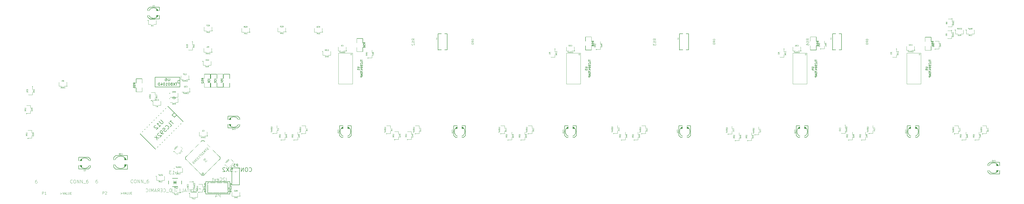
<source format=gbo>
G04 (created by PCBNEW (25-Oct-2014 BZR 4029)-stable) date Di 23 Feb 2016 01:23:28 CET*
%MOIN*%
G04 Gerber Fmt 3.4, Leading zero omitted, Abs format*
%FSLAX34Y34*%
G01*
G70*
G90*
G04 APERTURE LIST*
%ADD10C,0.00590551*%
%ADD11C,0.008*%
%ADD12C,0.00866142*%
%ADD13C,0.005*%
%ADD14C,0.004*%
%ADD15C,0.0039*%
%ADD16C,0.003*%
%ADD17C,0.0035*%
%ADD18C,0.0047*%
%ADD19C,0.0043*%
%ADD20R,0.027874X0.052874*%
%ADD21C,0.073874*%
%ADD22R,0.0826772X0.0511811*%
%ADD23C,0.059874*%
%ADD24R,0.0492126X0.0492126*%
%ADD25C,0.0492126*%
%ADD26C,0.244094*%
%ADD27R,0.125974X0.070874*%
%ADD28R,0.110274X0.070874*%
%ADD29R,0.070874X0.110274*%
%ADD30R,0.047174X0.118074*%
%ADD31R,0.065774X0.024374*%
%ADD32R,0.179474X0.169674*%
%ADD33R,0.062874X0.042874*%
%ADD34R,0.042874X0.062874*%
%ADD35R,0.087874X0.067874*%
%ADD36R,0.066974X0.094474*%
%ADD37O,0.066974X0.094474*%
%ADD38C,0.067874*%
%ADD39R,0.133858X0.133858*%
G04 APERTURE END LIST*
G54D10*
G54D11*
X25635Y-11670D02*
X21835Y-11670D01*
X21835Y-11670D02*
X21835Y-13170D01*
X21835Y-13170D02*
X25635Y-13170D01*
X25635Y-13170D02*
X25635Y-11670D01*
X25635Y-12170D02*
X25335Y-12170D01*
X25335Y-12170D02*
X25335Y-12570D01*
X25335Y-12570D02*
X25635Y-12570D01*
G54D12*
X31843Y-24682D02*
X31592Y-24431D01*
X31704Y-24821D02*
X31453Y-24571D01*
X31564Y-24960D02*
X31314Y-24710D01*
X31425Y-25100D02*
X31175Y-24849D01*
X31286Y-25239D02*
X31036Y-24988D01*
X31147Y-25378D02*
X30896Y-25127D01*
X31008Y-25517D02*
X30757Y-25267D01*
X30869Y-25656D02*
X30618Y-25406D01*
X30729Y-25796D02*
X30479Y-25545D01*
X30590Y-25935D02*
X30340Y-25684D01*
X30451Y-26074D02*
X30200Y-25823D01*
X30312Y-26213D02*
X30061Y-25963D01*
X30173Y-26352D02*
X29922Y-26102D01*
X30033Y-26491D02*
X29783Y-26241D01*
X29894Y-26631D02*
X29644Y-26380D01*
X29755Y-26770D02*
X29504Y-26519D01*
X29755Y-21369D02*
X29504Y-21620D01*
X29894Y-21508D02*
X29644Y-21759D01*
X30033Y-21648D02*
X29783Y-21898D01*
X30173Y-21787D02*
X29922Y-22037D01*
X30312Y-21926D02*
X30061Y-22176D01*
X30451Y-22065D02*
X30200Y-22316D01*
X30590Y-22204D02*
X30340Y-22455D01*
X30729Y-22343D02*
X30479Y-22594D01*
X30869Y-22483D02*
X30618Y-22733D01*
X31008Y-22622D02*
X30757Y-22872D01*
X31147Y-22761D02*
X30896Y-23012D01*
X31286Y-22900D02*
X31036Y-23151D01*
X31425Y-23039D02*
X31175Y-23290D01*
X31564Y-23179D02*
X31314Y-23429D01*
X31704Y-23318D02*
X31453Y-23568D01*
X31843Y-23457D02*
X31592Y-23708D01*
X26693Y-23708D02*
X26442Y-23457D01*
X26832Y-23568D02*
X26581Y-23318D01*
X26971Y-23429D02*
X26721Y-23179D01*
X27110Y-23290D02*
X26860Y-23039D01*
X27249Y-23151D02*
X26999Y-22900D01*
X27389Y-23012D02*
X27138Y-22761D01*
X27528Y-22872D02*
X27277Y-22622D01*
X27667Y-22733D02*
X27416Y-22483D01*
X27806Y-22594D02*
X27556Y-22343D01*
X27945Y-22455D02*
X27695Y-22204D01*
X28085Y-22316D02*
X27834Y-22065D01*
X28224Y-22176D02*
X27973Y-21926D01*
X28363Y-22037D02*
X28112Y-21787D01*
X28502Y-21898D02*
X28252Y-21648D01*
X28641Y-21759D02*
X28391Y-21508D01*
X28781Y-21620D02*
X28530Y-21369D01*
X26693Y-24431D02*
X26442Y-24682D01*
X26832Y-24571D02*
X26581Y-24821D01*
X26971Y-24710D02*
X26721Y-24960D01*
X27110Y-24849D02*
X26860Y-25100D01*
X27249Y-24988D02*
X26999Y-25239D01*
X27389Y-25127D02*
X27138Y-25378D01*
X27528Y-25267D02*
X27277Y-25517D01*
X27667Y-25406D02*
X27416Y-25656D01*
X27806Y-25545D02*
X27556Y-25796D01*
X27945Y-25684D02*
X27695Y-25935D01*
X28085Y-25823D02*
X27834Y-26074D01*
X28224Y-25963D02*
X27973Y-26213D01*
X28363Y-26102D02*
X28112Y-26352D01*
X28502Y-26241D02*
X28252Y-26491D01*
X28641Y-26380D02*
X28391Y-26631D01*
X28781Y-26519D02*
X28530Y-26770D01*
G54D13*
X26498Y-24209D02*
X29003Y-26714D01*
X26498Y-24209D02*
X26498Y-23930D01*
X26498Y-23930D02*
X29003Y-21425D01*
X29282Y-21425D02*
X31787Y-23930D01*
X29003Y-21425D02*
X29282Y-21425D01*
X29282Y-26714D02*
X31787Y-24209D01*
X31787Y-24209D02*
X31787Y-23930D01*
X29003Y-26714D02*
X29282Y-26714D01*
X29261Y-26464D02*
G75*
G03X29261Y-26464I-118J0D01*
G74*
G01*
X19546Y-20374D02*
X23789Y-16131D01*
X23789Y-16131D02*
X26123Y-18465D01*
X24779Y-17121D02*
X24425Y-17475D01*
X24425Y-17475D02*
X24779Y-17829D01*
X24779Y-17829D02*
X25133Y-17475D01*
X21880Y-22708D02*
X19546Y-20374D01*
X26123Y-18465D02*
X21880Y-22708D01*
G54D10*
X23906Y-27180D02*
X23906Y-28439D01*
G54D13*
X25875Y-28439D02*
X25875Y-27180D01*
X25041Y-27560D02*
X25041Y-27810D01*
X25041Y-27810D02*
X25041Y-28060D01*
X24941Y-27710D02*
X24941Y-27910D01*
X24941Y-27910D02*
X24841Y-27910D01*
X24841Y-27910D02*
X24841Y-27710D01*
X24841Y-27710D02*
X24941Y-27710D01*
X24741Y-27560D02*
X24741Y-27810D01*
X24741Y-27810D02*
X24741Y-28060D01*
X24641Y-27810D02*
X24741Y-27810D01*
X25141Y-27810D02*
X25041Y-27810D01*
X25875Y-27180D02*
X23906Y-27180D01*
X25875Y-28439D02*
X23906Y-28439D01*
G54D11*
X29536Y-28895D02*
X29378Y-28895D01*
X29378Y-28895D02*
X29378Y-28345D01*
X29378Y-28345D02*
X29536Y-28345D01*
X29536Y-28148D02*
X29378Y-28148D01*
X29378Y-28148D02*
X29378Y-27991D01*
X29378Y-27991D02*
X29536Y-27991D01*
X29536Y-29249D02*
X29378Y-29249D01*
X29378Y-29249D02*
X29378Y-29092D01*
X29378Y-29092D02*
X29536Y-29092D01*
X29575Y-29564D02*
X29575Y-27676D01*
X29890Y-29407D02*
X29890Y-27833D01*
G54D14*
X33259Y-29249D02*
X33141Y-29249D01*
X33141Y-29249D02*
X33023Y-29249D01*
X33259Y-28620D02*
X33141Y-28620D01*
X33141Y-28620D02*
X33023Y-28620D01*
X33141Y-28620D02*
X33023Y-28738D01*
X33141Y-29249D02*
X33023Y-29131D01*
X33102Y-29171D02*
X33141Y-29131D01*
X33259Y-29131D02*
X33141Y-29131D01*
X33141Y-29131D02*
X33141Y-28738D01*
X33141Y-28738D02*
X33259Y-28738D01*
X33102Y-28698D02*
X33141Y-28738D01*
G54D11*
X33338Y-28345D02*
X33496Y-28345D01*
X33496Y-28345D02*
X33496Y-28895D01*
X33496Y-28895D02*
X33338Y-28895D01*
X33338Y-29092D02*
X33496Y-29092D01*
X33496Y-29092D02*
X33496Y-29249D01*
X33496Y-29249D02*
X33338Y-29249D01*
X33338Y-27991D02*
X33496Y-27991D01*
X33496Y-27991D02*
X33496Y-28148D01*
X33496Y-28148D02*
X33338Y-28148D01*
X33299Y-27676D02*
X33299Y-29564D01*
X32984Y-29407D02*
X29890Y-29407D01*
X33299Y-29564D02*
X29575Y-29564D01*
X33299Y-27676D02*
X29575Y-27676D01*
X32984Y-27833D02*
X32984Y-29407D01*
X32984Y-27833D02*
X29890Y-27833D01*
G54D10*
X34750Y-26080D02*
X34750Y-26430D01*
X34750Y-26430D02*
X34748Y-26446D01*
X33925Y-25574D02*
X34209Y-25575D01*
X33588Y-25575D02*
X33903Y-25575D01*
X33588Y-28193D02*
X33588Y-25575D01*
X33588Y-28193D02*
X34749Y-28193D01*
X34749Y-28193D02*
X34749Y-26401D01*
X34218Y-25575D02*
X34749Y-25575D01*
X34749Y-25575D02*
X34749Y-26086D01*
G54D13*
X17450Y-24475D02*
X17450Y-25025D01*
X17400Y-24375D02*
X17400Y-25075D01*
X17350Y-24225D02*
X17350Y-25225D01*
X17300Y-25275D02*
X17300Y-24175D01*
X17250Y-24125D02*
X17250Y-25325D01*
X17200Y-25375D02*
X17200Y-24075D01*
X17150Y-24025D02*
X17150Y-25425D01*
X17500Y-24725D02*
G75*
G03X17500Y-24725I-950J0D01*
G74*
G01*
X17600Y-23675D02*
X15800Y-23675D01*
X15800Y-23675D02*
X15500Y-23975D01*
X15500Y-23975D02*
X15500Y-25475D01*
X15500Y-25475D02*
X15800Y-25775D01*
X15800Y-25775D02*
X17600Y-25775D01*
X17600Y-25775D02*
X17600Y-23675D01*
X15700Y-24725D02*
X16000Y-24725D01*
X15850Y-24575D02*
X15850Y-24875D01*
X34525Y-18550D02*
X34225Y-18550D01*
X34375Y-18700D02*
X34375Y-18400D01*
X34475Y-17650D02*
X32975Y-17650D01*
X34775Y-19150D02*
X34775Y-17950D01*
X34475Y-17650D02*
X34775Y-17950D01*
X34475Y-19450D02*
X32975Y-19450D01*
X34475Y-19450D02*
X34775Y-19150D01*
X33075Y-18500D02*
X33075Y-18600D01*
X33125Y-18800D02*
X33125Y-18300D01*
X33175Y-18200D02*
X33175Y-18900D01*
X33225Y-18100D02*
X33225Y-19000D01*
X33275Y-19050D02*
X33275Y-18050D01*
X33325Y-18000D02*
X33325Y-19100D01*
X33375Y-19150D02*
X33375Y-17950D01*
X33425Y-19200D02*
X33425Y-17900D01*
X34675Y-18550D02*
G75*
G03X34675Y-18550I-800J0D01*
G74*
G01*
X32975Y-19450D02*
X32975Y-17650D01*
X103000Y-20650D02*
X103000Y-20350D01*
X102850Y-20500D02*
X103150Y-20500D01*
X103900Y-20600D02*
X103900Y-19100D01*
X102400Y-20900D02*
X103600Y-20900D01*
X103900Y-20600D02*
X103600Y-20900D01*
X102100Y-20600D02*
X102100Y-19100D01*
X102100Y-20600D02*
X102400Y-20900D01*
X103050Y-19200D02*
X102950Y-19200D01*
X102750Y-19250D02*
X103250Y-19250D01*
X103350Y-19300D02*
X102650Y-19300D01*
X103450Y-19350D02*
X102550Y-19350D01*
X102500Y-19400D02*
X103500Y-19400D01*
X103550Y-19450D02*
X102450Y-19450D01*
X102400Y-19500D02*
X103600Y-19500D01*
X102350Y-19550D02*
X103650Y-19550D01*
X103800Y-20000D02*
G75*
G03X103800Y-20000I-800J0D01*
G74*
G01*
X102100Y-19100D02*
X103900Y-19100D01*
X121000Y-20650D02*
X121000Y-20350D01*
X120850Y-20500D02*
X121150Y-20500D01*
X121900Y-20600D02*
X121900Y-19100D01*
X120400Y-20900D02*
X121600Y-20900D01*
X121900Y-20600D02*
X121600Y-20900D01*
X120100Y-20600D02*
X120100Y-19100D01*
X120100Y-20600D02*
X120400Y-20900D01*
X121050Y-19200D02*
X120950Y-19200D01*
X120750Y-19250D02*
X121250Y-19250D01*
X121350Y-19300D02*
X120650Y-19300D01*
X121450Y-19350D02*
X120550Y-19350D01*
X120500Y-19400D02*
X121500Y-19400D01*
X121550Y-19450D02*
X120450Y-19450D01*
X120400Y-19500D02*
X121600Y-19500D01*
X120350Y-19550D02*
X121650Y-19550D01*
X121800Y-20000D02*
G75*
G03X121800Y-20000I-800J0D01*
G74*
G01*
X120100Y-19100D02*
X121900Y-19100D01*
X68500Y-20650D02*
X68500Y-20350D01*
X68350Y-20500D02*
X68650Y-20500D01*
X69400Y-20600D02*
X69400Y-19100D01*
X67900Y-20900D02*
X69100Y-20900D01*
X69400Y-20600D02*
X69100Y-20900D01*
X67600Y-20600D02*
X67600Y-19100D01*
X67600Y-20600D02*
X67900Y-20900D01*
X68550Y-19200D02*
X68450Y-19200D01*
X68250Y-19250D02*
X68750Y-19250D01*
X68850Y-19300D02*
X68150Y-19300D01*
X68950Y-19350D02*
X68050Y-19350D01*
X68000Y-19400D02*
X69000Y-19400D01*
X69050Y-19450D02*
X67950Y-19450D01*
X67900Y-19500D02*
X69100Y-19500D01*
X67850Y-19550D02*
X69150Y-19550D01*
X69300Y-20000D02*
G75*
G03X69300Y-20000I-800J0D01*
G74*
G01*
X67600Y-19100D02*
X69400Y-19100D01*
X85500Y-20650D02*
X85500Y-20350D01*
X85350Y-20500D02*
X85650Y-20500D01*
X86400Y-20600D02*
X86400Y-19100D01*
X84900Y-20900D02*
X86100Y-20900D01*
X86400Y-20600D02*
X86100Y-20900D01*
X84600Y-20600D02*
X84600Y-19100D01*
X84600Y-20600D02*
X84900Y-20900D01*
X85550Y-19200D02*
X85450Y-19200D01*
X85250Y-19250D02*
X85750Y-19250D01*
X85850Y-19300D02*
X85150Y-19300D01*
X85950Y-19350D02*
X85050Y-19350D01*
X85000Y-19400D02*
X86000Y-19400D01*
X86050Y-19450D02*
X84950Y-19450D01*
X84900Y-19500D02*
X86100Y-19500D01*
X84850Y-19550D02*
X86150Y-19550D01*
X86300Y-20000D02*
G75*
G03X86300Y-20000I-800J0D01*
G74*
G01*
X84600Y-19100D02*
X86400Y-19100D01*
X51000Y-20650D02*
X51000Y-20350D01*
X50850Y-20500D02*
X51150Y-20500D01*
X51900Y-20600D02*
X51900Y-19100D01*
X50400Y-20900D02*
X51600Y-20900D01*
X51900Y-20600D02*
X51600Y-20900D01*
X50100Y-20600D02*
X50100Y-19100D01*
X50100Y-20600D02*
X50400Y-20900D01*
X51050Y-19200D02*
X50950Y-19200D01*
X50750Y-19250D02*
X51250Y-19250D01*
X51350Y-19300D02*
X50650Y-19300D01*
X51450Y-19350D02*
X50550Y-19350D01*
X50500Y-19400D02*
X51500Y-19400D01*
X51550Y-19450D02*
X50450Y-19450D01*
X50400Y-19500D02*
X51600Y-19500D01*
X50350Y-19550D02*
X51650Y-19550D01*
X51800Y-20000D02*
G75*
G03X51800Y-20000I-800J0D01*
G74*
G01*
X50100Y-19100D02*
X51900Y-19100D01*
X138000Y-20650D02*
X138000Y-20350D01*
X137850Y-20500D02*
X138150Y-20500D01*
X138900Y-20600D02*
X138900Y-19100D01*
X137400Y-20900D02*
X138600Y-20900D01*
X138900Y-20600D02*
X138600Y-20900D01*
X137100Y-20600D02*
X137100Y-19100D01*
X137100Y-20600D02*
X137400Y-20900D01*
X138050Y-19200D02*
X137950Y-19200D01*
X137750Y-19250D02*
X138250Y-19250D01*
X138350Y-19300D02*
X137650Y-19300D01*
X138450Y-19350D02*
X137550Y-19350D01*
X137500Y-19400D02*
X138500Y-19400D01*
X138550Y-19450D02*
X137450Y-19450D01*
X137400Y-19500D02*
X138600Y-19500D01*
X137350Y-19550D02*
X138650Y-19550D01*
X138800Y-20000D02*
G75*
G03X138800Y-20000I-800J0D01*
G74*
G01*
X137100Y-19100D02*
X138900Y-19100D01*
X20950Y-1850D02*
X21250Y-1850D01*
X21100Y-1700D02*
X21100Y-2000D01*
X21000Y-2750D02*
X22500Y-2750D01*
X20700Y-1250D02*
X20700Y-2450D01*
X21000Y-2750D02*
X20700Y-2450D01*
X21000Y-950D02*
X22500Y-950D01*
X21000Y-950D02*
X20700Y-1250D01*
X22400Y-1900D02*
X22400Y-1800D01*
X22350Y-1600D02*
X22350Y-2100D01*
X22300Y-2200D02*
X22300Y-1500D01*
X22250Y-2300D02*
X22250Y-1400D01*
X22200Y-1350D02*
X22200Y-2350D01*
X22150Y-2400D02*
X22150Y-1300D01*
X22100Y-1250D02*
X22100Y-2450D01*
X22050Y-1200D02*
X22050Y-2500D01*
X22400Y-1850D02*
G75*
G03X22400Y-1850I-800J0D01*
G74*
G01*
X22500Y-950D02*
X22500Y-2750D01*
X11685Y-24855D02*
X11385Y-24855D01*
X11535Y-25005D02*
X11535Y-24705D01*
X11635Y-23955D02*
X10135Y-23955D01*
X11935Y-25455D02*
X11935Y-24255D01*
X11635Y-23955D02*
X11935Y-24255D01*
X11635Y-25755D02*
X10135Y-25755D01*
X11635Y-25755D02*
X11935Y-25455D01*
X10235Y-24805D02*
X10235Y-24905D01*
X10285Y-25105D02*
X10285Y-24605D01*
X10335Y-24505D02*
X10335Y-25205D01*
X10385Y-24405D02*
X10385Y-25305D01*
X10435Y-25355D02*
X10435Y-24355D01*
X10485Y-24305D02*
X10485Y-25405D01*
X10535Y-25455D02*
X10535Y-24255D01*
X10585Y-25505D02*
X10585Y-24205D01*
X11835Y-24855D02*
G75*
G03X11835Y-24855I-800J0D01*
G74*
G01*
X10135Y-25755D02*
X10135Y-23955D01*
X149700Y-25600D02*
X150000Y-25600D01*
X149850Y-25450D02*
X149850Y-25750D01*
X149750Y-26500D02*
X151250Y-26500D01*
X149450Y-25000D02*
X149450Y-26200D01*
X149750Y-26500D02*
X149450Y-26200D01*
X149750Y-24700D02*
X151250Y-24700D01*
X149750Y-24700D02*
X149450Y-25000D01*
X151150Y-25650D02*
X151150Y-25550D01*
X151100Y-25350D02*
X151100Y-25850D01*
X151050Y-25950D02*
X151050Y-25250D01*
X151000Y-26050D02*
X151000Y-25150D01*
X150950Y-25100D02*
X150950Y-26100D01*
X150900Y-26150D02*
X150900Y-25050D01*
X150850Y-25000D02*
X150850Y-26200D01*
X150800Y-24950D02*
X150800Y-26250D01*
X151150Y-25600D02*
G75*
G03X151150Y-25600I-800J0D01*
G74*
G01*
X151250Y-24700D02*
X151250Y-26500D01*
G54D10*
X65210Y-7490D02*
X66590Y-7490D01*
X66590Y-7490D02*
X66590Y-5000D01*
X66590Y-5000D02*
X65200Y-5000D01*
X65200Y-7500D02*
X65200Y-5000D01*
X102210Y-7490D02*
X103590Y-7490D01*
X103590Y-7490D02*
X103590Y-5000D01*
X103590Y-5000D02*
X102200Y-5000D01*
X102200Y-7500D02*
X102200Y-5000D01*
X125660Y-7490D02*
X127040Y-7490D01*
X127040Y-7490D02*
X127040Y-5000D01*
X127040Y-5000D02*
X125650Y-5000D01*
X125650Y-7500D02*
X125650Y-5000D01*
G54D15*
X139085Y-8184D02*
G75*
G03X139085Y-8184I-99J0D01*
G74*
G01*
X137017Y-7988D02*
X137017Y-12712D01*
X137017Y-12712D02*
X139183Y-12712D01*
X139183Y-12712D02*
X139183Y-7988D01*
X139183Y-7988D02*
X137017Y-7988D01*
X121635Y-8184D02*
G75*
G03X121635Y-8184I-99J0D01*
G74*
G01*
X119567Y-7988D02*
X119567Y-12712D01*
X119567Y-12712D02*
X121733Y-12712D01*
X121733Y-12712D02*
X121733Y-7988D01*
X121733Y-7988D02*
X119567Y-7988D01*
X86935Y-8184D02*
G75*
G03X86935Y-8184I-99J0D01*
G74*
G01*
X84867Y-7988D02*
X84867Y-12712D01*
X84867Y-12712D02*
X87033Y-12712D01*
X87033Y-12712D02*
X87033Y-7988D01*
X87033Y-7988D02*
X84867Y-7988D01*
X51985Y-8184D02*
G75*
G03X51985Y-8184I-99J0D01*
G74*
G01*
X49917Y-7988D02*
X49917Y-12712D01*
X49917Y-12712D02*
X52083Y-12712D01*
X52083Y-12712D02*
X52083Y-7988D01*
X52083Y-7988D02*
X49917Y-7988D01*
X141400Y-7400D02*
G75*
G03X141400Y-7400I-50J0D01*
G74*
G01*
X141350Y-6950D02*
X141350Y-7350D01*
X141350Y-7350D02*
X141950Y-7350D01*
X141950Y-7350D02*
X141950Y-6950D01*
X141950Y-6550D02*
X141950Y-6150D01*
X141950Y-6150D02*
X141350Y-6150D01*
X141350Y-6150D02*
X141350Y-6550D01*
X89500Y-7450D02*
G75*
G03X89500Y-7450I-50J0D01*
G74*
G01*
X89450Y-7000D02*
X89450Y-7400D01*
X89450Y-7400D02*
X90050Y-7400D01*
X90050Y-7400D02*
X90050Y-7000D01*
X90050Y-6600D02*
X90050Y-6200D01*
X90050Y-6200D02*
X89450Y-6200D01*
X89450Y-6200D02*
X89450Y-6600D01*
X123850Y-7350D02*
G75*
G03X123850Y-7350I-50J0D01*
G74*
G01*
X123800Y-6900D02*
X123800Y-7300D01*
X123800Y-7300D02*
X124400Y-7300D01*
X124400Y-7300D02*
X124400Y-6900D01*
X124400Y-6500D02*
X124400Y-6100D01*
X124400Y-6100D02*
X123800Y-6100D01*
X123800Y-6100D02*
X123800Y-6500D01*
X54500Y-8750D02*
G75*
G03X54500Y-8750I-50J0D01*
G74*
G01*
X54450Y-8300D02*
X54450Y-8700D01*
X54450Y-8700D02*
X55050Y-8700D01*
X55050Y-8700D02*
X55050Y-8300D01*
X55050Y-7900D02*
X55050Y-7500D01*
X55050Y-7500D02*
X54450Y-7500D01*
X54450Y-7500D02*
X54450Y-7900D01*
X34900Y-29900D02*
G75*
G03X34900Y-29900I-50J0D01*
G74*
G01*
X34400Y-29900D02*
X34800Y-29900D01*
X34800Y-29900D02*
X34800Y-29300D01*
X34800Y-29300D02*
X34400Y-29300D01*
X34000Y-29300D02*
X33600Y-29300D01*
X33600Y-29300D02*
X33600Y-29900D01*
X33600Y-29900D02*
X34000Y-29900D01*
X24115Y-14960D02*
G75*
G03X24115Y-14960I-50J0D01*
G74*
G01*
X24515Y-14960D02*
X24115Y-14960D01*
X24115Y-14960D02*
X24115Y-15560D01*
X24115Y-15560D02*
X24515Y-15560D01*
X24915Y-15560D02*
X25315Y-15560D01*
X25315Y-15560D02*
X25315Y-14960D01*
X25315Y-14960D02*
X24915Y-14960D01*
X27695Y-27672D02*
G75*
G03X27695Y-27672I-50J0D01*
G74*
G01*
X27645Y-28122D02*
X27645Y-27722D01*
X27645Y-27722D02*
X27045Y-27722D01*
X27045Y-27722D02*
X27045Y-28122D01*
X27045Y-28522D02*
X27045Y-28922D01*
X27045Y-28922D02*
X27645Y-28922D01*
X27645Y-28922D02*
X27645Y-28522D01*
X75935Y-21320D02*
G75*
G03X75935Y-21320I-50J0D01*
G74*
G01*
X75885Y-20870D02*
X75885Y-21270D01*
X75885Y-21270D02*
X76485Y-21270D01*
X76485Y-21270D02*
X76485Y-20870D01*
X76485Y-20470D02*
X76485Y-20070D01*
X76485Y-20070D02*
X75885Y-20070D01*
X75885Y-20070D02*
X75885Y-20470D01*
X77935Y-21320D02*
G75*
G03X77935Y-21320I-50J0D01*
G74*
G01*
X77885Y-20870D02*
X77885Y-21270D01*
X77885Y-21270D02*
X78485Y-21270D01*
X78485Y-21270D02*
X78485Y-20870D01*
X78485Y-20470D02*
X78485Y-20070D01*
X78485Y-20070D02*
X77885Y-20070D01*
X77885Y-20070D02*
X77885Y-20470D01*
X41185Y-21320D02*
G75*
G03X41185Y-21320I-50J0D01*
G74*
G01*
X41135Y-20870D02*
X41135Y-21270D01*
X41135Y-21270D02*
X41735Y-21270D01*
X41735Y-21270D02*
X41735Y-20870D01*
X41735Y-20470D02*
X41735Y-20070D01*
X41735Y-20070D02*
X41135Y-20070D01*
X41135Y-20070D02*
X41135Y-20470D01*
X43135Y-21320D02*
G75*
G03X43135Y-21320I-50J0D01*
G74*
G01*
X43085Y-20870D02*
X43085Y-21270D01*
X43085Y-21270D02*
X43685Y-21270D01*
X43685Y-21270D02*
X43685Y-20870D01*
X43685Y-20470D02*
X43685Y-20070D01*
X43685Y-20070D02*
X43085Y-20070D01*
X43085Y-20070D02*
X43085Y-20470D01*
X58585Y-21270D02*
G75*
G03X58585Y-21270I-50J0D01*
G74*
G01*
X58535Y-20820D02*
X58535Y-21220D01*
X58535Y-21220D02*
X59135Y-21220D01*
X59135Y-21220D02*
X59135Y-20820D01*
X59135Y-20420D02*
X59135Y-20020D01*
X59135Y-20020D02*
X58535Y-20020D01*
X58535Y-20020D02*
X58535Y-20420D01*
X60535Y-21270D02*
G75*
G03X60535Y-21270I-50J0D01*
G74*
G01*
X60485Y-20820D02*
X60485Y-21220D01*
X60485Y-21220D02*
X61085Y-21220D01*
X61085Y-21220D02*
X61085Y-20820D01*
X61085Y-20420D02*
X61085Y-20020D01*
X61085Y-20020D02*
X60485Y-20020D01*
X60485Y-20020D02*
X60485Y-20420D01*
X130135Y-21320D02*
G75*
G03X130135Y-21320I-50J0D01*
G74*
G01*
X130085Y-20870D02*
X130085Y-21270D01*
X130085Y-21270D02*
X130685Y-21270D01*
X130685Y-21270D02*
X130685Y-20870D01*
X130685Y-20470D02*
X130685Y-20070D01*
X130685Y-20070D02*
X130085Y-20070D01*
X130085Y-20070D02*
X130085Y-20470D01*
X128135Y-21320D02*
G75*
G03X128135Y-21320I-50J0D01*
G74*
G01*
X128085Y-20870D02*
X128085Y-21270D01*
X128085Y-21270D02*
X128685Y-21270D01*
X128685Y-21270D02*
X128685Y-20870D01*
X128685Y-20470D02*
X128685Y-20070D01*
X128685Y-20070D02*
X128085Y-20070D01*
X128085Y-20070D02*
X128085Y-20470D01*
X112685Y-21420D02*
G75*
G03X112685Y-21420I-50J0D01*
G74*
G01*
X112635Y-20970D02*
X112635Y-21370D01*
X112635Y-21370D02*
X113235Y-21370D01*
X113235Y-21370D02*
X113235Y-20970D01*
X113235Y-20570D02*
X113235Y-20170D01*
X113235Y-20170D02*
X112635Y-20170D01*
X112635Y-20170D02*
X112635Y-20570D01*
X110785Y-21420D02*
G75*
G03X110785Y-21420I-50J0D01*
G74*
G01*
X110735Y-20970D02*
X110735Y-21370D01*
X110735Y-21370D02*
X111335Y-21370D01*
X111335Y-21370D02*
X111335Y-20970D01*
X111335Y-20570D02*
X111335Y-20170D01*
X111335Y-20170D02*
X110735Y-20170D01*
X110735Y-20170D02*
X110735Y-20570D01*
X147535Y-21320D02*
G75*
G03X147535Y-21320I-50J0D01*
G74*
G01*
X147485Y-20870D02*
X147485Y-21270D01*
X147485Y-21270D02*
X148085Y-21270D01*
X148085Y-21270D02*
X148085Y-20870D01*
X148085Y-20470D02*
X148085Y-20070D01*
X148085Y-20070D02*
X147485Y-20070D01*
X147485Y-20070D02*
X147485Y-20470D01*
X145535Y-21320D02*
G75*
G03X145535Y-21320I-50J0D01*
G74*
G01*
X145485Y-20870D02*
X145485Y-21270D01*
X145485Y-21270D02*
X146085Y-21270D01*
X146085Y-21270D02*
X146085Y-20870D01*
X146085Y-20470D02*
X146085Y-20070D01*
X146085Y-20070D02*
X145485Y-20070D01*
X145485Y-20070D02*
X145485Y-20470D01*
X95285Y-21320D02*
G75*
G03X95285Y-21320I-50J0D01*
G74*
G01*
X95235Y-20870D02*
X95235Y-21270D01*
X95235Y-21270D02*
X95835Y-21270D01*
X95835Y-21270D02*
X95835Y-20870D01*
X95835Y-20470D02*
X95835Y-20070D01*
X95835Y-20070D02*
X95235Y-20070D01*
X95235Y-20070D02*
X95235Y-20470D01*
X93335Y-21320D02*
G75*
G03X93335Y-21320I-50J0D01*
G74*
G01*
X93285Y-20870D02*
X93285Y-21270D01*
X93285Y-21270D02*
X93885Y-21270D01*
X93885Y-21270D02*
X93885Y-20870D01*
X93885Y-20470D02*
X93885Y-20070D01*
X93885Y-20070D02*
X93285Y-20070D01*
X93285Y-20070D02*
X93285Y-20470D01*
X24115Y-14140D02*
G75*
G03X24115Y-14140I-50J0D01*
G74*
G01*
X24515Y-14140D02*
X24115Y-14140D01*
X24115Y-14140D02*
X24115Y-14740D01*
X24115Y-14740D02*
X24515Y-14740D01*
X24915Y-14740D02*
X25315Y-14740D01*
X25315Y-14740D02*
X25315Y-14140D01*
X25315Y-14140D02*
X24915Y-14140D01*
X27127Y-29468D02*
G75*
G03X27127Y-29468I-50J0D01*
G74*
G01*
X27527Y-29468D02*
X27127Y-29468D01*
X27127Y-29468D02*
X27127Y-30068D01*
X27127Y-30068D02*
X27527Y-30068D01*
X27927Y-30068D02*
X28327Y-30068D01*
X28327Y-30068D02*
X28327Y-29468D01*
X28327Y-29468D02*
X27927Y-29468D01*
X27085Y-12040D02*
G75*
G03X27085Y-12040I-50J0D01*
G74*
G01*
X26585Y-12040D02*
X26985Y-12040D01*
X26985Y-12040D02*
X26985Y-11440D01*
X26985Y-11440D02*
X26585Y-11440D01*
X26185Y-11440D02*
X25785Y-11440D01*
X25785Y-11440D02*
X25785Y-12040D01*
X25785Y-12040D02*
X26185Y-12040D01*
X144000Y-2700D02*
G75*
G03X144000Y-2700I-50J0D01*
G74*
G01*
X143950Y-3150D02*
X143950Y-2750D01*
X143950Y-2750D02*
X143350Y-2750D01*
X143350Y-2750D02*
X143350Y-3150D01*
X143350Y-3550D02*
X143350Y-3950D01*
X143350Y-3950D02*
X143950Y-3950D01*
X143950Y-3950D02*
X143950Y-3550D01*
X146150Y-4450D02*
G75*
G03X146150Y-4450I-50J0D01*
G74*
G01*
X146550Y-4450D02*
X146150Y-4450D01*
X146150Y-4450D02*
X146150Y-5050D01*
X146150Y-5050D02*
X146550Y-5050D01*
X146950Y-5050D02*
X147350Y-5050D01*
X147350Y-5050D02*
X147350Y-4450D01*
X147350Y-4450D02*
X146950Y-4450D01*
X143950Y-4500D02*
G75*
G03X143950Y-4500I-50J0D01*
G74*
G01*
X143900Y-4950D02*
X143900Y-4550D01*
X143900Y-4550D02*
X143300Y-4550D01*
X143300Y-4550D02*
X143300Y-4950D01*
X143300Y-5350D02*
X143300Y-5750D01*
X143300Y-5750D02*
X143900Y-5750D01*
X143900Y-5750D02*
X143900Y-5350D01*
X21285Y-15270D02*
G75*
G03X21285Y-15270I-50J0D01*
G74*
G01*
X21235Y-14820D02*
X21235Y-15220D01*
X21235Y-15220D02*
X21835Y-15220D01*
X21835Y-15220D02*
X21835Y-14820D01*
X21835Y-14420D02*
X21835Y-14020D01*
X21835Y-14020D02*
X21235Y-14020D01*
X21235Y-14020D02*
X21235Y-14420D01*
X21485Y-15370D02*
G75*
G03X21485Y-15370I-50J0D01*
G74*
G01*
X21885Y-15370D02*
X21485Y-15370D01*
X21485Y-15370D02*
X21485Y-15970D01*
X21485Y-15970D02*
X21885Y-15970D01*
X22285Y-15970D02*
X22685Y-15970D01*
X22685Y-15970D02*
X22685Y-15370D01*
X22685Y-15370D02*
X22285Y-15370D01*
X8385Y-13060D02*
G75*
G03X8385Y-13060I-50J0D01*
G74*
G01*
X7885Y-13060D02*
X8285Y-13060D01*
X8285Y-13060D02*
X8285Y-12460D01*
X8285Y-12460D02*
X7885Y-12460D01*
X7485Y-12460D02*
X7085Y-12460D01*
X7085Y-12460D02*
X7085Y-13060D01*
X7085Y-13060D02*
X7485Y-13060D01*
X30600Y-7850D02*
G75*
G03X30600Y-7850I-50J0D01*
G74*
G01*
X30100Y-7850D02*
X30500Y-7850D01*
X30500Y-7850D02*
X30500Y-7250D01*
X30500Y-7250D02*
X30100Y-7250D01*
X29700Y-7250D02*
X29300Y-7250D01*
X29300Y-7250D02*
X29300Y-7850D01*
X29300Y-7850D02*
X29700Y-7850D01*
X30635Y-4570D02*
G75*
G03X30635Y-4570I-50J0D01*
G74*
G01*
X30135Y-4570D02*
X30535Y-4570D01*
X30535Y-4570D02*
X30535Y-3970D01*
X30535Y-3970D02*
X30135Y-3970D01*
X29735Y-3970D02*
X29335Y-3970D01*
X29335Y-3970D02*
X29335Y-4570D01*
X29335Y-4570D02*
X29735Y-4570D01*
X36385Y-4770D02*
G75*
G03X36385Y-4770I-50J0D01*
G74*
G01*
X35885Y-4770D02*
X36285Y-4770D01*
X36285Y-4770D02*
X36285Y-4170D01*
X36285Y-4170D02*
X35885Y-4170D01*
X35485Y-4170D02*
X35085Y-4170D01*
X35085Y-4170D02*
X35085Y-4770D01*
X35085Y-4770D02*
X35485Y-4770D01*
X41935Y-4720D02*
G75*
G03X41935Y-4720I-50J0D01*
G74*
G01*
X41435Y-4720D02*
X41835Y-4720D01*
X41835Y-4720D02*
X41835Y-4120D01*
X41835Y-4120D02*
X41435Y-4120D01*
X41035Y-4120D02*
X40635Y-4120D01*
X40635Y-4120D02*
X40635Y-4720D01*
X40635Y-4720D02*
X41035Y-4720D01*
X47535Y-4770D02*
G75*
G03X47535Y-4770I-50J0D01*
G74*
G01*
X47035Y-4770D02*
X47435Y-4770D01*
X47435Y-4770D02*
X47435Y-4170D01*
X47435Y-4170D02*
X47035Y-4170D01*
X46635Y-4170D02*
X46235Y-4170D01*
X46235Y-4170D02*
X46235Y-4770D01*
X46235Y-4770D02*
X46635Y-4770D01*
X3085Y-13120D02*
G75*
G03X3085Y-13120I-50J0D01*
G74*
G01*
X3035Y-13570D02*
X3035Y-13170D01*
X3035Y-13170D02*
X2435Y-13170D01*
X2435Y-13170D02*
X2435Y-13570D01*
X2435Y-13970D02*
X2435Y-14370D01*
X2435Y-14370D02*
X3035Y-14370D01*
X3035Y-14370D02*
X3035Y-13970D01*
X2185Y-17270D02*
G75*
G03X2185Y-17270I-50J0D01*
G74*
G01*
X2135Y-16820D02*
X2135Y-17220D01*
X2135Y-17220D02*
X2735Y-17220D01*
X2735Y-17220D02*
X2735Y-16820D01*
X2735Y-16420D02*
X2735Y-16020D01*
X2735Y-16020D02*
X2135Y-16020D01*
X2135Y-16020D02*
X2135Y-16420D01*
X2385Y-21070D02*
G75*
G03X2385Y-21070I-50J0D01*
G74*
G01*
X2335Y-20620D02*
X2335Y-21020D01*
X2335Y-21020D02*
X2935Y-21020D01*
X2935Y-21020D02*
X2935Y-20620D01*
X2935Y-20220D02*
X2935Y-19820D01*
X2935Y-19820D02*
X2335Y-19820D01*
X2335Y-19820D02*
X2335Y-20220D01*
X29200Y-9250D02*
G75*
G03X29200Y-9250I-50J0D01*
G74*
G01*
X29600Y-9250D02*
X29200Y-9250D01*
X29200Y-9250D02*
X29200Y-9850D01*
X29200Y-9850D02*
X29600Y-9850D01*
X30000Y-9850D02*
X30400Y-9850D01*
X30400Y-9850D02*
X30400Y-9250D01*
X30400Y-9250D02*
X30000Y-9250D01*
X27600Y-6250D02*
G75*
G03X27600Y-6250I-50J0D01*
G74*
G01*
X27550Y-6700D02*
X27550Y-6300D01*
X27550Y-6300D02*
X26950Y-6300D01*
X26950Y-6300D02*
X26950Y-6700D01*
X26950Y-7100D02*
X26950Y-7500D01*
X26950Y-7500D02*
X27550Y-7500D01*
X27550Y-7500D02*
X27550Y-7100D01*
X144500Y-4450D02*
G75*
G03X144500Y-4450I-50J0D01*
G74*
G01*
X144900Y-4450D02*
X144500Y-4450D01*
X144500Y-4450D02*
X144500Y-5050D01*
X144500Y-5050D02*
X144900Y-5050D01*
X145300Y-5050D02*
X145700Y-5050D01*
X145700Y-5050D02*
X145700Y-4450D01*
X145700Y-4450D02*
X145300Y-4450D01*
X22053Y-26868D02*
G75*
G03X22053Y-26868I-50J0D01*
G74*
G01*
X22453Y-26868D02*
X22053Y-26868D01*
X22053Y-26868D02*
X22053Y-27468D01*
X22053Y-27468D02*
X22453Y-27468D01*
X22853Y-27468D02*
X23253Y-27468D01*
X23253Y-27468D02*
X23253Y-26868D01*
X23253Y-26868D02*
X22853Y-26868D01*
X25733Y-29386D02*
G75*
G03X25733Y-29386I-50J0D01*
G74*
G01*
X25233Y-29386D02*
X25633Y-29386D01*
X25633Y-29386D02*
X25633Y-28786D01*
X25633Y-28786D02*
X25233Y-28786D01*
X24833Y-28786D02*
X24433Y-28786D01*
X24433Y-28786D02*
X24433Y-29386D01*
X24433Y-29386D02*
X24833Y-29386D01*
X120850Y-7650D02*
G75*
G03X120850Y-7650I-50J0D01*
G74*
G01*
X120350Y-7650D02*
X120750Y-7650D01*
X120750Y-7650D02*
X120750Y-7050D01*
X120750Y-7050D02*
X120350Y-7050D01*
X119950Y-7050D02*
X119550Y-7050D01*
X119550Y-7050D02*
X119550Y-7650D01*
X119550Y-7650D02*
X119950Y-7650D01*
X138300Y-7550D02*
G75*
G03X138300Y-7550I-50J0D01*
G74*
G01*
X137800Y-7550D02*
X138200Y-7550D01*
X138200Y-7550D02*
X138200Y-6950D01*
X138200Y-6950D02*
X137800Y-6950D01*
X137400Y-6950D02*
X137000Y-6950D01*
X137000Y-6950D02*
X137000Y-7550D01*
X137000Y-7550D02*
X137400Y-7550D01*
X86150Y-7650D02*
G75*
G03X86150Y-7650I-50J0D01*
G74*
G01*
X85650Y-7650D02*
X86050Y-7650D01*
X86050Y-7650D02*
X86050Y-7050D01*
X86050Y-7050D02*
X85650Y-7050D01*
X85250Y-7050D02*
X84850Y-7050D01*
X84850Y-7050D02*
X84850Y-7650D01*
X84850Y-7650D02*
X85250Y-7650D01*
X24810Y-25660D02*
G75*
G03X24810Y-25660I-50J0D01*
G74*
G01*
X25210Y-25660D02*
X24810Y-25660D01*
X24810Y-25660D02*
X24810Y-26260D01*
X24810Y-26260D02*
X25210Y-26260D01*
X25610Y-26260D02*
X26010Y-26260D01*
X26010Y-26260D02*
X26010Y-25660D01*
X26010Y-25660D02*
X25610Y-25660D01*
X27215Y-13935D02*
G75*
G03X27215Y-13935I-50J0D01*
G74*
G01*
X26715Y-13935D02*
X27115Y-13935D01*
X27115Y-13935D02*
X27115Y-13335D01*
X27115Y-13335D02*
X26715Y-13335D01*
X26315Y-13335D02*
X25915Y-13335D01*
X25915Y-13335D02*
X25915Y-13935D01*
X25915Y-13935D02*
X26315Y-13935D01*
X135500Y-7350D02*
G75*
G03X135500Y-7350I-50J0D01*
G74*
G01*
X135450Y-7800D02*
X135450Y-7400D01*
X135450Y-7400D02*
X134850Y-7400D01*
X134850Y-7400D02*
X134850Y-7800D01*
X134850Y-8200D02*
X134850Y-8600D01*
X134850Y-8600D02*
X135450Y-8600D01*
X135450Y-8600D02*
X135450Y-8200D01*
X118250Y-7350D02*
G75*
G03X118250Y-7350I-50J0D01*
G74*
G01*
X118200Y-7800D02*
X118200Y-7400D01*
X118200Y-7400D02*
X117600Y-7400D01*
X117600Y-7400D02*
X117600Y-7800D01*
X117600Y-8200D02*
X117600Y-8600D01*
X117600Y-8600D02*
X118200Y-8600D01*
X118200Y-8600D02*
X118200Y-8200D01*
X83150Y-7350D02*
G75*
G03X83150Y-7350I-50J0D01*
G74*
G01*
X83100Y-7800D02*
X83100Y-7400D01*
X83100Y-7400D02*
X82500Y-7400D01*
X82500Y-7400D02*
X82500Y-7800D01*
X82500Y-8200D02*
X82500Y-8600D01*
X82500Y-8600D02*
X83100Y-8600D01*
X83100Y-8600D02*
X83100Y-8200D01*
X32608Y-25142D02*
G75*
G03X32608Y-25142I-49J0D01*
G74*
G01*
X32876Y-24824D02*
X32593Y-25107D01*
X32593Y-25107D02*
X33017Y-25531D01*
X33017Y-25531D02*
X33300Y-25248D01*
X33583Y-24965D02*
X33866Y-24682D01*
X33866Y-24682D02*
X33442Y-24258D01*
X33442Y-24258D02*
X33159Y-24541D01*
X29891Y-20686D02*
G75*
G03X29891Y-20686I-50J0D01*
G74*
G01*
X29391Y-20686D02*
X29791Y-20686D01*
X29791Y-20686D02*
X29791Y-20086D01*
X29791Y-20086D02*
X29391Y-20086D01*
X28991Y-20086D02*
X28591Y-20086D01*
X28591Y-20086D02*
X28591Y-20686D01*
X28591Y-20686D02*
X28991Y-20686D01*
X47535Y-7720D02*
G75*
G03X47535Y-7720I-50J0D01*
G74*
G01*
X47935Y-7720D02*
X47535Y-7720D01*
X47535Y-7720D02*
X47535Y-8320D01*
X47535Y-8320D02*
X47935Y-8320D01*
X48335Y-8320D02*
X48735Y-8320D01*
X48735Y-8320D02*
X48735Y-7720D01*
X48735Y-7720D02*
X48335Y-7720D01*
X51200Y-7650D02*
G75*
G03X51200Y-7650I-50J0D01*
G74*
G01*
X50700Y-7650D02*
X51100Y-7650D01*
X51100Y-7650D02*
X51100Y-7050D01*
X51100Y-7050D02*
X50700Y-7050D01*
X50300Y-7050D02*
X49900Y-7050D01*
X49900Y-7050D02*
X49900Y-7650D01*
X49900Y-7650D02*
X50300Y-7650D01*
X20785Y-2980D02*
G75*
G03X20785Y-2980I-50J0D01*
G74*
G01*
X21185Y-2980D02*
X20785Y-2980D01*
X20785Y-2980D02*
X20785Y-3580D01*
X20785Y-3580D02*
X21185Y-3580D01*
X21585Y-3580D02*
X21985Y-3580D01*
X21985Y-3580D02*
X21985Y-2980D01*
X21985Y-2980D02*
X21585Y-2980D01*
X127635Y-19020D02*
G75*
G03X127635Y-19020I-50J0D01*
G74*
G01*
X127585Y-19470D02*
X127585Y-19070D01*
X127585Y-19070D02*
X126985Y-19070D01*
X126985Y-19070D02*
X126985Y-19470D01*
X126985Y-19870D02*
X126985Y-20270D01*
X126985Y-20270D02*
X127585Y-20270D01*
X127585Y-20270D02*
X127585Y-19870D01*
X131285Y-20320D02*
G75*
G03X131285Y-20320I-50J0D01*
G74*
G01*
X131235Y-19870D02*
X131235Y-20270D01*
X131235Y-20270D02*
X131835Y-20270D01*
X131835Y-20270D02*
X131835Y-19870D01*
X131835Y-19470D02*
X131835Y-19070D01*
X131835Y-19070D02*
X131235Y-19070D01*
X131235Y-19070D02*
X131235Y-19470D01*
X61735Y-20370D02*
G75*
G03X61735Y-20370I-50J0D01*
G74*
G01*
X61685Y-19920D02*
X61685Y-20320D01*
X61685Y-20320D02*
X62285Y-20320D01*
X62285Y-20320D02*
X62285Y-19920D01*
X62285Y-19520D02*
X62285Y-19120D01*
X62285Y-19120D02*
X61685Y-19120D01*
X61685Y-19120D02*
X61685Y-19520D01*
X79035Y-20370D02*
G75*
G03X79035Y-20370I-50J0D01*
G74*
G01*
X78985Y-19920D02*
X78985Y-20320D01*
X78985Y-20320D02*
X79585Y-20320D01*
X79585Y-20320D02*
X79585Y-19920D01*
X79585Y-19520D02*
X79585Y-19120D01*
X79585Y-19120D02*
X78985Y-19120D01*
X78985Y-19120D02*
X78985Y-19520D01*
X74835Y-20370D02*
G75*
G03X74835Y-20370I-50J0D01*
G74*
G01*
X74785Y-19920D02*
X74785Y-20320D01*
X74785Y-20320D02*
X75385Y-20320D01*
X75385Y-20320D02*
X75385Y-19920D01*
X75385Y-19520D02*
X75385Y-19120D01*
X75385Y-19120D02*
X74785Y-19120D01*
X74785Y-19120D02*
X74785Y-19520D01*
X144385Y-20370D02*
G75*
G03X144385Y-20370I-50J0D01*
G74*
G01*
X144335Y-19920D02*
X144335Y-20320D01*
X144335Y-20320D02*
X144935Y-20320D01*
X144935Y-20320D02*
X144935Y-19920D01*
X144935Y-19520D02*
X144935Y-19120D01*
X144935Y-19120D02*
X144335Y-19120D01*
X144335Y-19120D02*
X144335Y-19520D01*
X148685Y-20370D02*
G75*
G03X148685Y-20370I-50J0D01*
G74*
G01*
X148635Y-19920D02*
X148635Y-20320D01*
X148635Y-20320D02*
X149235Y-20320D01*
X149235Y-20320D02*
X149235Y-19920D01*
X149235Y-19520D02*
X149235Y-19120D01*
X149235Y-19120D02*
X148635Y-19120D01*
X148635Y-19120D02*
X148635Y-19520D01*
X96435Y-20370D02*
G75*
G03X96435Y-20370I-50J0D01*
G74*
G01*
X96385Y-19920D02*
X96385Y-20320D01*
X96385Y-20320D02*
X96985Y-20320D01*
X96985Y-20320D02*
X96985Y-19920D01*
X96985Y-19520D02*
X96985Y-19120D01*
X96985Y-19120D02*
X96385Y-19120D01*
X96385Y-19120D02*
X96385Y-19520D01*
X92135Y-20320D02*
G75*
G03X92135Y-20320I-50J0D01*
G74*
G01*
X92085Y-19870D02*
X92085Y-20270D01*
X92085Y-20270D02*
X92685Y-20270D01*
X92685Y-20270D02*
X92685Y-19870D01*
X92685Y-19470D02*
X92685Y-19070D01*
X92685Y-19070D02*
X92085Y-19070D01*
X92085Y-19070D02*
X92085Y-19470D01*
X28545Y-29345D02*
G75*
G03X28545Y-29345I-50J0D01*
G74*
G01*
X28495Y-28895D02*
X28495Y-29295D01*
X28495Y-29295D02*
X29095Y-29295D01*
X29095Y-29295D02*
X29095Y-28895D01*
X29095Y-28495D02*
X29095Y-28095D01*
X29095Y-28095D02*
X28495Y-28095D01*
X28495Y-28095D02*
X28495Y-28495D01*
X24769Y-23081D02*
G75*
G03X24769Y-23081I-49J0D01*
G74*
G01*
X25037Y-22763D02*
X24754Y-23046D01*
X24754Y-23046D02*
X25178Y-23470D01*
X25178Y-23470D02*
X25461Y-23187D01*
X25744Y-22904D02*
X26027Y-22621D01*
X26027Y-22621D02*
X25603Y-22197D01*
X25603Y-22197D02*
X25320Y-22480D01*
X109685Y-20420D02*
G75*
G03X109685Y-20420I-50J0D01*
G74*
G01*
X109635Y-19970D02*
X109635Y-20370D01*
X109635Y-20370D02*
X110235Y-20370D01*
X110235Y-20370D02*
X110235Y-19970D01*
X110235Y-19570D02*
X110235Y-19170D01*
X110235Y-19170D02*
X109635Y-19170D01*
X109635Y-19170D02*
X109635Y-19570D01*
X113785Y-20520D02*
G75*
G03X113785Y-20520I-50J0D01*
G74*
G01*
X113735Y-20070D02*
X113735Y-20470D01*
X113735Y-20470D02*
X114335Y-20470D01*
X114335Y-20470D02*
X114335Y-20070D01*
X114335Y-19670D02*
X114335Y-19270D01*
X114335Y-19270D02*
X113735Y-19270D01*
X113735Y-19270D02*
X113735Y-19670D01*
X57335Y-20370D02*
G75*
G03X57335Y-20370I-50J0D01*
G74*
G01*
X57285Y-19920D02*
X57285Y-20320D01*
X57285Y-20320D02*
X57885Y-20320D01*
X57885Y-20320D02*
X57885Y-19920D01*
X57885Y-19520D02*
X57885Y-19120D01*
X57885Y-19120D02*
X57285Y-19120D01*
X57285Y-19120D02*
X57285Y-19520D01*
X39935Y-20320D02*
G75*
G03X39935Y-20320I-50J0D01*
G74*
G01*
X39885Y-19870D02*
X39885Y-20270D01*
X39885Y-20270D02*
X40485Y-20270D01*
X40485Y-20270D02*
X40485Y-19870D01*
X40485Y-19470D02*
X40485Y-19070D01*
X40485Y-19070D02*
X39885Y-19070D01*
X39885Y-19070D02*
X39885Y-19470D01*
X44335Y-20370D02*
G75*
G03X44335Y-20370I-50J0D01*
G74*
G01*
X44285Y-19920D02*
X44285Y-20320D01*
X44285Y-20320D02*
X44885Y-20320D01*
X44885Y-20320D02*
X44885Y-19920D01*
X44885Y-19520D02*
X44885Y-19120D01*
X44885Y-19120D02*
X44285Y-19120D01*
X44285Y-19120D02*
X44285Y-19520D01*
G54D13*
X140750Y-7550D02*
X139850Y-7550D01*
X139850Y-7550D02*
X139850Y-6900D01*
X140750Y-6200D02*
X140750Y-5550D01*
X140750Y-5550D02*
X139850Y-5550D01*
X139850Y-5550D02*
X139850Y-6200D01*
X140750Y-6900D02*
X140750Y-7550D01*
X88700Y-7500D02*
X87800Y-7500D01*
X87800Y-7500D02*
X87800Y-6850D01*
X88700Y-6150D02*
X88700Y-5500D01*
X88700Y-5500D02*
X87800Y-5500D01*
X87800Y-5500D02*
X87800Y-6150D01*
X88700Y-6850D02*
X88700Y-7500D01*
X123150Y-7500D02*
X122250Y-7500D01*
X122250Y-7500D02*
X122250Y-6850D01*
X123150Y-6150D02*
X123150Y-5500D01*
X123150Y-5500D02*
X122250Y-5500D01*
X122250Y-5500D02*
X122250Y-6150D01*
X123150Y-6850D02*
X123150Y-7500D01*
X53650Y-7750D02*
X52750Y-7750D01*
X52750Y-7750D02*
X52750Y-7100D01*
X53650Y-6400D02*
X53650Y-5750D01*
X53650Y-5750D02*
X52750Y-5750D01*
X52750Y-5750D02*
X52750Y-6400D01*
X53650Y-7100D02*
X53650Y-7750D01*
X32350Y-11215D02*
X33250Y-11215D01*
X33250Y-11215D02*
X33250Y-11865D01*
X32350Y-12565D02*
X32350Y-13215D01*
X32350Y-13215D02*
X33250Y-13215D01*
X33250Y-13215D02*
X33250Y-12565D01*
X32350Y-11865D02*
X32350Y-11215D01*
X18935Y-11920D02*
X19835Y-11920D01*
X19835Y-11920D02*
X19835Y-12570D01*
X18935Y-13270D02*
X18935Y-13920D01*
X18935Y-13920D02*
X19835Y-13920D01*
X19835Y-13920D02*
X19835Y-13270D01*
X18935Y-12570D02*
X18935Y-11920D01*
X30360Y-11215D02*
X31260Y-11215D01*
X31260Y-11215D02*
X31260Y-11865D01*
X30360Y-12565D02*
X30360Y-13215D01*
X30360Y-13215D02*
X31260Y-13215D01*
X31260Y-13215D02*
X31260Y-12565D01*
X30360Y-11865D02*
X30360Y-11215D01*
X31350Y-11210D02*
X32250Y-11210D01*
X32250Y-11210D02*
X32250Y-11860D01*
X31350Y-12560D02*
X31350Y-13210D01*
X31350Y-13210D02*
X32250Y-13210D01*
X32250Y-13210D02*
X32250Y-12560D01*
X31350Y-11860D02*
X31350Y-11210D01*
X29375Y-11215D02*
X30275Y-11215D01*
X30275Y-11215D02*
X30275Y-11865D01*
X29375Y-12565D02*
X29375Y-13215D01*
X29375Y-13215D02*
X30275Y-13215D01*
X30275Y-13215D02*
X30275Y-12565D01*
X29375Y-11865D02*
X29375Y-11215D01*
G54D10*
X32917Y-29120D02*
G75*
G03X32917Y-29120I-230J0D01*
G74*
G01*
X32417Y-28120D02*
G75*
G03X32417Y-28120I-230J0D01*
G74*
G01*
X31917Y-29120D02*
G75*
G03X31917Y-29120I-230J0D01*
G74*
G01*
X31417Y-28120D02*
G75*
G03X31417Y-28120I-230J0D01*
G74*
G01*
X30917Y-29120D02*
G75*
G03X30917Y-29120I-230J0D01*
G74*
G01*
X30417Y-28120D02*
G75*
G03X30417Y-28120I-230J0D01*
G74*
G01*
X34237Y-25712D02*
X34237Y-26067D01*
X34592Y-26067D01*
X34592Y-25712D01*
X34237Y-25712D01*
X34592Y-26390D02*
G75*
G03X34592Y-26390I-177J0D01*
G74*
G01*
X34592Y-26890D02*
G75*
G03X34592Y-26890I-177J0D01*
G74*
G01*
X34592Y-27390D02*
G75*
G03X34592Y-27390I-177J0D01*
G74*
G01*
X34592Y-27890D02*
G75*
G03X34592Y-27890I-177J0D01*
G74*
G01*
X34092Y-26390D02*
G75*
G03X34092Y-26390I-177J0D01*
G74*
G01*
X34092Y-26890D02*
G75*
G03X34092Y-26890I-177J0D01*
G74*
G01*
X34092Y-27390D02*
G75*
G03X34092Y-27390I-177J0D01*
G74*
G01*
X34092Y-27890D02*
G75*
G03X34092Y-27890I-177J0D01*
G74*
G01*
X34092Y-25890D02*
G75*
G03X34092Y-25890I-177J0D01*
G74*
G01*
G54D13*
X24077Y-11831D02*
X24077Y-12155D01*
X24056Y-12193D01*
X24035Y-12212D01*
X23992Y-12231D01*
X23906Y-12231D01*
X23863Y-12212D01*
X23842Y-12193D01*
X23820Y-12155D01*
X23820Y-11831D01*
X23413Y-11831D02*
X23499Y-11831D01*
X23542Y-11850D01*
X23563Y-11870D01*
X23606Y-11927D01*
X23627Y-12003D01*
X23627Y-12155D01*
X23606Y-12193D01*
X23585Y-12212D01*
X23542Y-12231D01*
X23456Y-12231D01*
X23413Y-12212D01*
X23392Y-12193D01*
X23370Y-12155D01*
X23370Y-12060D01*
X23392Y-12022D01*
X23413Y-12003D01*
X23456Y-11984D01*
X23542Y-11984D01*
X23585Y-12003D01*
X23606Y-12022D01*
X23627Y-12060D01*
X25201Y-12531D02*
X24973Y-12531D01*
X25087Y-12931D02*
X25087Y-12531D01*
X24877Y-12531D02*
X24611Y-12931D01*
X24611Y-12531D02*
X24877Y-12931D01*
X24325Y-12722D02*
X24268Y-12741D01*
X24249Y-12760D01*
X24230Y-12798D01*
X24230Y-12855D01*
X24249Y-12893D01*
X24268Y-12912D01*
X24306Y-12931D01*
X24458Y-12931D01*
X24458Y-12531D01*
X24325Y-12531D01*
X24287Y-12550D01*
X24268Y-12570D01*
X24249Y-12608D01*
X24249Y-12646D01*
X24268Y-12684D01*
X24287Y-12703D01*
X24325Y-12722D01*
X24458Y-12722D01*
X23982Y-12531D02*
X23944Y-12531D01*
X23906Y-12550D01*
X23887Y-12570D01*
X23868Y-12608D01*
X23849Y-12684D01*
X23849Y-12779D01*
X23868Y-12855D01*
X23887Y-12893D01*
X23906Y-12912D01*
X23944Y-12931D01*
X23982Y-12931D01*
X24020Y-12912D01*
X24039Y-12893D01*
X24058Y-12855D01*
X24077Y-12779D01*
X24077Y-12684D01*
X24058Y-12608D01*
X24039Y-12570D01*
X24020Y-12550D01*
X23982Y-12531D01*
X23468Y-12931D02*
X23696Y-12931D01*
X23582Y-12931D02*
X23582Y-12531D01*
X23620Y-12589D01*
X23658Y-12627D01*
X23696Y-12646D01*
X23220Y-12531D02*
X23182Y-12531D01*
X23144Y-12550D01*
X23125Y-12570D01*
X23106Y-12608D01*
X23087Y-12684D01*
X23087Y-12779D01*
X23106Y-12855D01*
X23125Y-12893D01*
X23144Y-12912D01*
X23182Y-12931D01*
X23220Y-12931D01*
X23258Y-12912D01*
X23277Y-12893D01*
X23296Y-12855D01*
X23315Y-12779D01*
X23315Y-12684D01*
X23296Y-12608D01*
X23277Y-12570D01*
X23258Y-12550D01*
X23220Y-12531D01*
X22744Y-12665D02*
X22744Y-12931D01*
X22839Y-12512D02*
X22935Y-12798D01*
X22687Y-12798D01*
X22535Y-12931D02*
X22535Y-12531D01*
X22439Y-12531D01*
X22382Y-12550D01*
X22344Y-12589D01*
X22325Y-12627D01*
X22306Y-12703D01*
X22306Y-12760D01*
X22325Y-12836D01*
X22344Y-12874D01*
X22382Y-12912D01*
X22439Y-12931D01*
X22535Y-12931D01*
G54D16*
X29803Y-24461D02*
X29620Y-24644D01*
X29588Y-24655D01*
X29566Y-24655D01*
X29534Y-24644D01*
X29491Y-24601D01*
X29480Y-24569D01*
X29480Y-24547D01*
X29491Y-24515D01*
X29674Y-24331D01*
X29437Y-24288D02*
X29469Y-24299D01*
X29491Y-24299D01*
X29523Y-24288D01*
X29534Y-24278D01*
X29545Y-24245D01*
X29545Y-24224D01*
X29534Y-24191D01*
X29491Y-24148D01*
X29458Y-24138D01*
X29437Y-24138D01*
X29404Y-24148D01*
X29394Y-24159D01*
X29383Y-24191D01*
X29383Y-24213D01*
X29394Y-24245D01*
X29437Y-24288D01*
X29448Y-24321D01*
X29448Y-24342D01*
X29437Y-24375D01*
X29394Y-24418D01*
X29361Y-24428D01*
X29340Y-24428D01*
X29307Y-24418D01*
X29264Y-24375D01*
X29254Y-24342D01*
X29254Y-24321D01*
X29264Y-24288D01*
X29307Y-24245D01*
X29340Y-24234D01*
X29361Y-24234D01*
X29394Y-24245D01*
X30012Y-22655D02*
X29990Y-22698D01*
X29936Y-22752D01*
X29904Y-22762D01*
X29883Y-22762D01*
X29850Y-22752D01*
X29829Y-22730D01*
X29818Y-22698D01*
X29818Y-22676D01*
X29829Y-22644D01*
X29861Y-22590D01*
X29872Y-22558D01*
X29872Y-22536D01*
X29861Y-22504D01*
X29840Y-22482D01*
X29807Y-22471D01*
X29786Y-22471D01*
X29753Y-22482D01*
X29699Y-22536D01*
X29678Y-22579D01*
X29602Y-22633D02*
X29473Y-22762D01*
X29764Y-22924D02*
X29538Y-22698D01*
X29624Y-23064D02*
X29398Y-22838D01*
X29484Y-23075D01*
X29247Y-22989D01*
X29473Y-23215D01*
X29161Y-23075D02*
X29021Y-23215D01*
X29182Y-23226D01*
X29150Y-23258D01*
X29139Y-23290D01*
X29139Y-23312D01*
X29150Y-23344D01*
X29204Y-23398D01*
X29236Y-23409D01*
X29258Y-23409D01*
X29290Y-23398D01*
X29355Y-23333D01*
X29365Y-23301D01*
X29365Y-23280D01*
X28956Y-23323D02*
X28934Y-23323D01*
X28902Y-23333D01*
X28848Y-23387D01*
X28837Y-23420D01*
X28837Y-23441D01*
X28848Y-23474D01*
X28870Y-23495D01*
X28913Y-23517D01*
X29171Y-23517D01*
X29031Y-23657D01*
X28740Y-23711D02*
X28816Y-23635D01*
X28934Y-23754D02*
X28708Y-23527D01*
X28600Y-23635D01*
X28622Y-24066D02*
X28751Y-23937D01*
X28687Y-24001D02*
X28460Y-23775D01*
X28514Y-23786D01*
X28557Y-23786D01*
X28590Y-23775D01*
X28256Y-23980D02*
X28234Y-24001D01*
X28223Y-24034D01*
X28223Y-24055D01*
X28234Y-24088D01*
X28266Y-24142D01*
X28320Y-24195D01*
X28374Y-24228D01*
X28406Y-24239D01*
X28428Y-24239D01*
X28460Y-24228D01*
X28482Y-24206D01*
X28493Y-24174D01*
X28493Y-24152D01*
X28482Y-24120D01*
X28450Y-24066D01*
X28396Y-24012D01*
X28342Y-23980D01*
X28309Y-23969D01*
X28288Y-23969D01*
X28256Y-23980D01*
X28105Y-24131D02*
X27965Y-24271D01*
X28126Y-24282D01*
X28094Y-24314D01*
X28083Y-24346D01*
X28083Y-24368D01*
X28094Y-24400D01*
X28148Y-24454D01*
X28180Y-24465D01*
X28202Y-24465D01*
X28234Y-24454D01*
X28299Y-24389D01*
X28309Y-24357D01*
X28309Y-24336D01*
X27965Y-24723D02*
X27932Y-24540D01*
X28094Y-24594D02*
X27868Y-24368D01*
X27781Y-24454D01*
X27771Y-24486D01*
X27771Y-24508D01*
X27781Y-24540D01*
X27814Y-24573D01*
X27846Y-24583D01*
X27868Y-24583D01*
X27900Y-24573D01*
X27986Y-24486D01*
X27674Y-24777D02*
X27652Y-24820D01*
X27652Y-24842D01*
X27663Y-24874D01*
X27695Y-24907D01*
X27728Y-24917D01*
X27749Y-24917D01*
X27781Y-24907D01*
X27868Y-24820D01*
X27641Y-24594D01*
X27566Y-24670D01*
X27555Y-24702D01*
X27555Y-24723D01*
X27566Y-24756D01*
X27588Y-24777D01*
X27620Y-24788D01*
X27641Y-24788D01*
X27674Y-24777D01*
X27749Y-24702D01*
G54D17*
X13800Y-29601D02*
X13800Y-29201D01*
X13953Y-29201D01*
X13991Y-29220D01*
X14010Y-29240D01*
X14029Y-29278D01*
X14029Y-29335D01*
X14010Y-29373D01*
X13991Y-29392D01*
X13953Y-29411D01*
X13800Y-29411D01*
X14181Y-29240D02*
X14200Y-29220D01*
X14238Y-29201D01*
X14334Y-29201D01*
X14372Y-29220D01*
X14391Y-29240D01*
X14410Y-29278D01*
X14410Y-29316D01*
X14391Y-29373D01*
X14162Y-29601D01*
X14410Y-29601D01*
X18414Y-27825D02*
X18390Y-27849D01*
X18319Y-27873D01*
X18271Y-27873D01*
X18200Y-27849D01*
X18152Y-27801D01*
X18128Y-27754D01*
X18104Y-27659D01*
X18104Y-27587D01*
X18128Y-27492D01*
X18152Y-27444D01*
X18200Y-27397D01*
X18271Y-27373D01*
X18319Y-27373D01*
X18390Y-27397D01*
X18414Y-27421D01*
X18724Y-27373D02*
X18819Y-27373D01*
X18866Y-27397D01*
X18914Y-27444D01*
X18938Y-27540D01*
X18938Y-27706D01*
X18914Y-27801D01*
X18866Y-27849D01*
X18819Y-27873D01*
X18724Y-27873D01*
X18676Y-27849D01*
X18628Y-27801D01*
X18604Y-27706D01*
X18604Y-27540D01*
X18628Y-27444D01*
X18676Y-27397D01*
X18724Y-27373D01*
X19152Y-27873D02*
X19152Y-27373D01*
X19438Y-27873D01*
X19438Y-27373D01*
X19676Y-27873D02*
X19676Y-27373D01*
X19962Y-27873D01*
X19962Y-27373D01*
X20081Y-27921D02*
X20462Y-27921D01*
X20795Y-27373D02*
X20700Y-27373D01*
X20652Y-27397D01*
X20628Y-27421D01*
X20581Y-27492D01*
X20557Y-27587D01*
X20557Y-27778D01*
X20581Y-27825D01*
X20604Y-27849D01*
X20652Y-27873D01*
X20747Y-27873D01*
X20795Y-27849D01*
X20819Y-27825D01*
X20843Y-27778D01*
X20843Y-27659D01*
X20819Y-27611D01*
X20795Y-27587D01*
X20747Y-27563D01*
X20652Y-27563D01*
X20604Y-27587D01*
X20581Y-27611D01*
X20557Y-27659D01*
X12970Y-27403D02*
X12875Y-27403D01*
X12827Y-27427D01*
X12803Y-27451D01*
X12755Y-27522D01*
X12732Y-27617D01*
X12732Y-27808D01*
X12755Y-27855D01*
X12779Y-27879D01*
X12827Y-27903D01*
X12922Y-27903D01*
X12970Y-27879D01*
X12994Y-27855D01*
X13017Y-27808D01*
X13017Y-27689D01*
X12994Y-27641D01*
X12970Y-27617D01*
X12922Y-27593D01*
X12827Y-27593D01*
X12779Y-27617D01*
X12755Y-27641D01*
X12732Y-27689D01*
X16566Y-29396D02*
X16810Y-29487D01*
X16566Y-29579D01*
X16917Y-29289D02*
X17024Y-29609D01*
X17130Y-29289D01*
X17222Y-29518D02*
X17374Y-29518D01*
X17191Y-29609D02*
X17298Y-29289D01*
X17405Y-29609D01*
X17664Y-29609D02*
X17511Y-29609D01*
X17511Y-29289D01*
X17770Y-29289D02*
X17770Y-29548D01*
X17785Y-29579D01*
X17801Y-29594D01*
X17831Y-29609D01*
X17892Y-29609D01*
X17923Y-29594D01*
X17938Y-29579D01*
X17953Y-29548D01*
X17953Y-29289D01*
X18105Y-29441D02*
X18212Y-29441D01*
X18258Y-29609D02*
X18105Y-29609D01*
X18105Y-29289D01*
X18258Y-29289D01*
X4530Y-29631D02*
X4530Y-29231D01*
X4683Y-29231D01*
X4721Y-29250D01*
X4740Y-29270D01*
X4759Y-29308D01*
X4759Y-29365D01*
X4740Y-29403D01*
X4721Y-29422D01*
X4683Y-29441D01*
X4530Y-29441D01*
X5140Y-29631D02*
X4911Y-29631D01*
X5026Y-29631D02*
X5026Y-29231D01*
X4987Y-29289D01*
X4949Y-29327D01*
X4911Y-29346D01*
X9144Y-27855D02*
X9120Y-27879D01*
X9049Y-27903D01*
X9001Y-27903D01*
X8930Y-27879D01*
X8882Y-27831D01*
X8858Y-27784D01*
X8834Y-27689D01*
X8834Y-27617D01*
X8858Y-27522D01*
X8882Y-27474D01*
X8930Y-27427D01*
X9001Y-27403D01*
X9049Y-27403D01*
X9120Y-27427D01*
X9144Y-27451D01*
X9454Y-27403D02*
X9549Y-27403D01*
X9596Y-27427D01*
X9644Y-27474D01*
X9668Y-27570D01*
X9668Y-27736D01*
X9644Y-27831D01*
X9596Y-27879D01*
X9549Y-27903D01*
X9454Y-27903D01*
X9406Y-27879D01*
X9358Y-27831D01*
X9334Y-27736D01*
X9334Y-27570D01*
X9358Y-27474D01*
X9406Y-27427D01*
X9454Y-27403D01*
X9882Y-27903D02*
X9882Y-27403D01*
X10168Y-27903D01*
X10168Y-27403D01*
X10406Y-27903D02*
X10406Y-27403D01*
X10692Y-27903D01*
X10692Y-27403D01*
X10811Y-27951D02*
X11192Y-27951D01*
X11525Y-27403D02*
X11430Y-27403D01*
X11382Y-27427D01*
X11358Y-27451D01*
X11311Y-27522D01*
X11287Y-27617D01*
X11287Y-27808D01*
X11311Y-27855D01*
X11334Y-27879D01*
X11382Y-27903D01*
X11477Y-27903D01*
X11525Y-27879D01*
X11549Y-27855D01*
X11573Y-27808D01*
X11573Y-27689D01*
X11549Y-27641D01*
X11525Y-27617D01*
X11477Y-27593D01*
X11382Y-27593D01*
X11334Y-27617D01*
X11311Y-27641D01*
X11287Y-27689D01*
X3700Y-27433D02*
X3605Y-27433D01*
X3557Y-27457D01*
X3533Y-27481D01*
X3485Y-27552D01*
X3462Y-27647D01*
X3462Y-27838D01*
X3485Y-27885D01*
X3509Y-27909D01*
X3557Y-27933D01*
X3652Y-27933D01*
X3700Y-27909D01*
X3724Y-27885D01*
X3747Y-27838D01*
X3747Y-27719D01*
X3724Y-27671D01*
X3700Y-27647D01*
X3652Y-27623D01*
X3557Y-27623D01*
X3509Y-27647D01*
X3485Y-27671D01*
X3462Y-27719D01*
X7296Y-29426D02*
X7540Y-29517D01*
X7296Y-29609D01*
X7647Y-29319D02*
X7754Y-29639D01*
X7860Y-29319D01*
X7952Y-29548D02*
X8104Y-29548D01*
X7921Y-29639D02*
X8028Y-29319D01*
X8135Y-29639D01*
X8394Y-29639D02*
X8241Y-29639D01*
X8241Y-29319D01*
X8500Y-29319D02*
X8500Y-29578D01*
X8515Y-29609D01*
X8531Y-29624D01*
X8561Y-29639D01*
X8622Y-29639D01*
X8653Y-29624D01*
X8668Y-29609D01*
X8683Y-29578D01*
X8683Y-29319D01*
X8835Y-29471D02*
X8942Y-29471D01*
X8988Y-29639D02*
X8835Y-29639D01*
X8835Y-29319D01*
X8988Y-29319D01*
G54D13*
X22683Y-18217D02*
X23026Y-18561D01*
X23047Y-18621D01*
X23047Y-18662D01*
X23026Y-18722D01*
X22946Y-18803D01*
X22885Y-18824D01*
X22845Y-18824D01*
X22784Y-18803D01*
X22441Y-18460D01*
X22441Y-19308D02*
X22683Y-19066D01*
X22562Y-19187D02*
X22137Y-18763D01*
X22239Y-18783D01*
X22319Y-18783D01*
X22380Y-18763D01*
X21895Y-19086D02*
X21855Y-19086D01*
X21794Y-19106D01*
X21693Y-19207D01*
X21673Y-19268D01*
X21673Y-19308D01*
X21693Y-19369D01*
X21733Y-19409D01*
X21814Y-19450D01*
X22299Y-19450D01*
X22036Y-19712D01*
X24319Y-18278D02*
X24077Y-18520D01*
X24622Y-18824D02*
X24198Y-18399D01*
X24158Y-19288D02*
X24360Y-19086D01*
X23936Y-18662D01*
X23734Y-19632D02*
X23774Y-19632D01*
X23855Y-19591D01*
X23895Y-19551D01*
X23936Y-19470D01*
X23936Y-19389D01*
X23915Y-19329D01*
X23855Y-19228D01*
X23794Y-19167D01*
X23693Y-19106D01*
X23633Y-19086D01*
X23552Y-19086D01*
X23471Y-19127D01*
X23430Y-19167D01*
X23390Y-19248D01*
X23390Y-19288D01*
X22966Y-19632D02*
X23168Y-19430D01*
X23390Y-19611D01*
X23350Y-19611D01*
X23289Y-19632D01*
X23188Y-19733D01*
X23168Y-19793D01*
X23168Y-19834D01*
X23188Y-19894D01*
X23289Y-19995D01*
X23350Y-20015D01*
X23390Y-20015D01*
X23451Y-19995D01*
X23552Y-19894D01*
X23572Y-19834D01*
X23572Y-19793D01*
X23168Y-20278D02*
X23087Y-20359D01*
X23026Y-20379D01*
X22986Y-20379D01*
X22885Y-20359D01*
X22784Y-20298D01*
X22622Y-20137D01*
X22602Y-20076D01*
X22602Y-20036D01*
X22622Y-19975D01*
X22703Y-19894D01*
X22764Y-19874D01*
X22804Y-19874D01*
X22865Y-19894D01*
X22966Y-19995D01*
X22986Y-20056D01*
X22986Y-20096D01*
X22966Y-20157D01*
X22885Y-20238D01*
X22824Y-20258D01*
X22784Y-20258D01*
X22723Y-20238D01*
X22420Y-20258D02*
X22380Y-20258D01*
X22319Y-20278D01*
X22218Y-20379D01*
X22198Y-20440D01*
X22198Y-20480D01*
X22218Y-20541D01*
X22259Y-20581D01*
X22340Y-20622D01*
X22824Y-20622D01*
X22562Y-20884D01*
X21996Y-20601D02*
X22137Y-21308D01*
X21713Y-20884D02*
X22420Y-21026D01*
G54D17*
X25260Y-26012D02*
X25260Y-26417D01*
X25236Y-26464D01*
X25212Y-26488D01*
X25164Y-26512D01*
X25069Y-26512D01*
X25021Y-26488D01*
X24998Y-26464D01*
X24974Y-26417D01*
X24974Y-26012D01*
X24474Y-26512D02*
X24760Y-26512D01*
X24617Y-26512D02*
X24617Y-26012D01*
X24664Y-26083D01*
X24712Y-26131D01*
X24760Y-26155D01*
X24307Y-26012D02*
X23998Y-26012D01*
X24164Y-26202D01*
X24093Y-26202D01*
X24045Y-26226D01*
X24021Y-26250D01*
X23998Y-26298D01*
X23998Y-26417D01*
X24021Y-26464D01*
X24045Y-26488D01*
X24093Y-26512D01*
X24236Y-26512D01*
X24283Y-26488D01*
X24307Y-26464D01*
X28545Y-29214D02*
X28569Y-29238D01*
X28641Y-29262D01*
X28688Y-29262D01*
X28760Y-29238D01*
X28807Y-29190D01*
X28831Y-29143D01*
X28855Y-29048D01*
X28855Y-28976D01*
X28831Y-28881D01*
X28807Y-28833D01*
X28760Y-28786D01*
X28688Y-28762D01*
X28641Y-28762D01*
X28569Y-28786D01*
X28545Y-28810D01*
X28045Y-29262D02*
X28212Y-29024D01*
X28331Y-29262D02*
X28331Y-28762D01*
X28141Y-28762D01*
X28093Y-28786D01*
X28069Y-28810D01*
X28045Y-28857D01*
X28045Y-28929D01*
X28069Y-28976D01*
X28093Y-29000D01*
X28141Y-29024D01*
X28331Y-29024D01*
X27736Y-29024D02*
X27736Y-29262D01*
X27902Y-28762D02*
X27736Y-29024D01*
X27569Y-28762D01*
X27426Y-29238D02*
X27355Y-29262D01*
X27236Y-29262D01*
X27188Y-29238D01*
X27164Y-29214D01*
X27141Y-29167D01*
X27141Y-29119D01*
X27164Y-29071D01*
X27188Y-29048D01*
X27236Y-29024D01*
X27331Y-29000D01*
X27379Y-28976D01*
X27402Y-28952D01*
X27426Y-28905D01*
X27426Y-28857D01*
X27402Y-28810D01*
X27379Y-28786D01*
X27331Y-28762D01*
X27212Y-28762D01*
X27141Y-28786D01*
X26998Y-28762D02*
X26712Y-28762D01*
X26855Y-29262D02*
X26855Y-28762D01*
X26569Y-29119D02*
X26331Y-29119D01*
X26617Y-29262D02*
X26450Y-28762D01*
X26283Y-29262D01*
X25879Y-29262D02*
X26117Y-29262D01*
X26117Y-28762D01*
X25831Y-29310D02*
X25450Y-29310D01*
X25355Y-29238D02*
X25283Y-29262D01*
X25164Y-29262D01*
X25117Y-29238D01*
X25093Y-29214D01*
X25069Y-29167D01*
X25069Y-29119D01*
X25093Y-29071D01*
X25117Y-29048D01*
X25164Y-29024D01*
X25260Y-29000D01*
X25307Y-28976D01*
X25331Y-28952D01*
X25355Y-28905D01*
X25355Y-28857D01*
X25331Y-28810D01*
X25307Y-28786D01*
X25260Y-28762D01*
X25141Y-28762D01*
X25069Y-28786D01*
X24855Y-29262D02*
X24855Y-28762D01*
X24688Y-29119D01*
X24521Y-28762D01*
X24521Y-29262D01*
X24283Y-29262D02*
X24283Y-28762D01*
X24164Y-28762D01*
X24093Y-28786D01*
X24045Y-28833D01*
X24021Y-28881D01*
X23998Y-28976D01*
X23998Y-29048D01*
X24021Y-29143D01*
X24045Y-29190D01*
X24093Y-29238D01*
X24164Y-29262D01*
X24283Y-29262D01*
X23902Y-29310D02*
X23521Y-29310D01*
X23117Y-29214D02*
X23141Y-29238D01*
X23212Y-29262D01*
X23260Y-29262D01*
X23331Y-29238D01*
X23379Y-29190D01*
X23402Y-29143D01*
X23426Y-29048D01*
X23426Y-28976D01*
X23402Y-28881D01*
X23379Y-28833D01*
X23331Y-28786D01*
X23260Y-28762D01*
X23212Y-28762D01*
X23141Y-28786D01*
X23117Y-28810D01*
X22902Y-29000D02*
X22736Y-29000D01*
X22664Y-29262D02*
X22902Y-29262D01*
X22902Y-28762D01*
X22664Y-28762D01*
X22164Y-29262D02*
X22331Y-29024D01*
X22450Y-29262D02*
X22450Y-28762D01*
X22260Y-28762D01*
X22212Y-28786D01*
X22188Y-28810D01*
X22164Y-28857D01*
X22164Y-28929D01*
X22188Y-28976D01*
X22212Y-29000D01*
X22260Y-29024D01*
X22450Y-29024D01*
X21974Y-29119D02*
X21736Y-29119D01*
X22021Y-29262D02*
X21855Y-28762D01*
X21688Y-29262D01*
X21521Y-29262D02*
X21521Y-28762D01*
X21355Y-29119D01*
X21188Y-28762D01*
X21188Y-29262D01*
X20950Y-29262D02*
X20950Y-28762D01*
X20426Y-29214D02*
X20450Y-29238D01*
X20521Y-29262D01*
X20569Y-29262D01*
X20640Y-29238D01*
X20688Y-29190D01*
X20712Y-29143D01*
X20736Y-29048D01*
X20736Y-28976D01*
X20712Y-28881D01*
X20688Y-28833D01*
X20640Y-28786D01*
X20569Y-28762D01*
X20521Y-28762D01*
X20450Y-28786D01*
X20426Y-28810D01*
X31806Y-30072D02*
X31806Y-29572D01*
X31615Y-29572D01*
X31567Y-29596D01*
X31544Y-29620D01*
X31520Y-29667D01*
X31520Y-29739D01*
X31544Y-29786D01*
X31567Y-29810D01*
X31615Y-29834D01*
X31806Y-29834D01*
X31091Y-29739D02*
X31091Y-30072D01*
X31210Y-29548D02*
X31329Y-29905D01*
X31020Y-29905D01*
X32734Y-27572D02*
X32734Y-27072D01*
X32520Y-27120D02*
X32496Y-27096D01*
X32448Y-27072D01*
X32329Y-27072D01*
X32282Y-27096D01*
X32258Y-27120D01*
X32234Y-27167D01*
X32234Y-27215D01*
X32258Y-27286D01*
X32544Y-27572D01*
X32234Y-27572D01*
X31734Y-27524D02*
X31758Y-27548D01*
X31829Y-27572D01*
X31877Y-27572D01*
X31948Y-27548D01*
X31996Y-27500D01*
X32020Y-27453D01*
X32044Y-27358D01*
X32044Y-27286D01*
X32020Y-27191D01*
X31996Y-27143D01*
X31948Y-27096D01*
X31877Y-27072D01*
X31829Y-27072D01*
X31758Y-27096D01*
X31734Y-27120D01*
X31329Y-27548D02*
X31377Y-27572D01*
X31472Y-27572D01*
X31520Y-27548D01*
X31544Y-27500D01*
X31544Y-27310D01*
X31520Y-27262D01*
X31472Y-27239D01*
X31377Y-27239D01*
X31329Y-27262D01*
X31306Y-27310D01*
X31306Y-27358D01*
X31544Y-27405D01*
X31139Y-27572D02*
X30877Y-27239D01*
X31139Y-27239D02*
X30877Y-27572D01*
X30758Y-27239D02*
X30567Y-27239D01*
X30687Y-27072D02*
X30687Y-27500D01*
X30663Y-27548D01*
X30615Y-27572D01*
X30567Y-27572D01*
G54D10*
X34489Y-25380D02*
X34489Y-24986D01*
X34339Y-24986D01*
X34301Y-25005D01*
X34282Y-25023D01*
X34264Y-25061D01*
X34264Y-25117D01*
X34282Y-25155D01*
X34301Y-25173D01*
X34339Y-25192D01*
X34489Y-25192D01*
X34132Y-24986D02*
X33889Y-24986D01*
X34020Y-25136D01*
X33964Y-25136D01*
X33926Y-25155D01*
X33907Y-25173D01*
X33889Y-25211D01*
X33889Y-25305D01*
X33907Y-25342D01*
X33926Y-25361D01*
X33964Y-25380D01*
X34076Y-25380D01*
X34114Y-25361D01*
X34132Y-25342D01*
X36257Y-26075D02*
X36286Y-26104D01*
X36372Y-26132D01*
X36429Y-26132D01*
X36515Y-26104D01*
X36572Y-26047D01*
X36600Y-25990D01*
X36629Y-25875D01*
X36629Y-25790D01*
X36600Y-25675D01*
X36572Y-25618D01*
X36515Y-25561D01*
X36429Y-25532D01*
X36372Y-25532D01*
X36286Y-25561D01*
X36257Y-25590D01*
X35886Y-25532D02*
X35772Y-25532D01*
X35715Y-25561D01*
X35657Y-25618D01*
X35629Y-25732D01*
X35629Y-25932D01*
X35657Y-26047D01*
X35715Y-26104D01*
X35772Y-26132D01*
X35886Y-26132D01*
X35943Y-26104D01*
X36000Y-26047D01*
X36029Y-25932D01*
X36029Y-25732D01*
X36000Y-25618D01*
X35943Y-25561D01*
X35886Y-25532D01*
X35372Y-26132D02*
X35372Y-25532D01*
X35029Y-26132D01*
X35029Y-25532D01*
X34743Y-26132D02*
X34743Y-25532D01*
X34400Y-26132D01*
X34400Y-25532D01*
X34257Y-26190D02*
X33800Y-26190D01*
X33372Y-25532D02*
X33657Y-25532D01*
X33686Y-25818D01*
X33657Y-25790D01*
X33600Y-25761D01*
X33457Y-25761D01*
X33400Y-25790D01*
X33372Y-25818D01*
X33343Y-25875D01*
X33343Y-26018D01*
X33372Y-26075D01*
X33400Y-26104D01*
X33457Y-26132D01*
X33600Y-26132D01*
X33657Y-26104D01*
X33686Y-26075D01*
X33143Y-25532D02*
X32743Y-26132D01*
X32743Y-25532D02*
X33143Y-26132D01*
X32543Y-25590D02*
X32515Y-25561D01*
X32457Y-25532D01*
X32315Y-25532D01*
X32257Y-25561D01*
X32229Y-25590D01*
X32200Y-25647D01*
X32200Y-25704D01*
X32229Y-25790D01*
X32572Y-26132D01*
X32200Y-26132D01*
G54D18*
X16676Y-23535D02*
X16686Y-23545D01*
X16714Y-23554D01*
X16732Y-23554D01*
X16761Y-23545D01*
X16779Y-23526D01*
X16789Y-23507D01*
X16798Y-23470D01*
X16798Y-23442D01*
X16789Y-23404D01*
X16779Y-23385D01*
X16761Y-23367D01*
X16732Y-23357D01*
X16714Y-23357D01*
X16686Y-23367D01*
X16676Y-23376D01*
X16610Y-23357D02*
X16489Y-23357D01*
X16554Y-23432D01*
X16526Y-23432D01*
X16507Y-23442D01*
X16498Y-23451D01*
X16489Y-23470D01*
X16489Y-23517D01*
X16498Y-23535D01*
X16507Y-23545D01*
X16526Y-23554D01*
X16582Y-23554D01*
X16601Y-23545D01*
X16610Y-23535D01*
X16395Y-23554D02*
X16357Y-23554D01*
X16338Y-23545D01*
X16329Y-23535D01*
X16310Y-23507D01*
X16301Y-23470D01*
X16301Y-23395D01*
X16310Y-23376D01*
X16320Y-23367D01*
X16338Y-23357D01*
X16376Y-23357D01*
X16395Y-23367D01*
X16404Y-23376D01*
X16413Y-23395D01*
X16413Y-23442D01*
X16404Y-23460D01*
X16395Y-23470D01*
X16376Y-23479D01*
X16338Y-23479D01*
X16320Y-23470D01*
X16310Y-23460D01*
X16301Y-23442D01*
X34001Y-19710D02*
X34011Y-19720D01*
X34039Y-19729D01*
X34057Y-19729D01*
X34086Y-19720D01*
X34104Y-19701D01*
X34114Y-19682D01*
X34123Y-19645D01*
X34123Y-19617D01*
X34114Y-19579D01*
X34104Y-19560D01*
X34086Y-19542D01*
X34057Y-19532D01*
X34039Y-19532D01*
X34011Y-19542D01*
X34001Y-19551D01*
X33832Y-19598D02*
X33832Y-19729D01*
X33879Y-19523D02*
X33926Y-19664D01*
X33804Y-19664D01*
X33738Y-19551D02*
X33729Y-19542D01*
X33710Y-19532D01*
X33663Y-19532D01*
X33645Y-19542D01*
X33635Y-19551D01*
X33626Y-19570D01*
X33626Y-19589D01*
X33635Y-19617D01*
X33748Y-19729D01*
X33626Y-19729D01*
X101960Y-19873D02*
X101970Y-19863D01*
X101979Y-19835D01*
X101979Y-19817D01*
X101970Y-19788D01*
X101951Y-19770D01*
X101932Y-19760D01*
X101895Y-19751D01*
X101867Y-19751D01*
X101829Y-19760D01*
X101810Y-19770D01*
X101792Y-19788D01*
X101782Y-19817D01*
X101782Y-19835D01*
X101792Y-19863D01*
X101801Y-19873D01*
X101848Y-20042D02*
X101979Y-20042D01*
X101773Y-19995D02*
X101914Y-19948D01*
X101914Y-20070D01*
X101979Y-20248D02*
X101979Y-20136D01*
X101979Y-20192D02*
X101782Y-20192D01*
X101810Y-20173D01*
X101829Y-20154D01*
X101839Y-20136D01*
X119960Y-19873D02*
X119970Y-19863D01*
X119979Y-19835D01*
X119979Y-19817D01*
X119970Y-19788D01*
X119951Y-19770D01*
X119932Y-19760D01*
X119895Y-19751D01*
X119867Y-19751D01*
X119829Y-19760D01*
X119810Y-19770D01*
X119792Y-19788D01*
X119782Y-19817D01*
X119782Y-19835D01*
X119792Y-19863D01*
X119801Y-19873D01*
X119848Y-20042D02*
X119979Y-20042D01*
X119773Y-19995D02*
X119914Y-19948D01*
X119914Y-20070D01*
X119782Y-20182D02*
X119782Y-20201D01*
X119792Y-20220D01*
X119801Y-20229D01*
X119820Y-20239D01*
X119857Y-20248D01*
X119904Y-20248D01*
X119942Y-20239D01*
X119960Y-20229D01*
X119970Y-20220D01*
X119979Y-20201D01*
X119979Y-20182D01*
X119970Y-20164D01*
X119960Y-20154D01*
X119942Y-20145D01*
X119904Y-20136D01*
X119857Y-20136D01*
X119820Y-20145D01*
X119801Y-20154D01*
X119792Y-20164D01*
X119782Y-20182D01*
X67460Y-19873D02*
X67470Y-19863D01*
X67479Y-19835D01*
X67479Y-19817D01*
X67470Y-19788D01*
X67451Y-19770D01*
X67432Y-19760D01*
X67395Y-19751D01*
X67367Y-19751D01*
X67329Y-19760D01*
X67310Y-19770D01*
X67292Y-19788D01*
X67282Y-19817D01*
X67282Y-19835D01*
X67292Y-19863D01*
X67301Y-19873D01*
X67301Y-19948D02*
X67292Y-19957D01*
X67282Y-19976D01*
X67282Y-20023D01*
X67292Y-20042D01*
X67301Y-20051D01*
X67320Y-20060D01*
X67339Y-20060D01*
X67367Y-20051D01*
X67479Y-19939D01*
X67479Y-20060D01*
X67282Y-20229D02*
X67282Y-20192D01*
X67292Y-20173D01*
X67301Y-20164D01*
X67329Y-20145D01*
X67367Y-20136D01*
X67442Y-20136D01*
X67460Y-20145D01*
X67470Y-20154D01*
X67479Y-20173D01*
X67479Y-20211D01*
X67470Y-20229D01*
X67460Y-20239D01*
X67442Y-20248D01*
X67395Y-20248D01*
X67376Y-20239D01*
X67367Y-20229D01*
X67357Y-20211D01*
X67357Y-20173D01*
X67367Y-20154D01*
X67376Y-20145D01*
X67395Y-20136D01*
X84460Y-19873D02*
X84470Y-19863D01*
X84479Y-19835D01*
X84479Y-19817D01*
X84470Y-19788D01*
X84451Y-19770D01*
X84432Y-19760D01*
X84395Y-19751D01*
X84367Y-19751D01*
X84329Y-19760D01*
X84310Y-19770D01*
X84292Y-19788D01*
X84282Y-19817D01*
X84282Y-19835D01*
X84292Y-19863D01*
X84301Y-19873D01*
X84301Y-19948D02*
X84292Y-19957D01*
X84282Y-19976D01*
X84282Y-20023D01*
X84292Y-20042D01*
X84301Y-20051D01*
X84320Y-20060D01*
X84339Y-20060D01*
X84367Y-20051D01*
X84479Y-19939D01*
X84479Y-20060D01*
X84282Y-20239D02*
X84282Y-20145D01*
X84376Y-20136D01*
X84367Y-20145D01*
X84357Y-20164D01*
X84357Y-20211D01*
X84367Y-20229D01*
X84376Y-20239D01*
X84395Y-20248D01*
X84442Y-20248D01*
X84460Y-20239D01*
X84470Y-20229D01*
X84479Y-20211D01*
X84479Y-20164D01*
X84470Y-20145D01*
X84460Y-20136D01*
X49960Y-19873D02*
X49970Y-19863D01*
X49979Y-19835D01*
X49979Y-19817D01*
X49970Y-19788D01*
X49951Y-19770D01*
X49932Y-19760D01*
X49895Y-19751D01*
X49867Y-19751D01*
X49829Y-19760D01*
X49810Y-19770D01*
X49792Y-19788D01*
X49782Y-19817D01*
X49782Y-19835D01*
X49792Y-19863D01*
X49801Y-19873D01*
X49801Y-19948D02*
X49792Y-19957D01*
X49782Y-19976D01*
X49782Y-20023D01*
X49792Y-20042D01*
X49801Y-20051D01*
X49820Y-20060D01*
X49839Y-20060D01*
X49867Y-20051D01*
X49979Y-19939D01*
X49979Y-20060D01*
X49848Y-20229D02*
X49979Y-20229D01*
X49773Y-20182D02*
X49914Y-20136D01*
X49914Y-20257D01*
X136960Y-19873D02*
X136970Y-19863D01*
X136979Y-19835D01*
X136979Y-19817D01*
X136970Y-19788D01*
X136951Y-19770D01*
X136932Y-19760D01*
X136895Y-19751D01*
X136867Y-19751D01*
X136829Y-19760D01*
X136810Y-19770D01*
X136792Y-19788D01*
X136782Y-19817D01*
X136782Y-19835D01*
X136792Y-19863D01*
X136801Y-19873D01*
X136801Y-19948D02*
X136792Y-19957D01*
X136782Y-19976D01*
X136782Y-20023D01*
X136792Y-20042D01*
X136801Y-20051D01*
X136820Y-20060D01*
X136839Y-20060D01*
X136867Y-20051D01*
X136979Y-19939D01*
X136979Y-20060D01*
X136782Y-20126D02*
X136782Y-20248D01*
X136857Y-20182D01*
X136857Y-20211D01*
X136867Y-20229D01*
X136876Y-20239D01*
X136895Y-20248D01*
X136942Y-20248D01*
X136960Y-20239D01*
X136970Y-20229D01*
X136979Y-20211D01*
X136979Y-20154D01*
X136970Y-20136D01*
X136960Y-20126D01*
X21632Y-810D02*
X21642Y-820D01*
X21670Y-829D01*
X21689Y-829D01*
X21717Y-820D01*
X21736Y-801D01*
X21745Y-782D01*
X21754Y-745D01*
X21754Y-717D01*
X21745Y-679D01*
X21736Y-660D01*
X21717Y-642D01*
X21689Y-632D01*
X21670Y-632D01*
X21642Y-642D01*
X21632Y-651D01*
X21463Y-698D02*
X21463Y-829D01*
X21510Y-623D02*
X21557Y-764D01*
X21435Y-764D01*
X11067Y-26015D02*
X11077Y-26025D01*
X11105Y-26034D01*
X11124Y-26034D01*
X11152Y-26025D01*
X11171Y-26006D01*
X11180Y-25987D01*
X11189Y-25950D01*
X11189Y-25922D01*
X11180Y-25884D01*
X11171Y-25865D01*
X11152Y-25847D01*
X11124Y-25837D01*
X11105Y-25837D01*
X11077Y-25847D01*
X11067Y-25856D01*
X10992Y-25856D02*
X10983Y-25847D01*
X10964Y-25837D01*
X10917Y-25837D01*
X10898Y-25847D01*
X10889Y-25856D01*
X10880Y-25875D01*
X10880Y-25894D01*
X10889Y-25922D01*
X11002Y-26034D01*
X10880Y-26034D01*
X150476Y-24560D02*
X150486Y-24570D01*
X150514Y-24579D01*
X150532Y-24579D01*
X150561Y-24570D01*
X150579Y-24551D01*
X150589Y-24532D01*
X150598Y-24495D01*
X150598Y-24467D01*
X150589Y-24429D01*
X150579Y-24410D01*
X150561Y-24392D01*
X150532Y-24382D01*
X150514Y-24382D01*
X150486Y-24392D01*
X150476Y-24401D01*
X150307Y-24448D02*
X150307Y-24579D01*
X150354Y-24373D02*
X150401Y-24514D01*
X150279Y-24514D01*
X150223Y-24382D02*
X150101Y-24382D01*
X150167Y-24457D01*
X150138Y-24457D01*
X150120Y-24467D01*
X150110Y-24476D01*
X150101Y-24495D01*
X150101Y-24542D01*
X150110Y-24560D01*
X150120Y-24570D01*
X150138Y-24579D01*
X150195Y-24579D01*
X150213Y-24570D01*
X150223Y-24560D01*
G54D17*
X61568Y-6010D02*
X61378Y-5877D01*
X61568Y-5782D02*
X61168Y-5782D01*
X61168Y-5934D01*
X61187Y-5972D01*
X61207Y-5991D01*
X61245Y-6010D01*
X61302Y-6010D01*
X61340Y-5991D01*
X61359Y-5972D01*
X61378Y-5934D01*
X61378Y-5782D01*
X61168Y-6353D02*
X61168Y-6277D01*
X61187Y-6239D01*
X61207Y-6220D01*
X61264Y-6182D01*
X61340Y-6163D01*
X61492Y-6163D01*
X61530Y-6182D01*
X61549Y-6201D01*
X61568Y-6239D01*
X61568Y-6315D01*
X61549Y-6353D01*
X61530Y-6372D01*
X61492Y-6391D01*
X61397Y-6391D01*
X61359Y-6372D01*
X61340Y-6353D01*
X61321Y-6315D01*
X61321Y-6239D01*
X61340Y-6201D01*
X61359Y-6182D01*
X61397Y-6163D01*
X61207Y-6544D02*
X61187Y-6563D01*
X61168Y-6601D01*
X61168Y-6696D01*
X61187Y-6734D01*
X61207Y-6753D01*
X61245Y-6772D01*
X61283Y-6772D01*
X61340Y-6753D01*
X61568Y-6525D01*
X61568Y-6772D01*
X70317Y-5901D02*
X70317Y-5931D01*
X70332Y-5962D01*
X70348Y-5977D01*
X70378Y-5992D01*
X70439Y-6008D01*
X70515Y-6008D01*
X70576Y-5992D01*
X70607Y-5977D01*
X70622Y-5962D01*
X70637Y-5931D01*
X70637Y-5901D01*
X70622Y-5870D01*
X70607Y-5855D01*
X70576Y-5840D01*
X70515Y-5825D01*
X70439Y-5825D01*
X70378Y-5840D01*
X70348Y-5855D01*
X70332Y-5870D01*
X70317Y-5901D01*
X70637Y-6328D02*
X70485Y-6221D01*
X70637Y-6145D02*
X70317Y-6145D01*
X70317Y-6267D01*
X70332Y-6297D01*
X70348Y-6312D01*
X70378Y-6328D01*
X70424Y-6328D01*
X70454Y-6312D01*
X70469Y-6297D01*
X70485Y-6267D01*
X70485Y-6145D01*
X70317Y-6526D02*
X70317Y-6556D01*
X70332Y-6587D01*
X70348Y-6602D01*
X70378Y-6617D01*
X70439Y-6632D01*
X70515Y-6632D01*
X70576Y-6617D01*
X70607Y-6602D01*
X70622Y-6587D01*
X70637Y-6556D01*
X70637Y-6526D01*
X70622Y-6495D01*
X70607Y-6480D01*
X70576Y-6465D01*
X70515Y-6449D01*
X70439Y-6449D01*
X70378Y-6465D01*
X70348Y-6480D01*
X70332Y-6495D01*
X70317Y-6526D01*
X64881Y-5847D02*
X65018Y-5847D01*
X64949Y-5847D02*
X64949Y-5607D01*
X64972Y-5641D01*
X64995Y-5664D01*
X65018Y-5675D01*
X98568Y-6010D02*
X98378Y-5877D01*
X98568Y-5782D02*
X98168Y-5782D01*
X98168Y-5934D01*
X98187Y-5972D01*
X98207Y-5991D01*
X98245Y-6010D01*
X98302Y-6010D01*
X98340Y-5991D01*
X98359Y-5972D01*
X98378Y-5934D01*
X98378Y-5782D01*
X98168Y-6353D02*
X98168Y-6277D01*
X98187Y-6239D01*
X98207Y-6220D01*
X98264Y-6182D01*
X98340Y-6163D01*
X98492Y-6163D01*
X98530Y-6182D01*
X98549Y-6201D01*
X98568Y-6239D01*
X98568Y-6315D01*
X98549Y-6353D01*
X98530Y-6372D01*
X98492Y-6391D01*
X98397Y-6391D01*
X98359Y-6372D01*
X98340Y-6353D01*
X98321Y-6315D01*
X98321Y-6239D01*
X98340Y-6201D01*
X98359Y-6182D01*
X98397Y-6163D01*
X98168Y-6525D02*
X98168Y-6772D01*
X98321Y-6639D01*
X98321Y-6696D01*
X98340Y-6734D01*
X98359Y-6753D01*
X98397Y-6772D01*
X98492Y-6772D01*
X98530Y-6753D01*
X98549Y-6734D01*
X98568Y-6696D01*
X98568Y-6582D01*
X98549Y-6544D01*
X98530Y-6525D01*
X107317Y-5901D02*
X107317Y-5931D01*
X107332Y-5962D01*
X107348Y-5977D01*
X107378Y-5992D01*
X107439Y-6008D01*
X107515Y-6008D01*
X107576Y-5992D01*
X107607Y-5977D01*
X107622Y-5962D01*
X107637Y-5931D01*
X107637Y-5901D01*
X107622Y-5870D01*
X107607Y-5855D01*
X107576Y-5840D01*
X107515Y-5825D01*
X107439Y-5825D01*
X107378Y-5840D01*
X107348Y-5855D01*
X107332Y-5870D01*
X107317Y-5901D01*
X107637Y-6328D02*
X107485Y-6221D01*
X107637Y-6145D02*
X107317Y-6145D01*
X107317Y-6267D01*
X107332Y-6297D01*
X107348Y-6312D01*
X107378Y-6328D01*
X107424Y-6328D01*
X107454Y-6312D01*
X107469Y-6297D01*
X107485Y-6267D01*
X107485Y-6145D01*
X107317Y-6526D02*
X107317Y-6556D01*
X107332Y-6587D01*
X107348Y-6602D01*
X107378Y-6617D01*
X107439Y-6632D01*
X107515Y-6632D01*
X107576Y-6617D01*
X107607Y-6602D01*
X107622Y-6587D01*
X107637Y-6556D01*
X107637Y-6526D01*
X107622Y-6495D01*
X107607Y-6480D01*
X107576Y-6465D01*
X107515Y-6449D01*
X107439Y-6449D01*
X107378Y-6465D01*
X107348Y-6480D01*
X107332Y-6495D01*
X107317Y-6526D01*
X101881Y-5847D02*
X102018Y-5847D01*
X101949Y-5847D02*
X101949Y-5607D01*
X101972Y-5641D01*
X101995Y-5664D01*
X102018Y-5675D01*
X122018Y-6010D02*
X121828Y-5877D01*
X122018Y-5782D02*
X121618Y-5782D01*
X121618Y-5934D01*
X121637Y-5972D01*
X121657Y-5991D01*
X121695Y-6010D01*
X121752Y-6010D01*
X121790Y-5991D01*
X121809Y-5972D01*
X121828Y-5934D01*
X121828Y-5782D01*
X121618Y-6353D02*
X121618Y-6277D01*
X121637Y-6239D01*
X121657Y-6220D01*
X121714Y-6182D01*
X121790Y-6163D01*
X121942Y-6163D01*
X121980Y-6182D01*
X121999Y-6201D01*
X122018Y-6239D01*
X122018Y-6315D01*
X121999Y-6353D01*
X121980Y-6372D01*
X121942Y-6391D01*
X121847Y-6391D01*
X121809Y-6372D01*
X121790Y-6353D01*
X121771Y-6315D01*
X121771Y-6239D01*
X121790Y-6201D01*
X121809Y-6182D01*
X121847Y-6163D01*
X121618Y-6734D02*
X121618Y-6658D01*
X121637Y-6620D01*
X121657Y-6601D01*
X121714Y-6563D01*
X121790Y-6544D01*
X121942Y-6544D01*
X121980Y-6563D01*
X121999Y-6582D01*
X122018Y-6620D01*
X122018Y-6696D01*
X121999Y-6734D01*
X121980Y-6753D01*
X121942Y-6772D01*
X121847Y-6772D01*
X121809Y-6753D01*
X121790Y-6734D01*
X121771Y-6696D01*
X121771Y-6620D01*
X121790Y-6582D01*
X121809Y-6563D01*
X121847Y-6544D01*
X130767Y-5901D02*
X130767Y-5931D01*
X130782Y-5962D01*
X130798Y-5977D01*
X130828Y-5992D01*
X130889Y-6008D01*
X130965Y-6008D01*
X131026Y-5992D01*
X131057Y-5977D01*
X131072Y-5962D01*
X131087Y-5931D01*
X131087Y-5901D01*
X131072Y-5870D01*
X131057Y-5855D01*
X131026Y-5840D01*
X130965Y-5825D01*
X130889Y-5825D01*
X130828Y-5840D01*
X130798Y-5855D01*
X130782Y-5870D01*
X130767Y-5901D01*
X131087Y-6328D02*
X130935Y-6221D01*
X131087Y-6145D02*
X130767Y-6145D01*
X130767Y-6267D01*
X130782Y-6297D01*
X130798Y-6312D01*
X130828Y-6328D01*
X130874Y-6328D01*
X130904Y-6312D01*
X130919Y-6297D01*
X130935Y-6267D01*
X130935Y-6145D01*
X130767Y-6526D02*
X130767Y-6556D01*
X130782Y-6587D01*
X130798Y-6602D01*
X130828Y-6617D01*
X130889Y-6632D01*
X130965Y-6632D01*
X131026Y-6617D01*
X131057Y-6602D01*
X131072Y-6587D01*
X131087Y-6556D01*
X131087Y-6526D01*
X131072Y-6495D01*
X131057Y-6480D01*
X131026Y-6465D01*
X130965Y-6449D01*
X130889Y-6449D01*
X130828Y-6465D01*
X130798Y-6480D01*
X130782Y-6495D01*
X130767Y-6526D01*
X125331Y-5847D02*
X125468Y-5847D01*
X125399Y-5847D02*
X125399Y-5607D01*
X125422Y-5641D01*
X125445Y-5664D01*
X125468Y-5675D01*
G54D13*
X139921Y-10121D02*
X140164Y-10121D01*
X140192Y-10135D01*
X140207Y-10150D01*
X140221Y-10178D01*
X140221Y-10235D01*
X140207Y-10264D01*
X140192Y-10278D01*
X140164Y-10292D01*
X139921Y-10292D01*
X139921Y-10578D02*
X139921Y-10435D01*
X140064Y-10421D01*
X140050Y-10435D01*
X140035Y-10464D01*
X140035Y-10535D01*
X140050Y-10564D01*
X140064Y-10578D01*
X140092Y-10592D01*
X140164Y-10592D01*
X140192Y-10578D01*
X140207Y-10564D01*
X140221Y-10535D01*
X140221Y-10464D01*
X140207Y-10435D01*
X140192Y-10421D01*
X140421Y-8992D02*
X140421Y-9164D01*
X140721Y-9078D02*
X140421Y-9078D01*
X140721Y-9407D02*
X140721Y-9264D01*
X140421Y-9264D01*
X140692Y-9678D02*
X140707Y-9664D01*
X140721Y-9621D01*
X140721Y-9592D01*
X140707Y-9550D01*
X140678Y-9521D01*
X140650Y-9507D01*
X140592Y-9492D01*
X140550Y-9492D01*
X140492Y-9507D01*
X140464Y-9521D01*
X140435Y-9550D01*
X140421Y-9592D01*
X140421Y-9621D01*
X140435Y-9664D01*
X140450Y-9678D01*
X140421Y-9950D02*
X140421Y-9807D01*
X140564Y-9792D01*
X140550Y-9807D01*
X140535Y-9835D01*
X140535Y-9907D01*
X140550Y-9935D01*
X140564Y-9950D01*
X140592Y-9964D01*
X140664Y-9964D01*
X140692Y-9950D01*
X140707Y-9935D01*
X140721Y-9907D01*
X140721Y-9835D01*
X140707Y-9807D01*
X140692Y-9792D01*
X140721Y-10107D02*
X140721Y-10164D01*
X140707Y-10192D01*
X140692Y-10207D01*
X140650Y-10235D01*
X140592Y-10250D01*
X140478Y-10250D01*
X140450Y-10235D01*
X140435Y-10221D01*
X140421Y-10192D01*
X140421Y-10135D01*
X140435Y-10107D01*
X140450Y-10092D01*
X140478Y-10078D01*
X140550Y-10078D01*
X140578Y-10092D01*
X140592Y-10107D01*
X140607Y-10135D01*
X140607Y-10192D01*
X140592Y-10221D01*
X140578Y-10235D01*
X140550Y-10250D01*
X140521Y-10507D02*
X140721Y-10507D01*
X140407Y-10435D02*
X140621Y-10364D01*
X140621Y-10550D01*
X140421Y-10635D02*
X140421Y-10835D01*
X140721Y-10707D01*
X140721Y-10950D02*
X140421Y-10950D01*
X140421Y-11021D01*
X140435Y-11064D01*
X140464Y-11092D01*
X140492Y-11107D01*
X140550Y-11121D01*
X140592Y-11121D01*
X140650Y-11107D01*
X140678Y-11092D01*
X140707Y-11064D01*
X140721Y-11021D01*
X140721Y-10950D01*
X140635Y-11235D02*
X140635Y-11378D01*
X140721Y-11207D02*
X140421Y-11307D01*
X140721Y-11407D01*
X140721Y-11507D02*
X140421Y-11507D01*
X140421Y-11621D01*
X140435Y-11650D01*
X140450Y-11664D01*
X140478Y-11678D01*
X140521Y-11678D01*
X140550Y-11664D01*
X140564Y-11650D01*
X140578Y-11621D01*
X140578Y-11507D01*
X122471Y-10121D02*
X122714Y-10121D01*
X122742Y-10135D01*
X122757Y-10150D01*
X122771Y-10178D01*
X122771Y-10235D01*
X122757Y-10264D01*
X122742Y-10278D01*
X122714Y-10292D01*
X122471Y-10292D01*
X122571Y-10564D02*
X122771Y-10564D01*
X122457Y-10492D02*
X122671Y-10421D01*
X122671Y-10607D01*
X122971Y-8992D02*
X122971Y-9164D01*
X123271Y-9078D02*
X122971Y-9078D01*
X123271Y-9407D02*
X123271Y-9264D01*
X122971Y-9264D01*
X123242Y-9678D02*
X123257Y-9664D01*
X123271Y-9621D01*
X123271Y-9592D01*
X123257Y-9550D01*
X123228Y-9521D01*
X123200Y-9507D01*
X123142Y-9492D01*
X123100Y-9492D01*
X123042Y-9507D01*
X123014Y-9521D01*
X122985Y-9550D01*
X122971Y-9592D01*
X122971Y-9621D01*
X122985Y-9664D01*
X123000Y-9678D01*
X122971Y-9950D02*
X122971Y-9807D01*
X123114Y-9792D01*
X123100Y-9807D01*
X123085Y-9835D01*
X123085Y-9907D01*
X123100Y-9935D01*
X123114Y-9950D01*
X123142Y-9964D01*
X123214Y-9964D01*
X123242Y-9950D01*
X123257Y-9935D01*
X123271Y-9907D01*
X123271Y-9835D01*
X123257Y-9807D01*
X123242Y-9792D01*
X123271Y-10107D02*
X123271Y-10164D01*
X123257Y-10192D01*
X123242Y-10207D01*
X123200Y-10235D01*
X123142Y-10250D01*
X123028Y-10250D01*
X123000Y-10235D01*
X122985Y-10221D01*
X122971Y-10192D01*
X122971Y-10135D01*
X122985Y-10107D01*
X123000Y-10092D01*
X123028Y-10078D01*
X123100Y-10078D01*
X123128Y-10092D01*
X123142Y-10107D01*
X123157Y-10135D01*
X123157Y-10192D01*
X123142Y-10221D01*
X123128Y-10235D01*
X123100Y-10250D01*
X123071Y-10507D02*
X123271Y-10507D01*
X122957Y-10435D02*
X123171Y-10364D01*
X123171Y-10550D01*
X122971Y-10635D02*
X122971Y-10835D01*
X123271Y-10707D01*
X123271Y-10950D02*
X122971Y-10950D01*
X122971Y-11021D01*
X122985Y-11064D01*
X123014Y-11092D01*
X123042Y-11107D01*
X123100Y-11121D01*
X123142Y-11121D01*
X123200Y-11107D01*
X123228Y-11092D01*
X123257Y-11064D01*
X123271Y-11021D01*
X123271Y-10950D01*
X123185Y-11235D02*
X123185Y-11378D01*
X123271Y-11207D02*
X122971Y-11307D01*
X123271Y-11407D01*
X123271Y-11507D02*
X122971Y-11507D01*
X122971Y-11621D01*
X122985Y-11650D01*
X123000Y-11664D01*
X123028Y-11678D01*
X123071Y-11678D01*
X123100Y-11664D01*
X123114Y-11650D01*
X123128Y-11621D01*
X123128Y-11507D01*
X87771Y-10121D02*
X88014Y-10121D01*
X88042Y-10135D01*
X88057Y-10150D01*
X88071Y-10178D01*
X88071Y-10235D01*
X88057Y-10264D01*
X88042Y-10278D01*
X88014Y-10292D01*
X87771Y-10292D01*
X87771Y-10407D02*
X87771Y-10592D01*
X87885Y-10492D01*
X87885Y-10535D01*
X87900Y-10564D01*
X87914Y-10578D01*
X87942Y-10592D01*
X88014Y-10592D01*
X88042Y-10578D01*
X88057Y-10564D01*
X88071Y-10535D01*
X88071Y-10450D01*
X88057Y-10421D01*
X88042Y-10407D01*
X88271Y-8992D02*
X88271Y-9164D01*
X88571Y-9078D02*
X88271Y-9078D01*
X88571Y-9407D02*
X88571Y-9264D01*
X88271Y-9264D01*
X88542Y-9678D02*
X88557Y-9664D01*
X88571Y-9621D01*
X88571Y-9592D01*
X88557Y-9550D01*
X88528Y-9521D01*
X88500Y-9507D01*
X88442Y-9492D01*
X88400Y-9492D01*
X88342Y-9507D01*
X88314Y-9521D01*
X88285Y-9550D01*
X88271Y-9592D01*
X88271Y-9621D01*
X88285Y-9664D01*
X88300Y-9678D01*
X88271Y-9950D02*
X88271Y-9807D01*
X88414Y-9792D01*
X88400Y-9807D01*
X88385Y-9835D01*
X88385Y-9907D01*
X88400Y-9935D01*
X88414Y-9950D01*
X88442Y-9964D01*
X88514Y-9964D01*
X88542Y-9950D01*
X88557Y-9935D01*
X88571Y-9907D01*
X88571Y-9835D01*
X88557Y-9807D01*
X88542Y-9792D01*
X88571Y-10107D02*
X88571Y-10164D01*
X88557Y-10192D01*
X88542Y-10207D01*
X88500Y-10235D01*
X88442Y-10250D01*
X88328Y-10250D01*
X88300Y-10235D01*
X88285Y-10221D01*
X88271Y-10192D01*
X88271Y-10135D01*
X88285Y-10107D01*
X88300Y-10092D01*
X88328Y-10078D01*
X88400Y-10078D01*
X88428Y-10092D01*
X88442Y-10107D01*
X88457Y-10135D01*
X88457Y-10192D01*
X88442Y-10221D01*
X88428Y-10235D01*
X88400Y-10250D01*
X88371Y-10507D02*
X88571Y-10507D01*
X88257Y-10435D02*
X88471Y-10364D01*
X88471Y-10550D01*
X88271Y-10635D02*
X88271Y-10835D01*
X88571Y-10707D01*
X88571Y-10950D02*
X88271Y-10950D01*
X88271Y-11021D01*
X88285Y-11064D01*
X88314Y-11092D01*
X88342Y-11107D01*
X88400Y-11121D01*
X88442Y-11121D01*
X88500Y-11107D01*
X88528Y-11092D01*
X88557Y-11064D01*
X88571Y-11021D01*
X88571Y-10950D01*
X88485Y-11235D02*
X88485Y-11378D01*
X88571Y-11207D02*
X88271Y-11307D01*
X88571Y-11407D01*
X88571Y-11507D02*
X88271Y-11507D01*
X88271Y-11621D01*
X88285Y-11650D01*
X88300Y-11664D01*
X88328Y-11678D01*
X88371Y-11678D01*
X88400Y-11664D01*
X88414Y-11650D01*
X88428Y-11621D01*
X88428Y-11507D01*
X52821Y-10121D02*
X53064Y-10121D01*
X53092Y-10135D01*
X53107Y-10150D01*
X53121Y-10178D01*
X53121Y-10235D01*
X53107Y-10264D01*
X53092Y-10278D01*
X53064Y-10292D01*
X52821Y-10292D01*
X53121Y-10592D02*
X53121Y-10421D01*
X53121Y-10507D02*
X52821Y-10507D01*
X52864Y-10478D01*
X52892Y-10450D01*
X52907Y-10421D01*
X53321Y-8992D02*
X53321Y-9164D01*
X53621Y-9078D02*
X53321Y-9078D01*
X53621Y-9407D02*
X53621Y-9264D01*
X53321Y-9264D01*
X53592Y-9678D02*
X53607Y-9664D01*
X53621Y-9621D01*
X53621Y-9592D01*
X53607Y-9550D01*
X53578Y-9521D01*
X53550Y-9507D01*
X53492Y-9492D01*
X53450Y-9492D01*
X53392Y-9507D01*
X53364Y-9521D01*
X53335Y-9550D01*
X53321Y-9592D01*
X53321Y-9621D01*
X53335Y-9664D01*
X53350Y-9678D01*
X53321Y-9950D02*
X53321Y-9807D01*
X53464Y-9792D01*
X53450Y-9807D01*
X53435Y-9835D01*
X53435Y-9907D01*
X53450Y-9935D01*
X53464Y-9950D01*
X53492Y-9964D01*
X53564Y-9964D01*
X53592Y-9950D01*
X53607Y-9935D01*
X53621Y-9907D01*
X53621Y-9835D01*
X53607Y-9807D01*
X53592Y-9792D01*
X53621Y-10107D02*
X53621Y-10164D01*
X53607Y-10192D01*
X53592Y-10207D01*
X53550Y-10235D01*
X53492Y-10250D01*
X53378Y-10250D01*
X53350Y-10235D01*
X53335Y-10221D01*
X53321Y-10192D01*
X53321Y-10135D01*
X53335Y-10107D01*
X53350Y-10092D01*
X53378Y-10078D01*
X53450Y-10078D01*
X53478Y-10092D01*
X53492Y-10107D01*
X53507Y-10135D01*
X53507Y-10192D01*
X53492Y-10221D01*
X53478Y-10235D01*
X53450Y-10250D01*
X53421Y-10507D02*
X53621Y-10507D01*
X53307Y-10435D02*
X53521Y-10364D01*
X53521Y-10550D01*
X53321Y-10635D02*
X53321Y-10835D01*
X53621Y-10707D01*
X53621Y-10950D02*
X53321Y-10950D01*
X53321Y-11021D01*
X53335Y-11064D01*
X53364Y-11092D01*
X53392Y-11107D01*
X53450Y-11121D01*
X53492Y-11121D01*
X53550Y-11107D01*
X53578Y-11092D01*
X53607Y-11064D01*
X53621Y-11021D01*
X53621Y-10950D01*
X53535Y-11235D02*
X53535Y-11378D01*
X53621Y-11207D02*
X53321Y-11307D01*
X53621Y-11407D01*
X53621Y-11507D02*
X53321Y-11507D01*
X53321Y-11621D01*
X53335Y-11650D01*
X53350Y-11664D01*
X53378Y-11678D01*
X53421Y-11678D01*
X53450Y-11664D01*
X53464Y-11650D01*
X53478Y-11621D01*
X53478Y-11507D01*
G54D19*
X142229Y-6623D02*
X142135Y-6557D01*
X142229Y-6510D02*
X142032Y-6510D01*
X142032Y-6585D01*
X142042Y-6604D01*
X142051Y-6613D01*
X142070Y-6623D01*
X142098Y-6623D01*
X142117Y-6613D01*
X142126Y-6604D01*
X142135Y-6585D01*
X142135Y-6510D01*
X142032Y-6792D02*
X142032Y-6754D01*
X142042Y-6735D01*
X142051Y-6726D01*
X142079Y-6707D01*
X142117Y-6698D01*
X142192Y-6698D01*
X142210Y-6707D01*
X142220Y-6717D01*
X142229Y-6735D01*
X142229Y-6773D01*
X142220Y-6792D01*
X142210Y-6801D01*
X142192Y-6810D01*
X142145Y-6810D01*
X142126Y-6801D01*
X142117Y-6792D01*
X142107Y-6773D01*
X142107Y-6735D01*
X142117Y-6717D01*
X142126Y-6707D01*
X142145Y-6698D01*
X142032Y-6989D02*
X142032Y-6895D01*
X142126Y-6886D01*
X142117Y-6895D01*
X142107Y-6914D01*
X142107Y-6961D01*
X142117Y-6979D01*
X142126Y-6989D01*
X142145Y-6998D01*
X142192Y-6998D01*
X142210Y-6989D01*
X142220Y-6979D01*
X142229Y-6961D01*
X142229Y-6914D01*
X142220Y-6895D01*
X142210Y-6886D01*
X141032Y-6548D02*
X141032Y-6567D01*
X141042Y-6585D01*
X141051Y-6595D01*
X141070Y-6604D01*
X141107Y-6613D01*
X141154Y-6613D01*
X141192Y-6604D01*
X141210Y-6595D01*
X141220Y-6585D01*
X141229Y-6567D01*
X141229Y-6548D01*
X141220Y-6529D01*
X141210Y-6520D01*
X141192Y-6510D01*
X141154Y-6501D01*
X141107Y-6501D01*
X141070Y-6510D01*
X141051Y-6520D01*
X141042Y-6529D01*
X141032Y-6548D01*
X141229Y-6810D02*
X141135Y-6745D01*
X141229Y-6698D02*
X141032Y-6698D01*
X141032Y-6773D01*
X141042Y-6792D01*
X141051Y-6801D01*
X141070Y-6810D01*
X141098Y-6810D01*
X141117Y-6801D01*
X141126Y-6792D01*
X141135Y-6773D01*
X141135Y-6698D01*
X141032Y-6932D02*
X141032Y-6951D01*
X141042Y-6970D01*
X141051Y-6979D01*
X141070Y-6989D01*
X141107Y-6998D01*
X141154Y-6998D01*
X141192Y-6989D01*
X141210Y-6979D01*
X141220Y-6970D01*
X141229Y-6951D01*
X141229Y-6932D01*
X141220Y-6914D01*
X141210Y-6904D01*
X141192Y-6895D01*
X141154Y-6886D01*
X141107Y-6886D01*
X141070Y-6895D01*
X141051Y-6904D01*
X141042Y-6914D01*
X141032Y-6932D01*
X90329Y-6673D02*
X90235Y-6607D01*
X90329Y-6560D02*
X90132Y-6560D01*
X90132Y-6635D01*
X90142Y-6654D01*
X90151Y-6663D01*
X90170Y-6673D01*
X90198Y-6673D01*
X90217Y-6663D01*
X90226Y-6654D01*
X90235Y-6635D01*
X90235Y-6560D01*
X90132Y-6842D02*
X90132Y-6804D01*
X90142Y-6785D01*
X90151Y-6776D01*
X90179Y-6757D01*
X90217Y-6748D01*
X90292Y-6748D01*
X90310Y-6757D01*
X90320Y-6767D01*
X90329Y-6785D01*
X90329Y-6823D01*
X90320Y-6842D01*
X90310Y-6851D01*
X90292Y-6860D01*
X90245Y-6860D01*
X90226Y-6851D01*
X90217Y-6842D01*
X90207Y-6823D01*
X90207Y-6785D01*
X90217Y-6767D01*
X90226Y-6757D01*
X90245Y-6748D01*
X90132Y-6982D02*
X90132Y-7001D01*
X90142Y-7020D01*
X90151Y-7029D01*
X90170Y-7039D01*
X90207Y-7048D01*
X90254Y-7048D01*
X90292Y-7039D01*
X90310Y-7029D01*
X90320Y-7020D01*
X90329Y-7001D01*
X90329Y-6982D01*
X90320Y-6964D01*
X90310Y-6954D01*
X90292Y-6945D01*
X90254Y-6936D01*
X90207Y-6936D01*
X90170Y-6945D01*
X90151Y-6954D01*
X90142Y-6964D01*
X90132Y-6982D01*
X89132Y-6598D02*
X89132Y-6617D01*
X89142Y-6635D01*
X89151Y-6645D01*
X89170Y-6654D01*
X89207Y-6663D01*
X89254Y-6663D01*
X89292Y-6654D01*
X89310Y-6645D01*
X89320Y-6635D01*
X89329Y-6617D01*
X89329Y-6598D01*
X89320Y-6579D01*
X89310Y-6570D01*
X89292Y-6560D01*
X89254Y-6551D01*
X89207Y-6551D01*
X89170Y-6560D01*
X89151Y-6570D01*
X89142Y-6579D01*
X89132Y-6598D01*
X89329Y-6860D02*
X89235Y-6795D01*
X89329Y-6748D02*
X89132Y-6748D01*
X89132Y-6823D01*
X89142Y-6842D01*
X89151Y-6851D01*
X89170Y-6860D01*
X89198Y-6860D01*
X89217Y-6851D01*
X89226Y-6842D01*
X89235Y-6823D01*
X89235Y-6748D01*
X89132Y-6982D02*
X89132Y-7001D01*
X89142Y-7020D01*
X89151Y-7029D01*
X89170Y-7039D01*
X89207Y-7048D01*
X89254Y-7048D01*
X89292Y-7039D01*
X89310Y-7029D01*
X89320Y-7020D01*
X89329Y-7001D01*
X89329Y-6982D01*
X89320Y-6964D01*
X89310Y-6954D01*
X89292Y-6945D01*
X89254Y-6936D01*
X89207Y-6936D01*
X89170Y-6945D01*
X89151Y-6954D01*
X89142Y-6964D01*
X89132Y-6982D01*
X124679Y-6573D02*
X124585Y-6507D01*
X124679Y-6460D02*
X124482Y-6460D01*
X124482Y-6535D01*
X124492Y-6554D01*
X124501Y-6563D01*
X124520Y-6573D01*
X124548Y-6573D01*
X124567Y-6563D01*
X124576Y-6554D01*
X124585Y-6535D01*
X124585Y-6460D01*
X124482Y-6742D02*
X124482Y-6704D01*
X124492Y-6685D01*
X124501Y-6676D01*
X124529Y-6657D01*
X124567Y-6648D01*
X124642Y-6648D01*
X124660Y-6657D01*
X124670Y-6667D01*
X124679Y-6685D01*
X124679Y-6723D01*
X124670Y-6742D01*
X124660Y-6751D01*
X124642Y-6760D01*
X124595Y-6760D01*
X124576Y-6751D01*
X124567Y-6742D01*
X124557Y-6723D01*
X124557Y-6685D01*
X124567Y-6667D01*
X124576Y-6657D01*
X124595Y-6648D01*
X124679Y-6948D02*
X124679Y-6836D01*
X124679Y-6892D02*
X124482Y-6892D01*
X124510Y-6873D01*
X124529Y-6854D01*
X124539Y-6836D01*
X123482Y-6498D02*
X123482Y-6517D01*
X123492Y-6535D01*
X123501Y-6545D01*
X123520Y-6554D01*
X123557Y-6563D01*
X123604Y-6563D01*
X123642Y-6554D01*
X123660Y-6545D01*
X123670Y-6535D01*
X123679Y-6517D01*
X123679Y-6498D01*
X123670Y-6479D01*
X123660Y-6470D01*
X123642Y-6460D01*
X123604Y-6451D01*
X123557Y-6451D01*
X123520Y-6460D01*
X123501Y-6470D01*
X123492Y-6479D01*
X123482Y-6498D01*
X123679Y-6760D02*
X123585Y-6695D01*
X123679Y-6648D02*
X123482Y-6648D01*
X123482Y-6723D01*
X123492Y-6742D01*
X123501Y-6751D01*
X123520Y-6760D01*
X123548Y-6760D01*
X123567Y-6751D01*
X123576Y-6742D01*
X123585Y-6723D01*
X123585Y-6648D01*
X123482Y-6882D02*
X123482Y-6901D01*
X123492Y-6920D01*
X123501Y-6929D01*
X123520Y-6939D01*
X123557Y-6948D01*
X123604Y-6948D01*
X123642Y-6939D01*
X123660Y-6929D01*
X123670Y-6920D01*
X123679Y-6901D01*
X123679Y-6882D01*
X123670Y-6864D01*
X123660Y-6854D01*
X123642Y-6845D01*
X123604Y-6836D01*
X123557Y-6836D01*
X123520Y-6845D01*
X123501Y-6854D01*
X123492Y-6864D01*
X123482Y-6882D01*
X55329Y-7973D02*
X55235Y-7907D01*
X55329Y-7860D02*
X55132Y-7860D01*
X55132Y-7935D01*
X55142Y-7954D01*
X55151Y-7963D01*
X55170Y-7973D01*
X55198Y-7973D01*
X55217Y-7963D01*
X55226Y-7954D01*
X55235Y-7935D01*
X55235Y-7860D01*
X55132Y-8151D02*
X55132Y-8057D01*
X55226Y-8048D01*
X55217Y-8057D01*
X55207Y-8076D01*
X55207Y-8123D01*
X55217Y-8142D01*
X55226Y-8151D01*
X55245Y-8160D01*
X55292Y-8160D01*
X55310Y-8151D01*
X55320Y-8142D01*
X55329Y-8123D01*
X55329Y-8076D01*
X55320Y-8057D01*
X55310Y-8048D01*
X55132Y-8226D02*
X55132Y-8357D01*
X55329Y-8273D01*
X54132Y-7898D02*
X54132Y-7917D01*
X54142Y-7935D01*
X54151Y-7945D01*
X54170Y-7954D01*
X54207Y-7963D01*
X54254Y-7963D01*
X54292Y-7954D01*
X54310Y-7945D01*
X54320Y-7935D01*
X54329Y-7917D01*
X54329Y-7898D01*
X54320Y-7879D01*
X54310Y-7870D01*
X54292Y-7860D01*
X54254Y-7851D01*
X54207Y-7851D01*
X54170Y-7860D01*
X54151Y-7870D01*
X54142Y-7879D01*
X54132Y-7898D01*
X54329Y-8160D02*
X54235Y-8095D01*
X54329Y-8048D02*
X54132Y-8048D01*
X54132Y-8123D01*
X54142Y-8142D01*
X54151Y-8151D01*
X54170Y-8160D01*
X54198Y-8160D01*
X54217Y-8151D01*
X54226Y-8142D01*
X54235Y-8123D01*
X54235Y-8048D01*
X54132Y-8282D02*
X54132Y-8301D01*
X54142Y-8320D01*
X54151Y-8329D01*
X54170Y-8339D01*
X54207Y-8348D01*
X54254Y-8348D01*
X54292Y-8339D01*
X54310Y-8329D01*
X54320Y-8320D01*
X54329Y-8301D01*
X54329Y-8282D01*
X54320Y-8264D01*
X54310Y-8254D01*
X54292Y-8245D01*
X54254Y-8236D01*
X54207Y-8236D01*
X54170Y-8245D01*
X54151Y-8254D01*
X54142Y-8264D01*
X54132Y-8282D01*
X34326Y-29179D02*
X34392Y-29085D01*
X34439Y-29179D02*
X34439Y-28982D01*
X34364Y-28982D01*
X34345Y-28992D01*
X34336Y-29001D01*
X34326Y-29020D01*
X34326Y-29048D01*
X34336Y-29067D01*
X34345Y-29076D01*
X34364Y-29085D01*
X34439Y-29085D01*
X34148Y-28982D02*
X34242Y-28982D01*
X34251Y-29076D01*
X34242Y-29067D01*
X34223Y-29057D01*
X34176Y-29057D01*
X34157Y-29067D01*
X34148Y-29076D01*
X34139Y-29095D01*
X34139Y-29142D01*
X34148Y-29160D01*
X34157Y-29170D01*
X34176Y-29179D01*
X34223Y-29179D01*
X34242Y-29170D01*
X34251Y-29160D01*
X34073Y-28982D02*
X33951Y-28982D01*
X34017Y-29057D01*
X33988Y-29057D01*
X33970Y-29067D01*
X33960Y-29076D01*
X33951Y-29095D01*
X33951Y-29142D01*
X33960Y-29160D01*
X33970Y-29170D01*
X33988Y-29179D01*
X34045Y-29179D01*
X34063Y-29170D01*
X34073Y-29160D01*
X34401Y-29982D02*
X34382Y-29982D01*
X34364Y-29992D01*
X34354Y-30001D01*
X34345Y-30020D01*
X34336Y-30057D01*
X34336Y-30104D01*
X34345Y-30142D01*
X34354Y-30160D01*
X34364Y-30170D01*
X34382Y-30179D01*
X34401Y-30179D01*
X34420Y-30170D01*
X34429Y-30160D01*
X34439Y-30142D01*
X34448Y-30104D01*
X34448Y-30057D01*
X34439Y-30020D01*
X34429Y-30001D01*
X34420Y-29992D01*
X34401Y-29982D01*
X34139Y-30179D02*
X34204Y-30085D01*
X34251Y-30179D02*
X34251Y-29982D01*
X34176Y-29982D01*
X34157Y-29992D01*
X34148Y-30001D01*
X34139Y-30020D01*
X34139Y-30048D01*
X34148Y-30067D01*
X34157Y-30076D01*
X34176Y-30085D01*
X34251Y-30085D01*
X34017Y-29982D02*
X33998Y-29982D01*
X33979Y-29992D01*
X33970Y-30001D01*
X33960Y-30020D01*
X33951Y-30057D01*
X33951Y-30104D01*
X33960Y-30142D01*
X33970Y-30160D01*
X33979Y-30170D01*
X33998Y-30179D01*
X34017Y-30179D01*
X34035Y-30170D01*
X34045Y-30160D01*
X34054Y-30142D01*
X34063Y-30104D01*
X34063Y-30057D01*
X34054Y-30020D01*
X34045Y-30001D01*
X34035Y-29992D01*
X34017Y-29982D01*
X24841Y-15839D02*
X24907Y-15745D01*
X24954Y-15839D02*
X24954Y-15642D01*
X24879Y-15642D01*
X24860Y-15652D01*
X24851Y-15661D01*
X24841Y-15680D01*
X24841Y-15708D01*
X24851Y-15727D01*
X24860Y-15736D01*
X24879Y-15745D01*
X24954Y-15745D01*
X24775Y-15642D02*
X24654Y-15642D01*
X24719Y-15717D01*
X24691Y-15717D01*
X24672Y-15727D01*
X24663Y-15736D01*
X24654Y-15755D01*
X24654Y-15802D01*
X24663Y-15820D01*
X24672Y-15830D01*
X24691Y-15839D01*
X24747Y-15839D01*
X24766Y-15830D01*
X24775Y-15820D01*
X24485Y-15708D02*
X24485Y-15839D01*
X24532Y-15633D02*
X24578Y-15774D01*
X24457Y-15774D01*
X24916Y-14642D02*
X24897Y-14642D01*
X24879Y-14652D01*
X24869Y-14661D01*
X24860Y-14680D01*
X24851Y-14717D01*
X24851Y-14764D01*
X24860Y-14802D01*
X24869Y-14820D01*
X24879Y-14830D01*
X24897Y-14839D01*
X24916Y-14839D01*
X24935Y-14830D01*
X24944Y-14820D01*
X24954Y-14802D01*
X24963Y-14764D01*
X24963Y-14717D01*
X24954Y-14680D01*
X24944Y-14661D01*
X24935Y-14652D01*
X24916Y-14642D01*
X24654Y-14839D02*
X24719Y-14745D01*
X24766Y-14839D02*
X24766Y-14642D01*
X24691Y-14642D01*
X24672Y-14652D01*
X24663Y-14661D01*
X24654Y-14680D01*
X24654Y-14708D01*
X24663Y-14727D01*
X24672Y-14736D01*
X24691Y-14745D01*
X24766Y-14745D01*
X24532Y-14642D02*
X24513Y-14642D01*
X24494Y-14652D01*
X24485Y-14661D01*
X24475Y-14680D01*
X24466Y-14717D01*
X24466Y-14764D01*
X24475Y-14802D01*
X24485Y-14820D01*
X24494Y-14830D01*
X24513Y-14839D01*
X24532Y-14839D01*
X24550Y-14830D01*
X24560Y-14820D01*
X24569Y-14802D01*
X24578Y-14764D01*
X24578Y-14717D01*
X24569Y-14680D01*
X24560Y-14661D01*
X24550Y-14652D01*
X24532Y-14642D01*
X26905Y-28195D02*
X26915Y-28185D01*
X26924Y-28157D01*
X26924Y-28139D01*
X26915Y-28110D01*
X26896Y-28092D01*
X26877Y-28082D01*
X26840Y-28073D01*
X26812Y-28073D01*
X26774Y-28082D01*
X26755Y-28092D01*
X26737Y-28110D01*
X26727Y-28139D01*
X26727Y-28157D01*
X26737Y-28185D01*
X26746Y-28195D01*
X26727Y-28261D02*
X26727Y-28382D01*
X26802Y-28317D01*
X26802Y-28345D01*
X26812Y-28364D01*
X26821Y-28373D01*
X26840Y-28382D01*
X26887Y-28382D01*
X26905Y-28373D01*
X26915Y-28364D01*
X26924Y-28345D01*
X26924Y-28289D01*
X26915Y-28270D01*
X26905Y-28261D01*
X26812Y-28495D02*
X26802Y-28476D01*
X26793Y-28467D01*
X26774Y-28458D01*
X26765Y-28458D01*
X26746Y-28467D01*
X26737Y-28476D01*
X26727Y-28495D01*
X26727Y-28533D01*
X26737Y-28551D01*
X26746Y-28561D01*
X26765Y-28570D01*
X26774Y-28570D01*
X26793Y-28561D01*
X26802Y-28551D01*
X26812Y-28533D01*
X26812Y-28495D01*
X26821Y-28476D01*
X26830Y-28467D01*
X26849Y-28458D01*
X26887Y-28458D01*
X26905Y-28467D01*
X26915Y-28476D01*
X26924Y-28495D01*
X26924Y-28533D01*
X26915Y-28551D01*
X26905Y-28561D01*
X26887Y-28570D01*
X26849Y-28570D01*
X26830Y-28561D01*
X26821Y-28551D01*
X26812Y-28533D01*
X27924Y-28017D02*
X27924Y-27904D01*
X27924Y-27960D02*
X27727Y-27960D01*
X27755Y-27942D01*
X27774Y-27923D01*
X27784Y-27904D01*
X27727Y-28139D02*
X27727Y-28157D01*
X27737Y-28176D01*
X27746Y-28185D01*
X27765Y-28195D01*
X27802Y-28204D01*
X27849Y-28204D01*
X27887Y-28195D01*
X27905Y-28185D01*
X27915Y-28176D01*
X27924Y-28157D01*
X27924Y-28139D01*
X27915Y-28120D01*
X27905Y-28110D01*
X27887Y-28101D01*
X27849Y-28092D01*
X27802Y-28092D01*
X27765Y-28101D01*
X27746Y-28110D01*
X27737Y-28120D01*
X27727Y-28139D01*
X27727Y-28326D02*
X27727Y-28345D01*
X27737Y-28364D01*
X27746Y-28373D01*
X27765Y-28382D01*
X27802Y-28392D01*
X27849Y-28392D01*
X27887Y-28382D01*
X27905Y-28373D01*
X27915Y-28364D01*
X27924Y-28345D01*
X27924Y-28326D01*
X27915Y-28307D01*
X27905Y-28298D01*
X27887Y-28289D01*
X27849Y-28279D01*
X27802Y-28279D01*
X27765Y-28289D01*
X27746Y-28298D01*
X27737Y-28307D01*
X27727Y-28326D01*
X27793Y-28476D02*
X27924Y-28476D01*
X27812Y-28476D02*
X27802Y-28486D01*
X27793Y-28504D01*
X27793Y-28533D01*
X27802Y-28551D01*
X27821Y-28561D01*
X27924Y-28561D01*
X27821Y-28720D02*
X27821Y-28655D01*
X27924Y-28655D02*
X27727Y-28655D01*
X27727Y-28748D01*
X76764Y-20543D02*
X76670Y-20477D01*
X76764Y-20430D02*
X76567Y-20430D01*
X76567Y-20505D01*
X76577Y-20524D01*
X76586Y-20533D01*
X76605Y-20543D01*
X76633Y-20543D01*
X76652Y-20533D01*
X76661Y-20524D01*
X76670Y-20505D01*
X76670Y-20430D01*
X76567Y-20609D02*
X76567Y-20730D01*
X76642Y-20665D01*
X76642Y-20693D01*
X76652Y-20712D01*
X76661Y-20721D01*
X76680Y-20730D01*
X76727Y-20730D01*
X76745Y-20721D01*
X76755Y-20712D01*
X76764Y-20693D01*
X76764Y-20637D01*
X76755Y-20618D01*
X76745Y-20609D01*
X76652Y-20843D02*
X76642Y-20824D01*
X76633Y-20815D01*
X76614Y-20806D01*
X76605Y-20806D01*
X76586Y-20815D01*
X76577Y-20824D01*
X76567Y-20843D01*
X76567Y-20881D01*
X76577Y-20899D01*
X76586Y-20909D01*
X76605Y-20918D01*
X76614Y-20918D01*
X76633Y-20909D01*
X76642Y-20899D01*
X76652Y-20881D01*
X76652Y-20843D01*
X76661Y-20824D01*
X76670Y-20815D01*
X76689Y-20806D01*
X76727Y-20806D01*
X76745Y-20815D01*
X76755Y-20824D01*
X76764Y-20843D01*
X76764Y-20881D01*
X76755Y-20899D01*
X76745Y-20909D01*
X76727Y-20918D01*
X76689Y-20918D01*
X76670Y-20909D01*
X76661Y-20899D01*
X76652Y-20881D01*
X75764Y-20533D02*
X75764Y-20421D01*
X75764Y-20477D02*
X75567Y-20477D01*
X75595Y-20458D01*
X75614Y-20440D01*
X75624Y-20421D01*
X75567Y-20655D02*
X75567Y-20674D01*
X75577Y-20693D01*
X75586Y-20702D01*
X75605Y-20712D01*
X75642Y-20721D01*
X75689Y-20721D01*
X75727Y-20712D01*
X75745Y-20702D01*
X75755Y-20693D01*
X75764Y-20674D01*
X75764Y-20655D01*
X75755Y-20637D01*
X75745Y-20627D01*
X75727Y-20618D01*
X75689Y-20609D01*
X75642Y-20609D01*
X75605Y-20618D01*
X75586Y-20627D01*
X75577Y-20637D01*
X75567Y-20655D01*
X75764Y-20806D02*
X75567Y-20806D01*
X75764Y-20918D02*
X75652Y-20834D01*
X75567Y-20918D02*
X75680Y-20806D01*
X78764Y-20543D02*
X78670Y-20477D01*
X78764Y-20430D02*
X78567Y-20430D01*
X78567Y-20505D01*
X78577Y-20524D01*
X78586Y-20533D01*
X78605Y-20543D01*
X78633Y-20543D01*
X78652Y-20533D01*
X78661Y-20524D01*
X78670Y-20505D01*
X78670Y-20430D01*
X78567Y-20609D02*
X78567Y-20730D01*
X78642Y-20665D01*
X78642Y-20693D01*
X78652Y-20712D01*
X78661Y-20721D01*
X78680Y-20730D01*
X78727Y-20730D01*
X78745Y-20721D01*
X78755Y-20712D01*
X78764Y-20693D01*
X78764Y-20637D01*
X78755Y-20618D01*
X78745Y-20609D01*
X78764Y-20824D02*
X78764Y-20862D01*
X78755Y-20881D01*
X78745Y-20890D01*
X78717Y-20909D01*
X78680Y-20918D01*
X78605Y-20918D01*
X78586Y-20909D01*
X78577Y-20899D01*
X78567Y-20881D01*
X78567Y-20843D01*
X78577Y-20824D01*
X78586Y-20815D01*
X78605Y-20806D01*
X78652Y-20806D01*
X78670Y-20815D01*
X78680Y-20824D01*
X78689Y-20843D01*
X78689Y-20881D01*
X78680Y-20899D01*
X78670Y-20909D01*
X78652Y-20918D01*
X77764Y-20533D02*
X77764Y-20421D01*
X77764Y-20477D02*
X77567Y-20477D01*
X77595Y-20458D01*
X77614Y-20440D01*
X77624Y-20421D01*
X77567Y-20655D02*
X77567Y-20674D01*
X77577Y-20693D01*
X77586Y-20702D01*
X77605Y-20712D01*
X77642Y-20721D01*
X77689Y-20721D01*
X77727Y-20712D01*
X77745Y-20702D01*
X77755Y-20693D01*
X77764Y-20674D01*
X77764Y-20655D01*
X77755Y-20637D01*
X77745Y-20627D01*
X77727Y-20618D01*
X77689Y-20609D01*
X77642Y-20609D01*
X77605Y-20618D01*
X77586Y-20627D01*
X77577Y-20637D01*
X77567Y-20655D01*
X77764Y-20806D02*
X77567Y-20806D01*
X77764Y-20918D02*
X77652Y-20834D01*
X77567Y-20918D02*
X77680Y-20806D01*
X42014Y-20543D02*
X41920Y-20477D01*
X42014Y-20430D02*
X41817Y-20430D01*
X41817Y-20505D01*
X41827Y-20524D01*
X41836Y-20533D01*
X41855Y-20543D01*
X41883Y-20543D01*
X41902Y-20533D01*
X41911Y-20524D01*
X41920Y-20505D01*
X41920Y-20430D01*
X41883Y-20712D02*
X42014Y-20712D01*
X41808Y-20665D02*
X41949Y-20618D01*
X41949Y-20740D01*
X41817Y-20852D02*
X41817Y-20871D01*
X41827Y-20890D01*
X41836Y-20899D01*
X41855Y-20909D01*
X41892Y-20918D01*
X41939Y-20918D01*
X41977Y-20909D01*
X41995Y-20899D01*
X42005Y-20890D01*
X42014Y-20871D01*
X42014Y-20852D01*
X42005Y-20834D01*
X41995Y-20824D01*
X41977Y-20815D01*
X41939Y-20806D01*
X41892Y-20806D01*
X41855Y-20815D01*
X41836Y-20824D01*
X41827Y-20834D01*
X41817Y-20852D01*
X41014Y-20533D02*
X41014Y-20421D01*
X41014Y-20477D02*
X40817Y-20477D01*
X40845Y-20458D01*
X40864Y-20440D01*
X40874Y-20421D01*
X40817Y-20655D02*
X40817Y-20674D01*
X40827Y-20693D01*
X40836Y-20702D01*
X40855Y-20712D01*
X40892Y-20721D01*
X40939Y-20721D01*
X40977Y-20712D01*
X40995Y-20702D01*
X41005Y-20693D01*
X41014Y-20674D01*
X41014Y-20655D01*
X41005Y-20637D01*
X40995Y-20627D01*
X40977Y-20618D01*
X40939Y-20609D01*
X40892Y-20609D01*
X40855Y-20618D01*
X40836Y-20627D01*
X40827Y-20637D01*
X40817Y-20655D01*
X41014Y-20806D02*
X40817Y-20806D01*
X41014Y-20918D02*
X40902Y-20834D01*
X40817Y-20918D02*
X40930Y-20806D01*
X43964Y-20543D02*
X43870Y-20477D01*
X43964Y-20430D02*
X43767Y-20430D01*
X43767Y-20505D01*
X43777Y-20524D01*
X43786Y-20533D01*
X43805Y-20543D01*
X43833Y-20543D01*
X43852Y-20533D01*
X43861Y-20524D01*
X43870Y-20505D01*
X43870Y-20430D01*
X43833Y-20712D02*
X43964Y-20712D01*
X43758Y-20665D02*
X43899Y-20618D01*
X43899Y-20740D01*
X43964Y-20918D02*
X43964Y-20806D01*
X43964Y-20862D02*
X43767Y-20862D01*
X43795Y-20843D01*
X43814Y-20824D01*
X43824Y-20806D01*
X42964Y-20533D02*
X42964Y-20421D01*
X42964Y-20477D02*
X42767Y-20477D01*
X42795Y-20458D01*
X42814Y-20440D01*
X42824Y-20421D01*
X42767Y-20655D02*
X42767Y-20674D01*
X42777Y-20693D01*
X42786Y-20702D01*
X42805Y-20712D01*
X42842Y-20721D01*
X42889Y-20721D01*
X42927Y-20712D01*
X42945Y-20702D01*
X42955Y-20693D01*
X42964Y-20674D01*
X42964Y-20655D01*
X42955Y-20637D01*
X42945Y-20627D01*
X42927Y-20618D01*
X42889Y-20609D01*
X42842Y-20609D01*
X42805Y-20618D01*
X42786Y-20627D01*
X42777Y-20637D01*
X42767Y-20655D01*
X42964Y-20806D02*
X42767Y-20806D01*
X42964Y-20918D02*
X42852Y-20834D01*
X42767Y-20918D02*
X42880Y-20806D01*
X59414Y-20493D02*
X59320Y-20427D01*
X59414Y-20380D02*
X59217Y-20380D01*
X59217Y-20455D01*
X59227Y-20474D01*
X59236Y-20483D01*
X59255Y-20493D01*
X59283Y-20493D01*
X59302Y-20483D01*
X59311Y-20474D01*
X59320Y-20455D01*
X59320Y-20380D01*
X59283Y-20662D02*
X59414Y-20662D01*
X59208Y-20615D02*
X59349Y-20568D01*
X59349Y-20690D01*
X59236Y-20756D02*
X59227Y-20765D01*
X59217Y-20784D01*
X59217Y-20831D01*
X59227Y-20849D01*
X59236Y-20859D01*
X59255Y-20868D01*
X59274Y-20868D01*
X59302Y-20859D01*
X59414Y-20746D01*
X59414Y-20868D01*
X58414Y-20483D02*
X58414Y-20371D01*
X58414Y-20427D02*
X58217Y-20427D01*
X58245Y-20408D01*
X58264Y-20390D01*
X58274Y-20371D01*
X58217Y-20605D02*
X58217Y-20624D01*
X58227Y-20643D01*
X58236Y-20652D01*
X58255Y-20662D01*
X58292Y-20671D01*
X58339Y-20671D01*
X58377Y-20662D01*
X58395Y-20652D01*
X58405Y-20643D01*
X58414Y-20624D01*
X58414Y-20605D01*
X58405Y-20587D01*
X58395Y-20577D01*
X58377Y-20568D01*
X58339Y-20559D01*
X58292Y-20559D01*
X58255Y-20568D01*
X58236Y-20577D01*
X58227Y-20587D01*
X58217Y-20605D01*
X58414Y-20756D02*
X58217Y-20756D01*
X58414Y-20868D02*
X58302Y-20784D01*
X58217Y-20868D02*
X58330Y-20756D01*
X61364Y-20493D02*
X61270Y-20427D01*
X61364Y-20380D02*
X61167Y-20380D01*
X61167Y-20455D01*
X61177Y-20474D01*
X61186Y-20483D01*
X61205Y-20493D01*
X61233Y-20493D01*
X61252Y-20483D01*
X61261Y-20474D01*
X61270Y-20455D01*
X61270Y-20380D01*
X61233Y-20662D02*
X61364Y-20662D01*
X61158Y-20615D02*
X61299Y-20568D01*
X61299Y-20690D01*
X61167Y-20746D02*
X61167Y-20868D01*
X61242Y-20802D01*
X61242Y-20831D01*
X61252Y-20849D01*
X61261Y-20859D01*
X61280Y-20868D01*
X61327Y-20868D01*
X61345Y-20859D01*
X61355Y-20849D01*
X61364Y-20831D01*
X61364Y-20774D01*
X61355Y-20756D01*
X61345Y-20746D01*
X60364Y-20483D02*
X60364Y-20371D01*
X60364Y-20427D02*
X60167Y-20427D01*
X60195Y-20408D01*
X60214Y-20390D01*
X60224Y-20371D01*
X60167Y-20605D02*
X60167Y-20624D01*
X60177Y-20643D01*
X60186Y-20652D01*
X60205Y-20662D01*
X60242Y-20671D01*
X60289Y-20671D01*
X60327Y-20662D01*
X60345Y-20652D01*
X60355Y-20643D01*
X60364Y-20624D01*
X60364Y-20605D01*
X60355Y-20587D01*
X60345Y-20577D01*
X60327Y-20568D01*
X60289Y-20559D01*
X60242Y-20559D01*
X60205Y-20568D01*
X60186Y-20577D01*
X60177Y-20587D01*
X60167Y-20605D01*
X60364Y-20756D02*
X60167Y-20756D01*
X60364Y-20868D02*
X60252Y-20784D01*
X60167Y-20868D02*
X60280Y-20756D01*
X130964Y-20543D02*
X130870Y-20477D01*
X130964Y-20430D02*
X130767Y-20430D01*
X130767Y-20505D01*
X130777Y-20524D01*
X130786Y-20533D01*
X130805Y-20543D01*
X130833Y-20543D01*
X130852Y-20533D01*
X130861Y-20524D01*
X130870Y-20505D01*
X130870Y-20430D01*
X130767Y-20721D02*
X130767Y-20627D01*
X130861Y-20618D01*
X130852Y-20627D01*
X130842Y-20646D01*
X130842Y-20693D01*
X130852Y-20712D01*
X130861Y-20721D01*
X130880Y-20730D01*
X130927Y-20730D01*
X130945Y-20721D01*
X130955Y-20712D01*
X130964Y-20693D01*
X130964Y-20646D01*
X130955Y-20627D01*
X130945Y-20618D01*
X130964Y-20918D02*
X130964Y-20806D01*
X130964Y-20862D02*
X130767Y-20862D01*
X130795Y-20843D01*
X130814Y-20824D01*
X130824Y-20806D01*
X129964Y-20533D02*
X129964Y-20421D01*
X129964Y-20477D02*
X129767Y-20477D01*
X129795Y-20458D01*
X129814Y-20440D01*
X129824Y-20421D01*
X129767Y-20655D02*
X129767Y-20674D01*
X129777Y-20693D01*
X129786Y-20702D01*
X129805Y-20712D01*
X129842Y-20721D01*
X129889Y-20721D01*
X129927Y-20712D01*
X129945Y-20702D01*
X129955Y-20693D01*
X129964Y-20674D01*
X129964Y-20655D01*
X129955Y-20637D01*
X129945Y-20627D01*
X129927Y-20618D01*
X129889Y-20609D01*
X129842Y-20609D01*
X129805Y-20618D01*
X129786Y-20627D01*
X129777Y-20637D01*
X129767Y-20655D01*
X129964Y-20806D02*
X129767Y-20806D01*
X129964Y-20918D02*
X129852Y-20834D01*
X129767Y-20918D02*
X129880Y-20806D01*
X128964Y-20543D02*
X128870Y-20477D01*
X128964Y-20430D02*
X128767Y-20430D01*
X128767Y-20505D01*
X128777Y-20524D01*
X128786Y-20533D01*
X128805Y-20543D01*
X128833Y-20543D01*
X128852Y-20533D01*
X128861Y-20524D01*
X128870Y-20505D01*
X128870Y-20430D01*
X128767Y-20721D02*
X128767Y-20627D01*
X128861Y-20618D01*
X128852Y-20627D01*
X128842Y-20646D01*
X128842Y-20693D01*
X128852Y-20712D01*
X128861Y-20721D01*
X128880Y-20730D01*
X128927Y-20730D01*
X128945Y-20721D01*
X128955Y-20712D01*
X128964Y-20693D01*
X128964Y-20646D01*
X128955Y-20627D01*
X128945Y-20618D01*
X128767Y-20852D02*
X128767Y-20871D01*
X128777Y-20890D01*
X128786Y-20899D01*
X128805Y-20909D01*
X128842Y-20918D01*
X128889Y-20918D01*
X128927Y-20909D01*
X128945Y-20899D01*
X128955Y-20890D01*
X128964Y-20871D01*
X128964Y-20852D01*
X128955Y-20834D01*
X128945Y-20824D01*
X128927Y-20815D01*
X128889Y-20806D01*
X128842Y-20806D01*
X128805Y-20815D01*
X128786Y-20824D01*
X128777Y-20834D01*
X128767Y-20852D01*
X127964Y-20533D02*
X127964Y-20421D01*
X127964Y-20477D02*
X127767Y-20477D01*
X127795Y-20458D01*
X127814Y-20440D01*
X127824Y-20421D01*
X127767Y-20655D02*
X127767Y-20674D01*
X127777Y-20693D01*
X127786Y-20702D01*
X127805Y-20712D01*
X127842Y-20721D01*
X127889Y-20721D01*
X127927Y-20712D01*
X127945Y-20702D01*
X127955Y-20693D01*
X127964Y-20674D01*
X127964Y-20655D01*
X127955Y-20637D01*
X127945Y-20627D01*
X127927Y-20618D01*
X127889Y-20609D01*
X127842Y-20609D01*
X127805Y-20618D01*
X127786Y-20627D01*
X127777Y-20637D01*
X127767Y-20655D01*
X127964Y-20806D02*
X127767Y-20806D01*
X127964Y-20918D02*
X127852Y-20834D01*
X127767Y-20918D02*
X127880Y-20806D01*
X113514Y-20643D02*
X113420Y-20577D01*
X113514Y-20530D02*
X113317Y-20530D01*
X113317Y-20605D01*
X113327Y-20624D01*
X113336Y-20633D01*
X113355Y-20643D01*
X113383Y-20643D01*
X113402Y-20633D01*
X113411Y-20624D01*
X113420Y-20605D01*
X113420Y-20530D01*
X113383Y-20812D02*
X113514Y-20812D01*
X113308Y-20765D02*
X113449Y-20718D01*
X113449Y-20840D01*
X113514Y-20924D02*
X113514Y-20962D01*
X113505Y-20981D01*
X113495Y-20990D01*
X113467Y-21009D01*
X113430Y-21018D01*
X113355Y-21018D01*
X113336Y-21009D01*
X113327Y-20999D01*
X113317Y-20981D01*
X113317Y-20943D01*
X113327Y-20924D01*
X113336Y-20915D01*
X113355Y-20906D01*
X113402Y-20906D01*
X113420Y-20915D01*
X113430Y-20924D01*
X113439Y-20943D01*
X113439Y-20981D01*
X113430Y-20999D01*
X113420Y-21009D01*
X113402Y-21018D01*
X112514Y-20633D02*
X112514Y-20521D01*
X112514Y-20577D02*
X112317Y-20577D01*
X112345Y-20558D01*
X112364Y-20540D01*
X112374Y-20521D01*
X112317Y-20755D02*
X112317Y-20774D01*
X112327Y-20793D01*
X112336Y-20802D01*
X112355Y-20812D01*
X112392Y-20821D01*
X112439Y-20821D01*
X112477Y-20812D01*
X112495Y-20802D01*
X112505Y-20793D01*
X112514Y-20774D01*
X112514Y-20755D01*
X112505Y-20737D01*
X112495Y-20727D01*
X112477Y-20718D01*
X112439Y-20709D01*
X112392Y-20709D01*
X112355Y-20718D01*
X112336Y-20727D01*
X112327Y-20737D01*
X112317Y-20755D01*
X112514Y-20906D02*
X112317Y-20906D01*
X112514Y-21018D02*
X112402Y-20934D01*
X112317Y-21018D02*
X112430Y-20906D01*
X111614Y-20643D02*
X111520Y-20577D01*
X111614Y-20530D02*
X111417Y-20530D01*
X111417Y-20605D01*
X111427Y-20624D01*
X111436Y-20633D01*
X111455Y-20643D01*
X111483Y-20643D01*
X111502Y-20633D01*
X111511Y-20624D01*
X111520Y-20605D01*
X111520Y-20530D01*
X111483Y-20812D02*
X111614Y-20812D01*
X111408Y-20765D02*
X111549Y-20718D01*
X111549Y-20840D01*
X111502Y-20943D02*
X111492Y-20924D01*
X111483Y-20915D01*
X111464Y-20906D01*
X111455Y-20906D01*
X111436Y-20915D01*
X111427Y-20924D01*
X111417Y-20943D01*
X111417Y-20981D01*
X111427Y-20999D01*
X111436Y-21009D01*
X111455Y-21018D01*
X111464Y-21018D01*
X111483Y-21009D01*
X111492Y-20999D01*
X111502Y-20981D01*
X111502Y-20943D01*
X111511Y-20924D01*
X111520Y-20915D01*
X111539Y-20906D01*
X111577Y-20906D01*
X111595Y-20915D01*
X111605Y-20924D01*
X111614Y-20943D01*
X111614Y-20981D01*
X111605Y-20999D01*
X111595Y-21009D01*
X111577Y-21018D01*
X111539Y-21018D01*
X111520Y-21009D01*
X111511Y-20999D01*
X111502Y-20981D01*
X110614Y-20633D02*
X110614Y-20521D01*
X110614Y-20577D02*
X110417Y-20577D01*
X110445Y-20558D01*
X110464Y-20540D01*
X110474Y-20521D01*
X110417Y-20755D02*
X110417Y-20774D01*
X110427Y-20793D01*
X110436Y-20802D01*
X110455Y-20812D01*
X110492Y-20821D01*
X110539Y-20821D01*
X110577Y-20812D01*
X110595Y-20802D01*
X110605Y-20793D01*
X110614Y-20774D01*
X110614Y-20755D01*
X110605Y-20737D01*
X110595Y-20727D01*
X110577Y-20718D01*
X110539Y-20709D01*
X110492Y-20709D01*
X110455Y-20718D01*
X110436Y-20727D01*
X110427Y-20737D01*
X110417Y-20755D01*
X110614Y-20906D02*
X110417Y-20906D01*
X110614Y-21018D02*
X110502Y-20934D01*
X110417Y-21018D02*
X110530Y-20906D01*
X148364Y-20543D02*
X148270Y-20477D01*
X148364Y-20430D02*
X148167Y-20430D01*
X148167Y-20505D01*
X148177Y-20524D01*
X148186Y-20533D01*
X148205Y-20543D01*
X148233Y-20543D01*
X148252Y-20533D01*
X148261Y-20524D01*
X148270Y-20505D01*
X148270Y-20430D01*
X148233Y-20712D02*
X148364Y-20712D01*
X148158Y-20665D02*
X148299Y-20618D01*
X148299Y-20740D01*
X148167Y-20796D02*
X148167Y-20927D01*
X148364Y-20843D01*
X147364Y-20533D02*
X147364Y-20421D01*
X147364Y-20477D02*
X147167Y-20477D01*
X147195Y-20458D01*
X147214Y-20440D01*
X147224Y-20421D01*
X147167Y-20655D02*
X147167Y-20674D01*
X147177Y-20693D01*
X147186Y-20702D01*
X147205Y-20712D01*
X147242Y-20721D01*
X147289Y-20721D01*
X147327Y-20712D01*
X147345Y-20702D01*
X147355Y-20693D01*
X147364Y-20674D01*
X147364Y-20655D01*
X147355Y-20637D01*
X147345Y-20627D01*
X147327Y-20618D01*
X147289Y-20609D01*
X147242Y-20609D01*
X147205Y-20618D01*
X147186Y-20627D01*
X147177Y-20637D01*
X147167Y-20655D01*
X147364Y-20806D02*
X147167Y-20806D01*
X147364Y-20918D02*
X147252Y-20834D01*
X147167Y-20918D02*
X147280Y-20806D01*
X146364Y-20543D02*
X146270Y-20477D01*
X146364Y-20430D02*
X146167Y-20430D01*
X146167Y-20505D01*
X146177Y-20524D01*
X146186Y-20533D01*
X146205Y-20543D01*
X146233Y-20543D01*
X146252Y-20533D01*
X146261Y-20524D01*
X146270Y-20505D01*
X146270Y-20430D01*
X146233Y-20712D02*
X146364Y-20712D01*
X146158Y-20665D02*
X146299Y-20618D01*
X146299Y-20740D01*
X146167Y-20899D02*
X146167Y-20862D01*
X146177Y-20843D01*
X146186Y-20834D01*
X146214Y-20815D01*
X146252Y-20806D01*
X146327Y-20806D01*
X146345Y-20815D01*
X146355Y-20824D01*
X146364Y-20843D01*
X146364Y-20881D01*
X146355Y-20899D01*
X146345Y-20909D01*
X146327Y-20918D01*
X146280Y-20918D01*
X146261Y-20909D01*
X146252Y-20899D01*
X146242Y-20881D01*
X146242Y-20843D01*
X146252Y-20824D01*
X146261Y-20815D01*
X146280Y-20806D01*
X145364Y-20533D02*
X145364Y-20421D01*
X145364Y-20477D02*
X145167Y-20477D01*
X145195Y-20458D01*
X145214Y-20440D01*
X145224Y-20421D01*
X145167Y-20655D02*
X145167Y-20674D01*
X145177Y-20693D01*
X145186Y-20702D01*
X145205Y-20712D01*
X145242Y-20721D01*
X145289Y-20721D01*
X145327Y-20712D01*
X145345Y-20702D01*
X145355Y-20693D01*
X145364Y-20674D01*
X145364Y-20655D01*
X145355Y-20637D01*
X145345Y-20627D01*
X145327Y-20618D01*
X145289Y-20609D01*
X145242Y-20609D01*
X145205Y-20618D01*
X145186Y-20627D01*
X145177Y-20637D01*
X145167Y-20655D01*
X145364Y-20806D02*
X145167Y-20806D01*
X145364Y-20918D02*
X145252Y-20834D01*
X145167Y-20918D02*
X145280Y-20806D01*
X96114Y-20543D02*
X96020Y-20477D01*
X96114Y-20430D02*
X95917Y-20430D01*
X95917Y-20505D01*
X95927Y-20524D01*
X95936Y-20533D01*
X95955Y-20543D01*
X95983Y-20543D01*
X96002Y-20533D01*
X96011Y-20524D01*
X96020Y-20505D01*
X96020Y-20430D01*
X95983Y-20712D02*
X96114Y-20712D01*
X95908Y-20665D02*
X96049Y-20618D01*
X96049Y-20740D01*
X95917Y-20909D02*
X95917Y-20815D01*
X96011Y-20806D01*
X96002Y-20815D01*
X95992Y-20834D01*
X95992Y-20881D01*
X96002Y-20899D01*
X96011Y-20909D01*
X96030Y-20918D01*
X96077Y-20918D01*
X96095Y-20909D01*
X96105Y-20899D01*
X96114Y-20881D01*
X96114Y-20834D01*
X96105Y-20815D01*
X96095Y-20806D01*
X95114Y-20533D02*
X95114Y-20421D01*
X95114Y-20477D02*
X94917Y-20477D01*
X94945Y-20458D01*
X94964Y-20440D01*
X94974Y-20421D01*
X94917Y-20655D02*
X94917Y-20674D01*
X94927Y-20693D01*
X94936Y-20702D01*
X94955Y-20712D01*
X94992Y-20721D01*
X95039Y-20721D01*
X95077Y-20712D01*
X95095Y-20702D01*
X95105Y-20693D01*
X95114Y-20674D01*
X95114Y-20655D01*
X95105Y-20637D01*
X95095Y-20627D01*
X95077Y-20618D01*
X95039Y-20609D01*
X94992Y-20609D01*
X94955Y-20618D01*
X94936Y-20627D01*
X94927Y-20637D01*
X94917Y-20655D01*
X95114Y-20806D02*
X94917Y-20806D01*
X95114Y-20918D02*
X95002Y-20834D01*
X94917Y-20918D02*
X95030Y-20806D01*
X94164Y-20543D02*
X94070Y-20477D01*
X94164Y-20430D02*
X93967Y-20430D01*
X93967Y-20505D01*
X93977Y-20524D01*
X93986Y-20533D01*
X94005Y-20543D01*
X94033Y-20543D01*
X94052Y-20533D01*
X94061Y-20524D01*
X94070Y-20505D01*
X94070Y-20430D01*
X94033Y-20712D02*
X94164Y-20712D01*
X93958Y-20665D02*
X94099Y-20618D01*
X94099Y-20740D01*
X94033Y-20899D02*
X94164Y-20899D01*
X93958Y-20852D02*
X94099Y-20806D01*
X94099Y-20927D01*
X93164Y-20533D02*
X93164Y-20421D01*
X93164Y-20477D02*
X92967Y-20477D01*
X92995Y-20458D01*
X93014Y-20440D01*
X93024Y-20421D01*
X92967Y-20655D02*
X92967Y-20674D01*
X92977Y-20693D01*
X92986Y-20702D01*
X93005Y-20712D01*
X93042Y-20721D01*
X93089Y-20721D01*
X93127Y-20712D01*
X93145Y-20702D01*
X93155Y-20693D01*
X93164Y-20674D01*
X93164Y-20655D01*
X93155Y-20637D01*
X93145Y-20627D01*
X93127Y-20618D01*
X93089Y-20609D01*
X93042Y-20609D01*
X93005Y-20618D01*
X92986Y-20627D01*
X92977Y-20637D01*
X92967Y-20655D01*
X93164Y-20806D02*
X92967Y-20806D01*
X93164Y-20918D02*
X93052Y-20834D01*
X92967Y-20918D02*
X93080Y-20806D01*
X24841Y-15019D02*
X24907Y-14925D01*
X24954Y-15019D02*
X24954Y-14822D01*
X24879Y-14822D01*
X24860Y-14832D01*
X24851Y-14841D01*
X24841Y-14860D01*
X24841Y-14888D01*
X24851Y-14907D01*
X24860Y-14916D01*
X24879Y-14925D01*
X24954Y-14925D01*
X24775Y-14822D02*
X24654Y-14822D01*
X24719Y-14897D01*
X24691Y-14897D01*
X24672Y-14907D01*
X24663Y-14916D01*
X24654Y-14935D01*
X24654Y-14982D01*
X24663Y-15000D01*
X24672Y-15010D01*
X24691Y-15019D01*
X24747Y-15019D01*
X24766Y-15010D01*
X24775Y-15000D01*
X24588Y-14822D02*
X24457Y-14822D01*
X24541Y-15019D01*
X24916Y-13822D02*
X24897Y-13822D01*
X24879Y-13832D01*
X24869Y-13841D01*
X24860Y-13860D01*
X24851Y-13897D01*
X24851Y-13944D01*
X24860Y-13982D01*
X24869Y-14000D01*
X24879Y-14010D01*
X24897Y-14019D01*
X24916Y-14019D01*
X24935Y-14010D01*
X24944Y-14000D01*
X24954Y-13982D01*
X24963Y-13944D01*
X24963Y-13897D01*
X24954Y-13860D01*
X24944Y-13841D01*
X24935Y-13832D01*
X24916Y-13822D01*
X24654Y-14019D02*
X24719Y-13925D01*
X24766Y-14019D02*
X24766Y-13822D01*
X24691Y-13822D01*
X24672Y-13832D01*
X24663Y-13841D01*
X24654Y-13860D01*
X24654Y-13888D01*
X24663Y-13907D01*
X24672Y-13916D01*
X24691Y-13925D01*
X24766Y-13925D01*
X24532Y-13822D02*
X24513Y-13822D01*
X24494Y-13832D01*
X24485Y-13841D01*
X24475Y-13860D01*
X24466Y-13897D01*
X24466Y-13944D01*
X24475Y-13982D01*
X24485Y-14000D01*
X24494Y-14010D01*
X24513Y-14019D01*
X24532Y-14019D01*
X24550Y-14010D01*
X24560Y-14000D01*
X24569Y-13982D01*
X24578Y-13944D01*
X24578Y-13897D01*
X24569Y-13860D01*
X24560Y-13841D01*
X24550Y-13832D01*
X24532Y-13822D01*
X27853Y-30328D02*
X27863Y-30338D01*
X27891Y-30347D01*
X27909Y-30347D01*
X27938Y-30338D01*
X27956Y-30319D01*
X27966Y-30300D01*
X27975Y-30263D01*
X27975Y-30235D01*
X27966Y-30197D01*
X27956Y-30178D01*
X27938Y-30160D01*
X27909Y-30150D01*
X27891Y-30150D01*
X27863Y-30160D01*
X27853Y-30169D01*
X27787Y-30150D02*
X27666Y-30150D01*
X27731Y-30225D01*
X27703Y-30225D01*
X27684Y-30235D01*
X27675Y-30244D01*
X27666Y-30263D01*
X27666Y-30310D01*
X27675Y-30328D01*
X27684Y-30338D01*
X27703Y-30347D01*
X27759Y-30347D01*
X27778Y-30338D01*
X27787Y-30328D01*
X27600Y-30150D02*
X27469Y-30150D01*
X27553Y-30347D01*
X28031Y-29347D02*
X28144Y-29347D01*
X28088Y-29347D02*
X28088Y-29150D01*
X28106Y-29178D01*
X28125Y-29197D01*
X28144Y-29207D01*
X27909Y-29150D02*
X27891Y-29150D01*
X27872Y-29160D01*
X27863Y-29169D01*
X27853Y-29188D01*
X27844Y-29225D01*
X27844Y-29272D01*
X27853Y-29310D01*
X27863Y-29328D01*
X27872Y-29338D01*
X27891Y-29347D01*
X27909Y-29347D01*
X27928Y-29338D01*
X27938Y-29328D01*
X27947Y-29310D01*
X27956Y-29272D01*
X27956Y-29225D01*
X27947Y-29188D01*
X27938Y-29169D01*
X27928Y-29160D01*
X27909Y-29150D01*
X27722Y-29150D02*
X27703Y-29150D01*
X27684Y-29160D01*
X27675Y-29169D01*
X27666Y-29188D01*
X27656Y-29225D01*
X27656Y-29272D01*
X27666Y-29310D01*
X27675Y-29328D01*
X27684Y-29338D01*
X27703Y-29347D01*
X27722Y-29347D01*
X27741Y-29338D01*
X27750Y-29328D01*
X27759Y-29310D01*
X27769Y-29272D01*
X27769Y-29225D01*
X27759Y-29188D01*
X27750Y-29169D01*
X27741Y-29160D01*
X27722Y-29150D01*
X27572Y-29216D02*
X27572Y-29347D01*
X27572Y-29235D02*
X27562Y-29225D01*
X27544Y-29216D01*
X27515Y-29216D01*
X27497Y-29225D01*
X27487Y-29244D01*
X27487Y-29347D01*
X27328Y-29244D02*
X27393Y-29244D01*
X27393Y-29347D02*
X27393Y-29150D01*
X27300Y-29150D01*
X26511Y-11300D02*
X26521Y-11310D01*
X26549Y-11319D01*
X26567Y-11319D01*
X26596Y-11310D01*
X26614Y-11291D01*
X26624Y-11272D01*
X26633Y-11235D01*
X26633Y-11207D01*
X26624Y-11169D01*
X26614Y-11150D01*
X26596Y-11132D01*
X26567Y-11122D01*
X26549Y-11122D01*
X26521Y-11132D01*
X26511Y-11141D01*
X26436Y-11141D02*
X26427Y-11132D01*
X26408Y-11122D01*
X26361Y-11122D01*
X26342Y-11132D01*
X26333Y-11141D01*
X26324Y-11160D01*
X26324Y-11179D01*
X26333Y-11207D01*
X26445Y-11319D01*
X26324Y-11319D01*
X26258Y-11122D02*
X26127Y-11122D01*
X26211Y-11319D01*
X26689Y-12319D02*
X26802Y-12319D01*
X26746Y-12319D02*
X26746Y-12122D01*
X26764Y-12150D01*
X26783Y-12169D01*
X26802Y-12179D01*
X26567Y-12122D02*
X26549Y-12122D01*
X26530Y-12132D01*
X26521Y-12141D01*
X26511Y-12160D01*
X26502Y-12197D01*
X26502Y-12244D01*
X26511Y-12282D01*
X26521Y-12300D01*
X26530Y-12310D01*
X26549Y-12319D01*
X26567Y-12319D01*
X26586Y-12310D01*
X26596Y-12300D01*
X26605Y-12282D01*
X26614Y-12244D01*
X26614Y-12197D01*
X26605Y-12160D01*
X26596Y-12141D01*
X26586Y-12132D01*
X26567Y-12122D01*
X26380Y-12122D02*
X26361Y-12122D01*
X26342Y-12132D01*
X26333Y-12141D01*
X26324Y-12160D01*
X26314Y-12197D01*
X26314Y-12244D01*
X26324Y-12282D01*
X26333Y-12300D01*
X26342Y-12310D01*
X26361Y-12319D01*
X26380Y-12319D01*
X26399Y-12310D01*
X26408Y-12300D01*
X26417Y-12282D01*
X26427Y-12244D01*
X26427Y-12197D01*
X26417Y-12160D01*
X26408Y-12141D01*
X26399Y-12132D01*
X26380Y-12122D01*
X26230Y-12188D02*
X26230Y-12319D01*
X26230Y-12207D02*
X26220Y-12197D01*
X26202Y-12188D01*
X26173Y-12188D01*
X26155Y-12197D01*
X26145Y-12216D01*
X26145Y-12319D01*
X25986Y-12216D02*
X26051Y-12216D01*
X26051Y-12319D02*
X26051Y-12122D01*
X25958Y-12122D01*
X143229Y-3317D02*
X143135Y-3251D01*
X143229Y-3204D02*
X143032Y-3204D01*
X143032Y-3279D01*
X143042Y-3298D01*
X143051Y-3307D01*
X143070Y-3317D01*
X143098Y-3317D01*
X143117Y-3307D01*
X143126Y-3298D01*
X143135Y-3279D01*
X143135Y-3204D01*
X143117Y-3429D02*
X143107Y-3410D01*
X143098Y-3401D01*
X143079Y-3392D01*
X143070Y-3392D01*
X143051Y-3401D01*
X143042Y-3410D01*
X143032Y-3429D01*
X143032Y-3467D01*
X143042Y-3486D01*
X143051Y-3495D01*
X143070Y-3504D01*
X143079Y-3504D01*
X143098Y-3495D01*
X143107Y-3486D01*
X143117Y-3467D01*
X143117Y-3429D01*
X143126Y-3410D01*
X143135Y-3401D01*
X143154Y-3392D01*
X143192Y-3392D01*
X143210Y-3401D01*
X143220Y-3410D01*
X143229Y-3429D01*
X143229Y-3467D01*
X143220Y-3486D01*
X143210Y-3495D01*
X143192Y-3504D01*
X143154Y-3504D01*
X143135Y-3495D01*
X143126Y-3486D01*
X143117Y-3467D01*
X144051Y-3007D02*
X144042Y-3016D01*
X144032Y-3035D01*
X144032Y-3082D01*
X144042Y-3101D01*
X144051Y-3110D01*
X144070Y-3120D01*
X144089Y-3120D01*
X144117Y-3110D01*
X144229Y-2998D01*
X144229Y-3120D01*
X144051Y-3195D02*
X144042Y-3204D01*
X144032Y-3223D01*
X144032Y-3270D01*
X144042Y-3289D01*
X144051Y-3298D01*
X144070Y-3307D01*
X144089Y-3307D01*
X144117Y-3298D01*
X144229Y-3185D01*
X144229Y-3307D01*
X144032Y-3429D02*
X144032Y-3448D01*
X144042Y-3467D01*
X144051Y-3476D01*
X144070Y-3486D01*
X144107Y-3495D01*
X144154Y-3495D01*
X144192Y-3486D01*
X144210Y-3476D01*
X144220Y-3467D01*
X144229Y-3448D01*
X144229Y-3429D01*
X144220Y-3410D01*
X144210Y-3401D01*
X144192Y-3392D01*
X144154Y-3382D01*
X144107Y-3382D01*
X144070Y-3392D01*
X144051Y-3401D01*
X144042Y-3410D01*
X144032Y-3429D01*
X144229Y-3692D02*
X144135Y-3626D01*
X144229Y-3579D02*
X144032Y-3579D01*
X144032Y-3654D01*
X144042Y-3673D01*
X144051Y-3683D01*
X144070Y-3692D01*
X144098Y-3692D01*
X144117Y-3683D01*
X144126Y-3673D01*
X144135Y-3654D01*
X144135Y-3579D01*
X146876Y-5310D02*
X146886Y-5320D01*
X146914Y-5329D01*
X146932Y-5329D01*
X146961Y-5320D01*
X146979Y-5301D01*
X146989Y-5282D01*
X146998Y-5245D01*
X146998Y-5217D01*
X146989Y-5179D01*
X146979Y-5160D01*
X146961Y-5142D01*
X146932Y-5132D01*
X146914Y-5132D01*
X146886Y-5142D01*
X146876Y-5151D01*
X146810Y-5132D02*
X146689Y-5132D01*
X146754Y-5207D01*
X146726Y-5207D01*
X146707Y-5217D01*
X146698Y-5226D01*
X146689Y-5245D01*
X146689Y-5292D01*
X146698Y-5310D01*
X146707Y-5320D01*
X146726Y-5329D01*
X146782Y-5329D01*
X146801Y-5320D01*
X146810Y-5310D01*
X146520Y-5132D02*
X146557Y-5132D01*
X146576Y-5142D01*
X146585Y-5151D01*
X146604Y-5179D01*
X146613Y-5217D01*
X146613Y-5292D01*
X146604Y-5310D01*
X146595Y-5320D01*
X146576Y-5329D01*
X146538Y-5329D01*
X146520Y-5320D01*
X146510Y-5310D01*
X146501Y-5292D01*
X146501Y-5245D01*
X146510Y-5226D01*
X146520Y-5217D01*
X146538Y-5207D01*
X146576Y-5207D01*
X146595Y-5217D01*
X146604Y-5226D01*
X146613Y-5245D01*
X146970Y-4132D02*
X147064Y-4132D01*
X147073Y-4226D01*
X147064Y-4217D01*
X147045Y-4207D01*
X146998Y-4207D01*
X146979Y-4217D01*
X146970Y-4226D01*
X146961Y-4245D01*
X146961Y-4292D01*
X146970Y-4310D01*
X146979Y-4320D01*
X146998Y-4329D01*
X147045Y-4329D01*
X147064Y-4320D01*
X147073Y-4310D01*
X146792Y-4132D02*
X146829Y-4132D01*
X146848Y-4142D01*
X146857Y-4151D01*
X146876Y-4179D01*
X146886Y-4217D01*
X146886Y-4292D01*
X146876Y-4310D01*
X146867Y-4320D01*
X146848Y-4329D01*
X146810Y-4329D01*
X146792Y-4320D01*
X146782Y-4310D01*
X146773Y-4292D01*
X146773Y-4245D01*
X146782Y-4226D01*
X146792Y-4217D01*
X146810Y-4207D01*
X146848Y-4207D01*
X146867Y-4217D01*
X146876Y-4226D01*
X146886Y-4245D01*
X146689Y-4198D02*
X146689Y-4395D01*
X146689Y-4207D02*
X146670Y-4198D01*
X146632Y-4198D01*
X146613Y-4207D01*
X146604Y-4217D01*
X146595Y-4235D01*
X146595Y-4292D01*
X146604Y-4310D01*
X146613Y-4320D01*
X146632Y-4329D01*
X146670Y-4329D01*
X146689Y-4320D01*
X146445Y-4226D02*
X146510Y-4226D01*
X146510Y-4329D02*
X146510Y-4132D01*
X146416Y-4132D01*
X143179Y-5117D02*
X143085Y-5051D01*
X143179Y-5004D02*
X142982Y-5004D01*
X142982Y-5079D01*
X142992Y-5098D01*
X143001Y-5107D01*
X143020Y-5117D01*
X143048Y-5117D01*
X143067Y-5107D01*
X143076Y-5098D01*
X143085Y-5079D01*
X143085Y-5004D01*
X143179Y-5210D02*
X143179Y-5248D01*
X143170Y-5267D01*
X143160Y-5276D01*
X143132Y-5295D01*
X143095Y-5304D01*
X143020Y-5304D01*
X143001Y-5295D01*
X142992Y-5286D01*
X142982Y-5267D01*
X142982Y-5229D01*
X142992Y-5210D01*
X143001Y-5201D01*
X143020Y-5192D01*
X143067Y-5192D01*
X143085Y-5201D01*
X143095Y-5210D01*
X143104Y-5229D01*
X143104Y-5267D01*
X143095Y-5286D01*
X143085Y-5295D01*
X143067Y-5304D01*
X144001Y-4807D02*
X143992Y-4816D01*
X143982Y-4835D01*
X143982Y-4882D01*
X143992Y-4901D01*
X144001Y-4910D01*
X144020Y-4920D01*
X144039Y-4920D01*
X144067Y-4910D01*
X144179Y-4798D01*
X144179Y-4920D01*
X144001Y-4995D02*
X143992Y-5004D01*
X143982Y-5023D01*
X143982Y-5070D01*
X143992Y-5089D01*
X144001Y-5098D01*
X144020Y-5107D01*
X144039Y-5107D01*
X144067Y-5098D01*
X144179Y-4985D01*
X144179Y-5107D01*
X143982Y-5229D02*
X143982Y-5248D01*
X143992Y-5267D01*
X144001Y-5276D01*
X144020Y-5286D01*
X144057Y-5295D01*
X144104Y-5295D01*
X144142Y-5286D01*
X144160Y-5276D01*
X144170Y-5267D01*
X144179Y-5248D01*
X144179Y-5229D01*
X144170Y-5210D01*
X144160Y-5201D01*
X144142Y-5192D01*
X144104Y-5182D01*
X144057Y-5182D01*
X144020Y-5192D01*
X144001Y-5201D01*
X143992Y-5210D01*
X143982Y-5229D01*
X144179Y-5492D02*
X144085Y-5426D01*
X144179Y-5379D02*
X143982Y-5379D01*
X143982Y-5454D01*
X143992Y-5473D01*
X144001Y-5483D01*
X144020Y-5492D01*
X144048Y-5492D01*
X144067Y-5483D01*
X144076Y-5473D01*
X144085Y-5454D01*
X144085Y-5379D01*
X22095Y-14493D02*
X22105Y-14483D01*
X22114Y-14455D01*
X22114Y-14437D01*
X22105Y-14408D01*
X22086Y-14390D01*
X22067Y-14380D01*
X22030Y-14371D01*
X22002Y-14371D01*
X21964Y-14380D01*
X21945Y-14390D01*
X21927Y-14408D01*
X21917Y-14437D01*
X21917Y-14455D01*
X21927Y-14483D01*
X21936Y-14493D01*
X21917Y-14559D02*
X21917Y-14680D01*
X21992Y-14615D01*
X21992Y-14643D01*
X22002Y-14662D01*
X22011Y-14671D01*
X22030Y-14680D01*
X22077Y-14680D01*
X22095Y-14671D01*
X22105Y-14662D01*
X22114Y-14643D01*
X22114Y-14587D01*
X22105Y-14568D01*
X22095Y-14559D01*
X21917Y-14859D02*
X21917Y-14765D01*
X22011Y-14756D01*
X22002Y-14765D01*
X21992Y-14784D01*
X21992Y-14831D01*
X22002Y-14849D01*
X22011Y-14859D01*
X22030Y-14868D01*
X22077Y-14868D01*
X22095Y-14859D01*
X22105Y-14849D01*
X22114Y-14831D01*
X22114Y-14784D01*
X22105Y-14765D01*
X22095Y-14756D01*
X21114Y-14399D02*
X21114Y-14286D01*
X21114Y-14343D02*
X20917Y-14343D01*
X20945Y-14324D01*
X20964Y-14305D01*
X20974Y-14286D01*
X20917Y-14521D02*
X20917Y-14540D01*
X20927Y-14559D01*
X20936Y-14568D01*
X20955Y-14577D01*
X20992Y-14587D01*
X21039Y-14587D01*
X21077Y-14577D01*
X21095Y-14568D01*
X21105Y-14559D01*
X21114Y-14540D01*
X21114Y-14521D01*
X21105Y-14502D01*
X21095Y-14493D01*
X21077Y-14483D01*
X21039Y-14474D01*
X20992Y-14474D01*
X20955Y-14483D01*
X20936Y-14493D01*
X20927Y-14502D01*
X20917Y-14521D01*
X20917Y-14709D02*
X20917Y-14727D01*
X20927Y-14746D01*
X20936Y-14756D01*
X20955Y-14765D01*
X20992Y-14774D01*
X21039Y-14774D01*
X21077Y-14765D01*
X21095Y-14756D01*
X21105Y-14746D01*
X21114Y-14727D01*
X21114Y-14709D01*
X21105Y-14690D01*
X21095Y-14680D01*
X21077Y-14671D01*
X21039Y-14662D01*
X20992Y-14662D01*
X20955Y-14671D01*
X20936Y-14680D01*
X20927Y-14690D01*
X20917Y-14709D01*
X20983Y-14859D02*
X21114Y-14859D01*
X21002Y-14859D02*
X20992Y-14868D01*
X20983Y-14887D01*
X20983Y-14915D01*
X20992Y-14934D01*
X21011Y-14943D01*
X21114Y-14943D01*
X22117Y-16249D02*
X22183Y-16155D01*
X22230Y-16249D02*
X22230Y-16052D01*
X22155Y-16052D01*
X22136Y-16062D01*
X22127Y-16071D01*
X22117Y-16090D01*
X22117Y-16118D01*
X22127Y-16137D01*
X22136Y-16146D01*
X22155Y-16155D01*
X22230Y-16155D01*
X22052Y-16052D02*
X21920Y-16052D01*
X22005Y-16249D01*
X22380Y-15071D02*
X22371Y-15062D01*
X22352Y-15052D01*
X22305Y-15052D01*
X22286Y-15062D01*
X22277Y-15071D01*
X22267Y-15090D01*
X22267Y-15109D01*
X22277Y-15137D01*
X22389Y-15249D01*
X22267Y-15249D01*
X22174Y-15240D02*
X22174Y-15249D01*
X22183Y-15268D01*
X22192Y-15277D01*
X21995Y-15052D02*
X22089Y-15052D01*
X22099Y-15146D01*
X22089Y-15137D01*
X22070Y-15127D01*
X22024Y-15127D01*
X22005Y-15137D01*
X21995Y-15146D01*
X21986Y-15165D01*
X21986Y-15212D01*
X21995Y-15230D01*
X22005Y-15240D01*
X22024Y-15249D01*
X22070Y-15249D01*
X22089Y-15240D01*
X22099Y-15230D01*
X21902Y-15249D02*
X21902Y-15052D01*
X21789Y-15249D02*
X21873Y-15137D01*
X21789Y-15052D02*
X21902Y-15165D01*
X7717Y-12339D02*
X7783Y-12245D01*
X7830Y-12339D02*
X7830Y-12142D01*
X7755Y-12142D01*
X7736Y-12152D01*
X7727Y-12161D01*
X7717Y-12180D01*
X7717Y-12208D01*
X7727Y-12227D01*
X7736Y-12236D01*
X7755Y-12245D01*
X7830Y-12245D01*
X7539Y-12142D02*
X7633Y-12142D01*
X7642Y-12236D01*
X7633Y-12227D01*
X7614Y-12217D01*
X7567Y-12217D01*
X7548Y-12227D01*
X7539Y-12236D01*
X7530Y-12255D01*
X7530Y-12302D01*
X7539Y-12320D01*
X7548Y-12330D01*
X7567Y-12339D01*
X7614Y-12339D01*
X7633Y-12330D01*
X7642Y-12320D01*
X7914Y-13339D02*
X8027Y-13339D01*
X7971Y-13339D02*
X7971Y-13142D01*
X7989Y-13170D01*
X8008Y-13189D01*
X8027Y-13199D01*
X7792Y-13142D02*
X7774Y-13142D01*
X7755Y-13152D01*
X7745Y-13161D01*
X7736Y-13180D01*
X7727Y-13217D01*
X7727Y-13264D01*
X7736Y-13302D01*
X7745Y-13320D01*
X7755Y-13330D01*
X7774Y-13339D01*
X7792Y-13339D01*
X7811Y-13330D01*
X7821Y-13320D01*
X7830Y-13302D01*
X7839Y-13264D01*
X7839Y-13217D01*
X7830Y-13180D01*
X7821Y-13161D01*
X7811Y-13152D01*
X7792Y-13142D01*
X7605Y-13142D02*
X7586Y-13142D01*
X7567Y-13152D01*
X7558Y-13161D01*
X7548Y-13180D01*
X7539Y-13217D01*
X7539Y-13264D01*
X7548Y-13302D01*
X7558Y-13320D01*
X7567Y-13330D01*
X7586Y-13339D01*
X7605Y-13339D01*
X7624Y-13330D01*
X7633Y-13320D01*
X7642Y-13302D01*
X7652Y-13264D01*
X7652Y-13217D01*
X7642Y-13180D01*
X7633Y-13161D01*
X7624Y-13152D01*
X7605Y-13142D01*
X7455Y-13339D02*
X7455Y-13142D01*
X7342Y-13339D02*
X7427Y-13227D01*
X7342Y-13142D02*
X7455Y-13255D01*
X29932Y-7129D02*
X29998Y-7035D01*
X30045Y-7129D02*
X30045Y-6932D01*
X29970Y-6932D01*
X29951Y-6942D01*
X29942Y-6951D01*
X29932Y-6970D01*
X29932Y-6998D01*
X29942Y-7017D01*
X29951Y-7026D01*
X29970Y-7035D01*
X30045Y-7035D01*
X29763Y-6998D02*
X29763Y-7129D01*
X29810Y-6923D02*
X29857Y-7064D01*
X29735Y-7064D01*
X30129Y-8129D02*
X30242Y-8129D01*
X30186Y-8129D02*
X30186Y-7932D01*
X30204Y-7960D01*
X30223Y-7979D01*
X30242Y-7989D01*
X30007Y-7932D02*
X29989Y-7932D01*
X29970Y-7942D01*
X29960Y-7951D01*
X29951Y-7970D01*
X29942Y-8007D01*
X29942Y-8054D01*
X29951Y-8092D01*
X29960Y-8110D01*
X29970Y-8120D01*
X29989Y-8129D01*
X30007Y-8129D01*
X30026Y-8120D01*
X30036Y-8110D01*
X30045Y-8092D01*
X30054Y-8054D01*
X30054Y-8007D01*
X30045Y-7970D01*
X30036Y-7951D01*
X30026Y-7942D01*
X30007Y-7932D01*
X29820Y-7932D02*
X29801Y-7932D01*
X29782Y-7942D01*
X29773Y-7951D01*
X29763Y-7970D01*
X29754Y-8007D01*
X29754Y-8054D01*
X29763Y-8092D01*
X29773Y-8110D01*
X29782Y-8120D01*
X29801Y-8129D01*
X29820Y-8129D01*
X29839Y-8120D01*
X29848Y-8110D01*
X29857Y-8092D01*
X29867Y-8054D01*
X29867Y-8007D01*
X29857Y-7970D01*
X29848Y-7951D01*
X29839Y-7942D01*
X29820Y-7932D01*
X29670Y-8129D02*
X29670Y-7932D01*
X29557Y-8129D02*
X29642Y-8017D01*
X29557Y-7932D02*
X29670Y-8045D01*
X30061Y-3849D02*
X30127Y-3755D01*
X30174Y-3849D02*
X30174Y-3652D01*
X30099Y-3652D01*
X30080Y-3662D01*
X30071Y-3671D01*
X30061Y-3690D01*
X30061Y-3718D01*
X30071Y-3737D01*
X30080Y-3746D01*
X30099Y-3755D01*
X30174Y-3755D01*
X29986Y-3671D02*
X29977Y-3662D01*
X29958Y-3652D01*
X29911Y-3652D01*
X29892Y-3662D01*
X29883Y-3671D01*
X29874Y-3690D01*
X29874Y-3709D01*
X29883Y-3737D01*
X29995Y-3849D01*
X29874Y-3849D01*
X29808Y-3652D02*
X29677Y-3652D01*
X29761Y-3849D01*
X30071Y-4849D02*
X30183Y-4849D01*
X30127Y-4849D02*
X30127Y-4652D01*
X30146Y-4680D01*
X30164Y-4699D01*
X30183Y-4709D01*
X29949Y-4652D02*
X29930Y-4652D01*
X29911Y-4662D01*
X29902Y-4671D01*
X29892Y-4690D01*
X29883Y-4727D01*
X29883Y-4774D01*
X29892Y-4812D01*
X29902Y-4830D01*
X29911Y-4840D01*
X29930Y-4849D01*
X29949Y-4849D01*
X29967Y-4840D01*
X29977Y-4830D01*
X29986Y-4812D01*
X29995Y-4774D01*
X29995Y-4727D01*
X29986Y-4690D01*
X29977Y-4671D01*
X29967Y-4662D01*
X29949Y-4652D01*
X29798Y-4849D02*
X29798Y-4652D01*
X29686Y-4849D02*
X29770Y-4737D01*
X29686Y-4652D02*
X29798Y-4765D01*
X35811Y-4049D02*
X35877Y-3955D01*
X35924Y-4049D02*
X35924Y-3852D01*
X35849Y-3852D01*
X35830Y-3862D01*
X35821Y-3871D01*
X35811Y-3890D01*
X35811Y-3918D01*
X35821Y-3937D01*
X35830Y-3946D01*
X35849Y-3955D01*
X35924Y-3955D01*
X35736Y-3871D02*
X35727Y-3862D01*
X35708Y-3852D01*
X35661Y-3852D01*
X35642Y-3862D01*
X35633Y-3871D01*
X35624Y-3890D01*
X35624Y-3909D01*
X35633Y-3937D01*
X35745Y-4049D01*
X35624Y-4049D01*
X35511Y-3937D02*
X35530Y-3927D01*
X35539Y-3918D01*
X35548Y-3899D01*
X35548Y-3890D01*
X35539Y-3871D01*
X35530Y-3862D01*
X35511Y-3852D01*
X35473Y-3852D01*
X35455Y-3862D01*
X35445Y-3871D01*
X35436Y-3890D01*
X35436Y-3899D01*
X35445Y-3918D01*
X35455Y-3927D01*
X35473Y-3937D01*
X35511Y-3937D01*
X35530Y-3946D01*
X35539Y-3955D01*
X35548Y-3974D01*
X35548Y-4012D01*
X35539Y-4030D01*
X35530Y-4040D01*
X35511Y-4049D01*
X35473Y-4049D01*
X35455Y-4040D01*
X35445Y-4030D01*
X35436Y-4012D01*
X35436Y-3974D01*
X35445Y-3955D01*
X35455Y-3946D01*
X35473Y-3937D01*
X35821Y-5049D02*
X35933Y-5049D01*
X35877Y-5049D02*
X35877Y-4852D01*
X35896Y-4880D01*
X35914Y-4899D01*
X35933Y-4909D01*
X35699Y-4852D02*
X35680Y-4852D01*
X35661Y-4862D01*
X35652Y-4871D01*
X35642Y-4890D01*
X35633Y-4927D01*
X35633Y-4974D01*
X35642Y-5012D01*
X35652Y-5030D01*
X35661Y-5040D01*
X35680Y-5049D01*
X35699Y-5049D01*
X35717Y-5040D01*
X35727Y-5030D01*
X35736Y-5012D01*
X35745Y-4974D01*
X35745Y-4927D01*
X35736Y-4890D01*
X35727Y-4871D01*
X35717Y-4862D01*
X35699Y-4852D01*
X35548Y-5049D02*
X35548Y-4852D01*
X35436Y-5049D02*
X35520Y-4937D01*
X35436Y-4852D02*
X35548Y-4965D01*
X41361Y-3999D02*
X41427Y-3905D01*
X41474Y-3999D02*
X41474Y-3802D01*
X41399Y-3802D01*
X41380Y-3812D01*
X41371Y-3821D01*
X41361Y-3840D01*
X41361Y-3868D01*
X41371Y-3887D01*
X41380Y-3896D01*
X41399Y-3905D01*
X41474Y-3905D01*
X41286Y-3821D02*
X41277Y-3812D01*
X41258Y-3802D01*
X41211Y-3802D01*
X41192Y-3812D01*
X41183Y-3821D01*
X41174Y-3840D01*
X41174Y-3859D01*
X41183Y-3887D01*
X41295Y-3999D01*
X41174Y-3999D01*
X41080Y-3999D02*
X41042Y-3999D01*
X41023Y-3990D01*
X41014Y-3980D01*
X40995Y-3952D01*
X40986Y-3915D01*
X40986Y-3840D01*
X40995Y-3821D01*
X41005Y-3812D01*
X41023Y-3802D01*
X41061Y-3802D01*
X41080Y-3812D01*
X41089Y-3821D01*
X41098Y-3840D01*
X41098Y-3887D01*
X41089Y-3905D01*
X41080Y-3915D01*
X41061Y-3924D01*
X41023Y-3924D01*
X41005Y-3915D01*
X40995Y-3905D01*
X40986Y-3887D01*
X41371Y-4999D02*
X41483Y-4999D01*
X41427Y-4999D02*
X41427Y-4802D01*
X41446Y-4830D01*
X41464Y-4849D01*
X41483Y-4859D01*
X41249Y-4802D02*
X41230Y-4802D01*
X41211Y-4812D01*
X41202Y-4821D01*
X41192Y-4840D01*
X41183Y-4877D01*
X41183Y-4924D01*
X41192Y-4962D01*
X41202Y-4980D01*
X41211Y-4990D01*
X41230Y-4999D01*
X41249Y-4999D01*
X41267Y-4990D01*
X41277Y-4980D01*
X41286Y-4962D01*
X41295Y-4924D01*
X41295Y-4877D01*
X41286Y-4840D01*
X41277Y-4821D01*
X41267Y-4812D01*
X41249Y-4802D01*
X41098Y-4999D02*
X41098Y-4802D01*
X40986Y-4999D02*
X41070Y-4887D01*
X40986Y-4802D02*
X41098Y-4915D01*
X46961Y-4049D02*
X47027Y-3955D01*
X47074Y-4049D02*
X47074Y-3852D01*
X46999Y-3852D01*
X46980Y-3862D01*
X46971Y-3871D01*
X46961Y-3890D01*
X46961Y-3918D01*
X46971Y-3937D01*
X46980Y-3946D01*
X46999Y-3955D01*
X47074Y-3955D01*
X46895Y-3852D02*
X46774Y-3852D01*
X46839Y-3927D01*
X46811Y-3927D01*
X46792Y-3937D01*
X46783Y-3946D01*
X46774Y-3965D01*
X46774Y-4012D01*
X46783Y-4030D01*
X46792Y-4040D01*
X46811Y-4049D01*
X46867Y-4049D01*
X46886Y-4040D01*
X46895Y-4030D01*
X46652Y-3852D02*
X46633Y-3852D01*
X46614Y-3862D01*
X46605Y-3871D01*
X46595Y-3890D01*
X46586Y-3927D01*
X46586Y-3974D01*
X46595Y-4012D01*
X46605Y-4030D01*
X46614Y-4040D01*
X46633Y-4049D01*
X46652Y-4049D01*
X46670Y-4040D01*
X46680Y-4030D01*
X46689Y-4012D01*
X46698Y-3974D01*
X46698Y-3927D01*
X46689Y-3890D01*
X46680Y-3871D01*
X46670Y-3862D01*
X46652Y-3852D01*
X46971Y-5049D02*
X47083Y-5049D01*
X47027Y-5049D02*
X47027Y-4852D01*
X47046Y-4880D01*
X47064Y-4899D01*
X47083Y-4909D01*
X46849Y-4852D02*
X46830Y-4852D01*
X46811Y-4862D01*
X46802Y-4871D01*
X46792Y-4890D01*
X46783Y-4927D01*
X46783Y-4974D01*
X46792Y-5012D01*
X46802Y-5030D01*
X46811Y-5040D01*
X46830Y-5049D01*
X46849Y-5049D01*
X46867Y-5040D01*
X46877Y-5030D01*
X46886Y-5012D01*
X46895Y-4974D01*
X46895Y-4927D01*
X46886Y-4890D01*
X46877Y-4871D01*
X46867Y-4862D01*
X46849Y-4852D01*
X46698Y-5049D02*
X46698Y-4852D01*
X46586Y-5049D02*
X46670Y-4937D01*
X46586Y-4852D02*
X46698Y-4965D01*
X2314Y-13643D02*
X2220Y-13577D01*
X2314Y-13530D02*
X2117Y-13530D01*
X2117Y-13605D01*
X2127Y-13624D01*
X2136Y-13633D01*
X2155Y-13643D01*
X2183Y-13643D01*
X2202Y-13633D01*
X2211Y-13624D01*
X2220Y-13605D01*
X2220Y-13530D01*
X2117Y-13709D02*
X2117Y-13830D01*
X2192Y-13765D01*
X2192Y-13793D01*
X2202Y-13812D01*
X2211Y-13821D01*
X2230Y-13830D01*
X2277Y-13830D01*
X2295Y-13821D01*
X2305Y-13812D01*
X2314Y-13793D01*
X2314Y-13737D01*
X2305Y-13718D01*
X2295Y-13709D01*
X2314Y-14018D02*
X2314Y-13906D01*
X2314Y-13962D02*
X2117Y-13962D01*
X2145Y-13943D01*
X2164Y-13924D01*
X2174Y-13906D01*
X3314Y-13633D02*
X3314Y-13521D01*
X3314Y-13577D02*
X3117Y-13577D01*
X3145Y-13558D01*
X3164Y-13540D01*
X3174Y-13521D01*
X3117Y-13755D02*
X3117Y-13774D01*
X3127Y-13793D01*
X3136Y-13802D01*
X3155Y-13812D01*
X3192Y-13821D01*
X3239Y-13821D01*
X3277Y-13812D01*
X3295Y-13802D01*
X3305Y-13793D01*
X3314Y-13774D01*
X3314Y-13755D01*
X3305Y-13737D01*
X3295Y-13727D01*
X3277Y-13718D01*
X3239Y-13709D01*
X3192Y-13709D01*
X3155Y-13718D01*
X3136Y-13727D01*
X3127Y-13737D01*
X3117Y-13755D01*
X3314Y-13906D02*
X3117Y-13906D01*
X3314Y-14018D02*
X3202Y-13934D01*
X3117Y-14018D02*
X3230Y-13906D01*
X3014Y-16493D02*
X2920Y-16427D01*
X3014Y-16380D02*
X2817Y-16380D01*
X2817Y-16455D01*
X2827Y-16474D01*
X2836Y-16483D01*
X2855Y-16493D01*
X2883Y-16493D01*
X2902Y-16483D01*
X2911Y-16474D01*
X2920Y-16455D01*
X2920Y-16380D01*
X2817Y-16559D02*
X2817Y-16680D01*
X2892Y-16615D01*
X2892Y-16643D01*
X2902Y-16662D01*
X2911Y-16671D01*
X2930Y-16680D01*
X2977Y-16680D01*
X2995Y-16671D01*
X3005Y-16662D01*
X3014Y-16643D01*
X3014Y-16587D01*
X3005Y-16568D01*
X2995Y-16559D01*
X2836Y-16756D02*
X2827Y-16765D01*
X2817Y-16784D01*
X2817Y-16831D01*
X2827Y-16849D01*
X2836Y-16859D01*
X2855Y-16868D01*
X2874Y-16868D01*
X2902Y-16859D01*
X3014Y-16746D01*
X3014Y-16868D01*
X2014Y-16483D02*
X2014Y-16371D01*
X2014Y-16427D02*
X1817Y-16427D01*
X1845Y-16408D01*
X1864Y-16390D01*
X1874Y-16371D01*
X1817Y-16605D02*
X1817Y-16624D01*
X1827Y-16643D01*
X1836Y-16652D01*
X1855Y-16662D01*
X1892Y-16671D01*
X1939Y-16671D01*
X1977Y-16662D01*
X1995Y-16652D01*
X2005Y-16643D01*
X2014Y-16624D01*
X2014Y-16605D01*
X2005Y-16587D01*
X1995Y-16577D01*
X1977Y-16568D01*
X1939Y-16559D01*
X1892Y-16559D01*
X1855Y-16568D01*
X1836Y-16577D01*
X1827Y-16587D01*
X1817Y-16605D01*
X2014Y-16756D02*
X1817Y-16756D01*
X2014Y-16868D02*
X1902Y-16784D01*
X1817Y-16868D02*
X1930Y-16756D01*
X3214Y-20293D02*
X3120Y-20227D01*
X3214Y-20180D02*
X3017Y-20180D01*
X3017Y-20255D01*
X3027Y-20274D01*
X3036Y-20283D01*
X3055Y-20293D01*
X3083Y-20293D01*
X3102Y-20283D01*
X3111Y-20274D01*
X3120Y-20255D01*
X3120Y-20180D01*
X3017Y-20359D02*
X3017Y-20480D01*
X3092Y-20415D01*
X3092Y-20443D01*
X3102Y-20462D01*
X3111Y-20471D01*
X3130Y-20480D01*
X3177Y-20480D01*
X3195Y-20471D01*
X3205Y-20462D01*
X3214Y-20443D01*
X3214Y-20387D01*
X3205Y-20368D01*
X3195Y-20359D01*
X3017Y-20546D02*
X3017Y-20668D01*
X3092Y-20602D01*
X3092Y-20631D01*
X3102Y-20649D01*
X3111Y-20659D01*
X3130Y-20668D01*
X3177Y-20668D01*
X3195Y-20659D01*
X3205Y-20649D01*
X3214Y-20631D01*
X3214Y-20574D01*
X3205Y-20556D01*
X3195Y-20546D01*
X2214Y-20283D02*
X2214Y-20171D01*
X2214Y-20227D02*
X2017Y-20227D01*
X2045Y-20208D01*
X2064Y-20190D01*
X2074Y-20171D01*
X2017Y-20405D02*
X2017Y-20424D01*
X2027Y-20443D01*
X2036Y-20452D01*
X2055Y-20462D01*
X2092Y-20471D01*
X2139Y-20471D01*
X2177Y-20462D01*
X2195Y-20452D01*
X2205Y-20443D01*
X2214Y-20424D01*
X2214Y-20405D01*
X2205Y-20387D01*
X2195Y-20377D01*
X2177Y-20368D01*
X2139Y-20359D01*
X2092Y-20359D01*
X2055Y-20368D01*
X2036Y-20377D01*
X2027Y-20387D01*
X2017Y-20405D01*
X2214Y-20556D02*
X2017Y-20556D01*
X2214Y-20668D02*
X2102Y-20584D01*
X2017Y-20668D02*
X2130Y-20556D01*
X29926Y-10129D02*
X29992Y-10035D01*
X30039Y-10129D02*
X30039Y-9932D01*
X29964Y-9932D01*
X29945Y-9942D01*
X29936Y-9951D01*
X29926Y-9970D01*
X29926Y-9998D01*
X29936Y-10017D01*
X29945Y-10026D01*
X29964Y-10035D01*
X30039Y-10035D01*
X29739Y-10129D02*
X29851Y-10129D01*
X29795Y-10129D02*
X29795Y-9932D01*
X29814Y-9960D01*
X29832Y-9979D01*
X29851Y-9989D01*
X29645Y-10129D02*
X29607Y-10129D01*
X29588Y-10120D01*
X29579Y-10110D01*
X29560Y-10082D01*
X29551Y-10045D01*
X29551Y-9970D01*
X29560Y-9951D01*
X29570Y-9942D01*
X29588Y-9932D01*
X29626Y-9932D01*
X29645Y-9942D01*
X29654Y-9951D01*
X29663Y-9970D01*
X29663Y-10017D01*
X29654Y-10035D01*
X29645Y-10045D01*
X29626Y-10054D01*
X29588Y-10054D01*
X29570Y-10045D01*
X29560Y-10035D01*
X29551Y-10017D01*
X29936Y-9129D02*
X30048Y-9129D01*
X29992Y-9129D02*
X29992Y-8932D01*
X30011Y-8960D01*
X30029Y-8979D01*
X30048Y-8989D01*
X29814Y-8932D02*
X29795Y-8932D01*
X29776Y-8942D01*
X29767Y-8951D01*
X29757Y-8970D01*
X29748Y-9007D01*
X29748Y-9054D01*
X29757Y-9092D01*
X29767Y-9110D01*
X29776Y-9120D01*
X29795Y-9129D01*
X29814Y-9129D01*
X29832Y-9120D01*
X29842Y-9110D01*
X29851Y-9092D01*
X29860Y-9054D01*
X29860Y-9007D01*
X29851Y-8970D01*
X29842Y-8951D01*
X29832Y-8942D01*
X29814Y-8932D01*
X29663Y-9129D02*
X29663Y-8932D01*
X29551Y-9129D02*
X29635Y-9017D01*
X29551Y-8932D02*
X29663Y-9045D01*
X26829Y-6773D02*
X26735Y-6707D01*
X26829Y-6660D02*
X26632Y-6660D01*
X26632Y-6735D01*
X26642Y-6754D01*
X26651Y-6763D01*
X26670Y-6773D01*
X26698Y-6773D01*
X26717Y-6763D01*
X26726Y-6754D01*
X26735Y-6735D01*
X26735Y-6660D01*
X26651Y-6848D02*
X26642Y-6857D01*
X26632Y-6876D01*
X26632Y-6923D01*
X26642Y-6942D01*
X26651Y-6951D01*
X26670Y-6960D01*
X26689Y-6960D01*
X26717Y-6951D01*
X26829Y-6839D01*
X26829Y-6960D01*
X26632Y-7082D02*
X26632Y-7101D01*
X26642Y-7120D01*
X26651Y-7129D01*
X26670Y-7139D01*
X26707Y-7148D01*
X26754Y-7148D01*
X26792Y-7139D01*
X26810Y-7129D01*
X26820Y-7120D01*
X26829Y-7101D01*
X26829Y-7082D01*
X26820Y-7064D01*
X26810Y-7054D01*
X26792Y-7045D01*
X26754Y-7036D01*
X26707Y-7036D01*
X26670Y-7045D01*
X26651Y-7054D01*
X26642Y-7064D01*
X26632Y-7082D01*
X27829Y-6763D02*
X27829Y-6651D01*
X27829Y-6707D02*
X27632Y-6707D01*
X27660Y-6688D01*
X27679Y-6670D01*
X27689Y-6651D01*
X27632Y-6885D02*
X27632Y-6904D01*
X27642Y-6923D01*
X27651Y-6932D01*
X27670Y-6942D01*
X27707Y-6951D01*
X27754Y-6951D01*
X27792Y-6942D01*
X27810Y-6932D01*
X27820Y-6923D01*
X27829Y-6904D01*
X27829Y-6885D01*
X27820Y-6867D01*
X27810Y-6857D01*
X27792Y-6848D01*
X27754Y-6839D01*
X27707Y-6839D01*
X27670Y-6848D01*
X27651Y-6857D01*
X27642Y-6867D01*
X27632Y-6885D01*
X27829Y-7036D02*
X27632Y-7036D01*
X27829Y-7148D02*
X27717Y-7064D01*
X27632Y-7148D02*
X27745Y-7036D01*
X145226Y-5329D02*
X145292Y-5235D01*
X145339Y-5329D02*
X145339Y-5132D01*
X145264Y-5132D01*
X145245Y-5142D01*
X145236Y-5151D01*
X145226Y-5170D01*
X145226Y-5198D01*
X145236Y-5217D01*
X145245Y-5226D01*
X145264Y-5235D01*
X145339Y-5235D01*
X145039Y-5329D02*
X145151Y-5329D01*
X145095Y-5329D02*
X145095Y-5132D01*
X145114Y-5160D01*
X145132Y-5179D01*
X145151Y-5189D01*
X144917Y-5132D02*
X144898Y-5132D01*
X144879Y-5142D01*
X144870Y-5151D01*
X144860Y-5170D01*
X144851Y-5207D01*
X144851Y-5254D01*
X144860Y-5292D01*
X144870Y-5310D01*
X144879Y-5320D01*
X144898Y-5329D01*
X144917Y-5329D01*
X144935Y-5320D01*
X144945Y-5310D01*
X144954Y-5292D01*
X144963Y-5254D01*
X144963Y-5207D01*
X144954Y-5170D01*
X144945Y-5151D01*
X144935Y-5142D01*
X144917Y-5132D01*
X145442Y-4151D02*
X145433Y-4142D01*
X145414Y-4132D01*
X145367Y-4132D01*
X145348Y-4142D01*
X145339Y-4151D01*
X145329Y-4170D01*
X145329Y-4189D01*
X145339Y-4217D01*
X145451Y-4329D01*
X145329Y-4329D01*
X145254Y-4151D02*
X145245Y-4142D01*
X145226Y-4132D01*
X145179Y-4132D01*
X145160Y-4142D01*
X145151Y-4151D01*
X145142Y-4170D01*
X145142Y-4189D01*
X145151Y-4217D01*
X145264Y-4329D01*
X145142Y-4329D01*
X145020Y-4132D02*
X145001Y-4132D01*
X144982Y-4142D01*
X144973Y-4151D01*
X144963Y-4170D01*
X144954Y-4207D01*
X144954Y-4254D01*
X144963Y-4292D01*
X144973Y-4310D01*
X144982Y-4320D01*
X145001Y-4329D01*
X145020Y-4329D01*
X145039Y-4320D01*
X145048Y-4310D01*
X145057Y-4292D01*
X145067Y-4254D01*
X145067Y-4207D01*
X145057Y-4170D01*
X145048Y-4151D01*
X145039Y-4142D01*
X145020Y-4132D01*
X144757Y-4329D02*
X144823Y-4235D01*
X144870Y-4329D02*
X144870Y-4132D01*
X144795Y-4132D01*
X144776Y-4142D01*
X144766Y-4151D01*
X144757Y-4170D01*
X144757Y-4198D01*
X144766Y-4217D01*
X144776Y-4226D01*
X144795Y-4235D01*
X144870Y-4235D01*
X22779Y-27728D02*
X22789Y-27738D01*
X22817Y-27747D01*
X22835Y-27747D01*
X22864Y-27738D01*
X22882Y-27719D01*
X22892Y-27700D01*
X22901Y-27663D01*
X22901Y-27635D01*
X22892Y-27597D01*
X22882Y-27578D01*
X22864Y-27560D01*
X22835Y-27550D01*
X22817Y-27550D01*
X22789Y-27560D01*
X22779Y-27569D01*
X22704Y-27569D02*
X22695Y-27560D01*
X22676Y-27550D01*
X22629Y-27550D01*
X22610Y-27560D01*
X22601Y-27569D01*
X22592Y-27588D01*
X22592Y-27607D01*
X22601Y-27635D01*
X22713Y-27747D01*
X22592Y-27747D01*
X22498Y-27747D02*
X22460Y-27747D01*
X22441Y-27738D01*
X22432Y-27728D01*
X22413Y-27700D01*
X22404Y-27663D01*
X22404Y-27588D01*
X22413Y-27569D01*
X22423Y-27560D01*
X22441Y-27550D01*
X22479Y-27550D01*
X22498Y-27560D01*
X22507Y-27569D01*
X22516Y-27588D01*
X22516Y-27635D01*
X22507Y-27653D01*
X22498Y-27663D01*
X22479Y-27672D01*
X22441Y-27672D01*
X22423Y-27663D01*
X22413Y-27653D01*
X22404Y-27635D01*
X22976Y-26569D02*
X22967Y-26560D01*
X22948Y-26550D01*
X22901Y-26550D01*
X22882Y-26560D01*
X22873Y-26569D01*
X22864Y-26588D01*
X22864Y-26607D01*
X22873Y-26635D01*
X22986Y-26747D01*
X22864Y-26747D01*
X22789Y-26569D02*
X22779Y-26560D01*
X22760Y-26550D01*
X22713Y-26550D01*
X22695Y-26560D01*
X22685Y-26569D01*
X22676Y-26588D01*
X22676Y-26607D01*
X22685Y-26635D01*
X22798Y-26747D01*
X22676Y-26747D01*
X22592Y-26616D02*
X22592Y-26813D01*
X22592Y-26625D02*
X22573Y-26616D01*
X22535Y-26616D01*
X22516Y-26625D01*
X22507Y-26635D01*
X22498Y-26653D01*
X22498Y-26710D01*
X22507Y-26728D01*
X22516Y-26738D01*
X22535Y-26747D01*
X22573Y-26747D01*
X22592Y-26738D01*
X22348Y-26644D02*
X22413Y-26644D01*
X22413Y-26747D02*
X22413Y-26550D01*
X22319Y-26550D01*
X25159Y-28646D02*
X25169Y-28656D01*
X25197Y-28665D01*
X25215Y-28665D01*
X25244Y-28656D01*
X25262Y-28637D01*
X25272Y-28618D01*
X25281Y-28581D01*
X25281Y-28553D01*
X25272Y-28515D01*
X25262Y-28496D01*
X25244Y-28478D01*
X25215Y-28468D01*
X25197Y-28468D01*
X25169Y-28478D01*
X25159Y-28487D01*
X25084Y-28487D02*
X25075Y-28478D01*
X25056Y-28468D01*
X25009Y-28468D01*
X24990Y-28478D01*
X24981Y-28487D01*
X24972Y-28506D01*
X24972Y-28525D01*
X24981Y-28553D01*
X25093Y-28665D01*
X24972Y-28665D01*
X24859Y-28553D02*
X24878Y-28543D01*
X24887Y-28534D01*
X24896Y-28515D01*
X24896Y-28506D01*
X24887Y-28487D01*
X24878Y-28478D01*
X24859Y-28468D01*
X24821Y-28468D01*
X24803Y-28478D01*
X24793Y-28487D01*
X24784Y-28506D01*
X24784Y-28515D01*
X24793Y-28534D01*
X24803Y-28543D01*
X24821Y-28553D01*
X24859Y-28553D01*
X24878Y-28562D01*
X24887Y-28571D01*
X24896Y-28590D01*
X24896Y-28628D01*
X24887Y-28646D01*
X24878Y-28656D01*
X24859Y-28665D01*
X24821Y-28665D01*
X24803Y-28656D01*
X24793Y-28646D01*
X24784Y-28628D01*
X24784Y-28590D01*
X24793Y-28571D01*
X24803Y-28562D01*
X24821Y-28553D01*
X25356Y-29487D02*
X25347Y-29478D01*
X25328Y-29468D01*
X25281Y-29468D01*
X25262Y-29478D01*
X25253Y-29487D01*
X25244Y-29506D01*
X25244Y-29525D01*
X25253Y-29553D01*
X25366Y-29665D01*
X25244Y-29665D01*
X25169Y-29487D02*
X25159Y-29478D01*
X25140Y-29468D01*
X25093Y-29468D01*
X25075Y-29478D01*
X25065Y-29487D01*
X25056Y-29506D01*
X25056Y-29525D01*
X25065Y-29553D01*
X25178Y-29665D01*
X25056Y-29665D01*
X24972Y-29534D02*
X24972Y-29731D01*
X24972Y-29543D02*
X24953Y-29534D01*
X24915Y-29534D01*
X24896Y-29543D01*
X24887Y-29553D01*
X24878Y-29571D01*
X24878Y-29628D01*
X24887Y-29646D01*
X24896Y-29656D01*
X24915Y-29665D01*
X24953Y-29665D01*
X24972Y-29656D01*
X24728Y-29562D02*
X24793Y-29562D01*
X24793Y-29665D02*
X24793Y-29468D01*
X24699Y-29468D01*
X120276Y-6910D02*
X120286Y-6920D01*
X120314Y-6929D01*
X120332Y-6929D01*
X120361Y-6920D01*
X120379Y-6901D01*
X120389Y-6882D01*
X120398Y-6845D01*
X120398Y-6817D01*
X120389Y-6779D01*
X120379Y-6760D01*
X120361Y-6742D01*
X120332Y-6732D01*
X120314Y-6732D01*
X120286Y-6742D01*
X120276Y-6751D01*
X120210Y-6732D02*
X120089Y-6732D01*
X120154Y-6807D01*
X120126Y-6807D01*
X120107Y-6817D01*
X120098Y-6826D01*
X120089Y-6845D01*
X120089Y-6892D01*
X120098Y-6910D01*
X120107Y-6920D01*
X120126Y-6929D01*
X120182Y-6929D01*
X120201Y-6920D01*
X120210Y-6910D01*
X119901Y-6929D02*
X120013Y-6929D01*
X119957Y-6929D02*
X119957Y-6732D01*
X119976Y-6760D01*
X119995Y-6779D01*
X120013Y-6789D01*
X120454Y-7929D02*
X120567Y-7929D01*
X120511Y-7929D02*
X120511Y-7732D01*
X120529Y-7760D01*
X120548Y-7779D01*
X120567Y-7789D01*
X120332Y-7732D02*
X120314Y-7732D01*
X120295Y-7742D01*
X120286Y-7751D01*
X120276Y-7770D01*
X120267Y-7807D01*
X120267Y-7854D01*
X120276Y-7892D01*
X120286Y-7910D01*
X120295Y-7920D01*
X120314Y-7929D01*
X120332Y-7929D01*
X120351Y-7920D01*
X120361Y-7910D01*
X120370Y-7892D01*
X120379Y-7854D01*
X120379Y-7807D01*
X120370Y-7770D01*
X120361Y-7751D01*
X120351Y-7742D01*
X120332Y-7732D01*
X120145Y-7732D02*
X120126Y-7732D01*
X120107Y-7742D01*
X120098Y-7751D01*
X120089Y-7770D01*
X120079Y-7807D01*
X120079Y-7854D01*
X120089Y-7892D01*
X120098Y-7910D01*
X120107Y-7920D01*
X120126Y-7929D01*
X120145Y-7929D01*
X120164Y-7920D01*
X120173Y-7910D01*
X120182Y-7892D01*
X120192Y-7854D01*
X120192Y-7807D01*
X120182Y-7770D01*
X120173Y-7751D01*
X120164Y-7742D01*
X120145Y-7732D01*
X119995Y-7798D02*
X119995Y-7929D01*
X119995Y-7817D02*
X119985Y-7807D01*
X119967Y-7798D01*
X119938Y-7798D01*
X119920Y-7807D01*
X119910Y-7826D01*
X119910Y-7929D01*
X119751Y-7826D02*
X119816Y-7826D01*
X119816Y-7929D02*
X119816Y-7732D01*
X119723Y-7732D01*
X137726Y-6810D02*
X137736Y-6820D01*
X137764Y-6829D01*
X137782Y-6829D01*
X137811Y-6820D01*
X137829Y-6801D01*
X137839Y-6782D01*
X137848Y-6745D01*
X137848Y-6717D01*
X137839Y-6679D01*
X137829Y-6660D01*
X137811Y-6642D01*
X137782Y-6632D01*
X137764Y-6632D01*
X137736Y-6642D01*
X137726Y-6651D01*
X137660Y-6632D02*
X137539Y-6632D01*
X137604Y-6707D01*
X137576Y-6707D01*
X137557Y-6717D01*
X137548Y-6726D01*
X137539Y-6745D01*
X137539Y-6792D01*
X137548Y-6810D01*
X137557Y-6820D01*
X137576Y-6829D01*
X137632Y-6829D01*
X137651Y-6820D01*
X137660Y-6810D01*
X137463Y-6651D02*
X137454Y-6642D01*
X137435Y-6632D01*
X137388Y-6632D01*
X137370Y-6642D01*
X137360Y-6651D01*
X137351Y-6670D01*
X137351Y-6689D01*
X137360Y-6717D01*
X137473Y-6829D01*
X137351Y-6829D01*
X137904Y-7829D02*
X138017Y-7829D01*
X137961Y-7829D02*
X137961Y-7632D01*
X137979Y-7660D01*
X137998Y-7679D01*
X138017Y-7689D01*
X137782Y-7632D02*
X137764Y-7632D01*
X137745Y-7642D01*
X137736Y-7651D01*
X137726Y-7670D01*
X137717Y-7707D01*
X137717Y-7754D01*
X137726Y-7792D01*
X137736Y-7810D01*
X137745Y-7820D01*
X137764Y-7829D01*
X137782Y-7829D01*
X137801Y-7820D01*
X137811Y-7810D01*
X137820Y-7792D01*
X137829Y-7754D01*
X137829Y-7707D01*
X137820Y-7670D01*
X137811Y-7651D01*
X137801Y-7642D01*
X137782Y-7632D01*
X137595Y-7632D02*
X137576Y-7632D01*
X137557Y-7642D01*
X137548Y-7651D01*
X137539Y-7670D01*
X137529Y-7707D01*
X137529Y-7754D01*
X137539Y-7792D01*
X137548Y-7810D01*
X137557Y-7820D01*
X137576Y-7829D01*
X137595Y-7829D01*
X137614Y-7820D01*
X137623Y-7810D01*
X137632Y-7792D01*
X137642Y-7754D01*
X137642Y-7707D01*
X137632Y-7670D01*
X137623Y-7651D01*
X137614Y-7642D01*
X137595Y-7632D01*
X137445Y-7698D02*
X137445Y-7829D01*
X137445Y-7717D02*
X137435Y-7707D01*
X137417Y-7698D01*
X137388Y-7698D01*
X137370Y-7707D01*
X137360Y-7726D01*
X137360Y-7829D01*
X137201Y-7726D02*
X137266Y-7726D01*
X137266Y-7829D02*
X137266Y-7632D01*
X137173Y-7632D01*
X85576Y-6910D02*
X85586Y-6920D01*
X85614Y-6929D01*
X85632Y-6929D01*
X85661Y-6920D01*
X85679Y-6901D01*
X85689Y-6882D01*
X85698Y-6845D01*
X85698Y-6817D01*
X85689Y-6779D01*
X85679Y-6760D01*
X85661Y-6742D01*
X85632Y-6732D01*
X85614Y-6732D01*
X85586Y-6742D01*
X85576Y-6751D01*
X85510Y-6732D02*
X85389Y-6732D01*
X85454Y-6807D01*
X85426Y-6807D01*
X85407Y-6817D01*
X85398Y-6826D01*
X85389Y-6845D01*
X85389Y-6892D01*
X85398Y-6910D01*
X85407Y-6920D01*
X85426Y-6929D01*
X85482Y-6929D01*
X85501Y-6920D01*
X85510Y-6910D01*
X85323Y-6732D02*
X85201Y-6732D01*
X85267Y-6807D01*
X85238Y-6807D01*
X85220Y-6817D01*
X85210Y-6826D01*
X85201Y-6845D01*
X85201Y-6892D01*
X85210Y-6910D01*
X85220Y-6920D01*
X85238Y-6929D01*
X85295Y-6929D01*
X85313Y-6920D01*
X85323Y-6910D01*
X85754Y-7929D02*
X85867Y-7929D01*
X85811Y-7929D02*
X85811Y-7732D01*
X85829Y-7760D01*
X85848Y-7779D01*
X85867Y-7789D01*
X85632Y-7732D02*
X85614Y-7732D01*
X85595Y-7742D01*
X85586Y-7751D01*
X85576Y-7770D01*
X85567Y-7807D01*
X85567Y-7854D01*
X85576Y-7892D01*
X85586Y-7910D01*
X85595Y-7920D01*
X85614Y-7929D01*
X85632Y-7929D01*
X85651Y-7920D01*
X85661Y-7910D01*
X85670Y-7892D01*
X85679Y-7854D01*
X85679Y-7807D01*
X85670Y-7770D01*
X85661Y-7751D01*
X85651Y-7742D01*
X85632Y-7732D01*
X85445Y-7732D02*
X85426Y-7732D01*
X85407Y-7742D01*
X85398Y-7751D01*
X85389Y-7770D01*
X85379Y-7807D01*
X85379Y-7854D01*
X85389Y-7892D01*
X85398Y-7910D01*
X85407Y-7920D01*
X85426Y-7929D01*
X85445Y-7929D01*
X85464Y-7920D01*
X85473Y-7910D01*
X85482Y-7892D01*
X85492Y-7854D01*
X85492Y-7807D01*
X85482Y-7770D01*
X85473Y-7751D01*
X85464Y-7742D01*
X85445Y-7732D01*
X85295Y-7798D02*
X85295Y-7929D01*
X85295Y-7817D02*
X85285Y-7807D01*
X85267Y-7798D01*
X85238Y-7798D01*
X85220Y-7807D01*
X85210Y-7826D01*
X85210Y-7929D01*
X85051Y-7826D02*
X85116Y-7826D01*
X85116Y-7929D02*
X85116Y-7732D01*
X85023Y-7732D01*
X25536Y-26520D02*
X25546Y-26530D01*
X25574Y-26539D01*
X25592Y-26539D01*
X25621Y-26530D01*
X25639Y-26511D01*
X25649Y-26492D01*
X25658Y-26455D01*
X25658Y-26427D01*
X25649Y-26389D01*
X25639Y-26370D01*
X25621Y-26352D01*
X25592Y-26342D01*
X25574Y-26342D01*
X25546Y-26352D01*
X25536Y-26361D01*
X25470Y-26342D02*
X25349Y-26342D01*
X25414Y-26417D01*
X25386Y-26417D01*
X25367Y-26427D01*
X25358Y-26436D01*
X25349Y-26455D01*
X25349Y-26502D01*
X25358Y-26520D01*
X25367Y-26530D01*
X25386Y-26539D01*
X25442Y-26539D01*
X25461Y-26530D01*
X25470Y-26520D01*
X25180Y-26408D02*
X25180Y-26539D01*
X25227Y-26333D02*
X25273Y-26474D01*
X25152Y-26474D01*
X25714Y-25539D02*
X25827Y-25539D01*
X25771Y-25539D02*
X25771Y-25342D01*
X25789Y-25370D01*
X25808Y-25389D01*
X25827Y-25399D01*
X25592Y-25342D02*
X25574Y-25342D01*
X25555Y-25352D01*
X25546Y-25361D01*
X25536Y-25380D01*
X25527Y-25417D01*
X25527Y-25464D01*
X25536Y-25502D01*
X25546Y-25520D01*
X25555Y-25530D01*
X25574Y-25539D01*
X25592Y-25539D01*
X25611Y-25530D01*
X25621Y-25520D01*
X25630Y-25502D01*
X25639Y-25464D01*
X25639Y-25417D01*
X25630Y-25380D01*
X25621Y-25361D01*
X25611Y-25352D01*
X25592Y-25342D01*
X25405Y-25342D02*
X25386Y-25342D01*
X25367Y-25352D01*
X25358Y-25361D01*
X25349Y-25380D01*
X25339Y-25417D01*
X25339Y-25464D01*
X25349Y-25502D01*
X25358Y-25520D01*
X25367Y-25530D01*
X25386Y-25539D01*
X25405Y-25539D01*
X25424Y-25530D01*
X25433Y-25520D01*
X25442Y-25502D01*
X25452Y-25464D01*
X25452Y-25417D01*
X25442Y-25380D01*
X25433Y-25361D01*
X25424Y-25352D01*
X25405Y-25342D01*
X25255Y-25408D02*
X25255Y-25539D01*
X25255Y-25427D02*
X25245Y-25417D01*
X25227Y-25408D01*
X25198Y-25408D01*
X25180Y-25417D01*
X25170Y-25436D01*
X25170Y-25539D01*
X25011Y-25436D02*
X25076Y-25436D01*
X25076Y-25539D02*
X25076Y-25342D01*
X24983Y-25342D01*
X26641Y-13195D02*
X26651Y-13205D01*
X26679Y-13214D01*
X26697Y-13214D01*
X26726Y-13205D01*
X26744Y-13186D01*
X26754Y-13167D01*
X26763Y-13130D01*
X26763Y-13102D01*
X26754Y-13064D01*
X26744Y-13045D01*
X26726Y-13027D01*
X26697Y-13017D01*
X26679Y-13017D01*
X26651Y-13027D01*
X26641Y-13036D01*
X26575Y-13017D02*
X26454Y-13017D01*
X26519Y-13092D01*
X26491Y-13092D01*
X26472Y-13102D01*
X26463Y-13111D01*
X26454Y-13130D01*
X26454Y-13177D01*
X26463Y-13195D01*
X26472Y-13205D01*
X26491Y-13214D01*
X26547Y-13214D01*
X26566Y-13205D01*
X26575Y-13195D01*
X26332Y-13017D02*
X26313Y-13017D01*
X26294Y-13027D01*
X26285Y-13036D01*
X26275Y-13055D01*
X26266Y-13092D01*
X26266Y-13139D01*
X26275Y-13177D01*
X26285Y-13195D01*
X26294Y-13205D01*
X26313Y-13214D01*
X26332Y-13214D01*
X26350Y-13205D01*
X26360Y-13195D01*
X26369Y-13177D01*
X26378Y-13139D01*
X26378Y-13092D01*
X26369Y-13055D01*
X26360Y-13036D01*
X26350Y-13027D01*
X26332Y-13017D01*
X26819Y-14214D02*
X26932Y-14214D01*
X26876Y-14214D02*
X26876Y-14017D01*
X26894Y-14045D01*
X26913Y-14064D01*
X26932Y-14074D01*
X26697Y-14017D02*
X26679Y-14017D01*
X26660Y-14027D01*
X26651Y-14036D01*
X26641Y-14055D01*
X26632Y-14092D01*
X26632Y-14139D01*
X26641Y-14177D01*
X26651Y-14195D01*
X26660Y-14205D01*
X26679Y-14214D01*
X26697Y-14214D01*
X26716Y-14205D01*
X26726Y-14195D01*
X26735Y-14177D01*
X26744Y-14139D01*
X26744Y-14092D01*
X26735Y-14055D01*
X26726Y-14036D01*
X26716Y-14027D01*
X26697Y-14017D01*
X26510Y-14017D02*
X26491Y-14017D01*
X26472Y-14027D01*
X26463Y-14036D01*
X26454Y-14055D01*
X26444Y-14092D01*
X26444Y-14139D01*
X26454Y-14177D01*
X26463Y-14195D01*
X26472Y-14205D01*
X26491Y-14214D01*
X26510Y-14214D01*
X26529Y-14205D01*
X26538Y-14195D01*
X26547Y-14177D01*
X26557Y-14139D01*
X26557Y-14092D01*
X26547Y-14055D01*
X26538Y-14036D01*
X26529Y-14027D01*
X26510Y-14017D01*
X26360Y-14083D02*
X26360Y-14214D01*
X26360Y-14102D02*
X26350Y-14092D01*
X26332Y-14083D01*
X26303Y-14083D01*
X26285Y-14092D01*
X26275Y-14111D01*
X26275Y-14214D01*
X26116Y-14111D02*
X26181Y-14111D01*
X26181Y-14214D02*
X26181Y-14017D01*
X26088Y-14017D01*
X134729Y-7967D02*
X134635Y-7901D01*
X134729Y-7854D02*
X134532Y-7854D01*
X134532Y-7929D01*
X134542Y-7948D01*
X134551Y-7957D01*
X134570Y-7967D01*
X134598Y-7967D01*
X134617Y-7957D01*
X134626Y-7948D01*
X134635Y-7929D01*
X134635Y-7854D01*
X134532Y-8032D02*
X134532Y-8154D01*
X134607Y-8089D01*
X134607Y-8117D01*
X134617Y-8136D01*
X134626Y-8145D01*
X134645Y-8154D01*
X134692Y-8154D01*
X134710Y-8145D01*
X134720Y-8136D01*
X134729Y-8117D01*
X134729Y-8060D01*
X134720Y-8042D01*
X134710Y-8032D01*
X135551Y-7704D02*
X135542Y-7713D01*
X135532Y-7732D01*
X135532Y-7779D01*
X135542Y-7798D01*
X135551Y-7807D01*
X135570Y-7817D01*
X135589Y-7817D01*
X135617Y-7807D01*
X135729Y-7695D01*
X135729Y-7817D01*
X135720Y-7910D02*
X135729Y-7910D01*
X135748Y-7901D01*
X135757Y-7892D01*
X135532Y-8089D02*
X135532Y-7995D01*
X135626Y-7985D01*
X135617Y-7995D01*
X135607Y-8014D01*
X135607Y-8060D01*
X135617Y-8079D01*
X135626Y-8089D01*
X135645Y-8098D01*
X135692Y-8098D01*
X135710Y-8089D01*
X135720Y-8079D01*
X135729Y-8060D01*
X135729Y-8014D01*
X135720Y-7995D01*
X135710Y-7985D01*
X135729Y-8182D02*
X135532Y-8182D01*
X135729Y-8295D02*
X135617Y-8211D01*
X135532Y-8295D02*
X135645Y-8182D01*
X117479Y-7967D02*
X117385Y-7901D01*
X117479Y-7854D02*
X117282Y-7854D01*
X117282Y-7929D01*
X117292Y-7948D01*
X117301Y-7957D01*
X117320Y-7967D01*
X117348Y-7967D01*
X117367Y-7957D01*
X117376Y-7948D01*
X117385Y-7929D01*
X117385Y-7854D01*
X117301Y-8042D02*
X117292Y-8051D01*
X117282Y-8070D01*
X117282Y-8117D01*
X117292Y-8136D01*
X117301Y-8145D01*
X117320Y-8154D01*
X117339Y-8154D01*
X117367Y-8145D01*
X117479Y-8032D01*
X117479Y-8154D01*
X118301Y-7704D02*
X118292Y-7713D01*
X118282Y-7732D01*
X118282Y-7779D01*
X118292Y-7798D01*
X118301Y-7807D01*
X118320Y-7817D01*
X118339Y-7817D01*
X118367Y-7807D01*
X118479Y-7695D01*
X118479Y-7817D01*
X118470Y-7910D02*
X118479Y-7910D01*
X118498Y-7901D01*
X118507Y-7892D01*
X118282Y-8089D02*
X118282Y-7995D01*
X118376Y-7985D01*
X118367Y-7995D01*
X118357Y-8014D01*
X118357Y-8060D01*
X118367Y-8079D01*
X118376Y-8089D01*
X118395Y-8098D01*
X118442Y-8098D01*
X118460Y-8089D01*
X118470Y-8079D01*
X118479Y-8060D01*
X118479Y-8014D01*
X118470Y-7995D01*
X118460Y-7985D01*
X118479Y-8182D02*
X118282Y-8182D01*
X118479Y-8295D02*
X118367Y-8211D01*
X118282Y-8295D02*
X118395Y-8182D01*
X82379Y-7967D02*
X82285Y-7901D01*
X82379Y-7854D02*
X82182Y-7854D01*
X82182Y-7929D01*
X82192Y-7948D01*
X82201Y-7957D01*
X82220Y-7967D01*
X82248Y-7967D01*
X82267Y-7957D01*
X82276Y-7948D01*
X82285Y-7929D01*
X82285Y-7854D01*
X82379Y-8154D02*
X82379Y-8042D01*
X82379Y-8098D02*
X82182Y-8098D01*
X82210Y-8079D01*
X82229Y-8060D01*
X82239Y-8042D01*
X83201Y-7704D02*
X83192Y-7713D01*
X83182Y-7732D01*
X83182Y-7779D01*
X83192Y-7798D01*
X83201Y-7807D01*
X83220Y-7817D01*
X83239Y-7817D01*
X83267Y-7807D01*
X83379Y-7695D01*
X83379Y-7817D01*
X83370Y-7910D02*
X83379Y-7910D01*
X83398Y-7901D01*
X83407Y-7892D01*
X83182Y-8089D02*
X83182Y-7995D01*
X83276Y-7985D01*
X83267Y-7995D01*
X83257Y-8014D01*
X83257Y-8060D01*
X83267Y-8079D01*
X83276Y-8089D01*
X83295Y-8098D01*
X83342Y-8098D01*
X83360Y-8089D01*
X83370Y-8079D01*
X83379Y-8060D01*
X83379Y-8014D01*
X83370Y-7995D01*
X83360Y-7985D01*
X83379Y-8182D02*
X83182Y-8182D01*
X83379Y-8295D02*
X83267Y-8211D01*
X83182Y-8295D02*
X83295Y-8182D01*
X33649Y-25268D02*
X33663Y-25268D01*
X33689Y-25255D01*
X33702Y-25241D01*
X33716Y-25215D01*
X33716Y-25188D01*
X33709Y-25168D01*
X33689Y-25135D01*
X33669Y-25115D01*
X33636Y-25095D01*
X33616Y-25089D01*
X33590Y-25089D01*
X33563Y-25102D01*
X33550Y-25115D01*
X33537Y-25142D01*
X33537Y-25155D01*
X33477Y-25188D02*
X33391Y-25275D01*
X33490Y-25281D01*
X33470Y-25301D01*
X33464Y-25321D01*
X33464Y-25334D01*
X33470Y-25354D01*
X33503Y-25387D01*
X33523Y-25394D01*
X33537Y-25394D01*
X33557Y-25387D01*
X33596Y-25348D01*
X33603Y-25328D01*
X33603Y-25314D01*
X33088Y-24441D02*
X33168Y-24362D01*
X33128Y-24402D02*
X32989Y-24262D01*
X33022Y-24269D01*
X33048Y-24269D01*
X33068Y-24262D01*
X32863Y-24388D02*
X32849Y-24402D01*
X32843Y-24422D01*
X32843Y-24435D01*
X32849Y-24455D01*
X32869Y-24488D01*
X32902Y-24521D01*
X32936Y-24541D01*
X32956Y-24548D01*
X32969Y-24548D01*
X32989Y-24541D01*
X33002Y-24528D01*
X33009Y-24508D01*
X33009Y-24495D01*
X33002Y-24475D01*
X32982Y-24441D01*
X32949Y-24408D01*
X32916Y-24388D01*
X32896Y-24382D01*
X32883Y-24382D01*
X32863Y-24388D01*
X32730Y-24521D02*
X32717Y-24534D01*
X32710Y-24554D01*
X32710Y-24567D01*
X32717Y-24587D01*
X32737Y-24621D01*
X32770Y-24654D01*
X32803Y-24674D01*
X32823Y-24680D01*
X32836Y-24680D01*
X32856Y-24674D01*
X32869Y-24660D01*
X32876Y-24640D01*
X32876Y-24627D01*
X32869Y-24607D01*
X32849Y-24574D01*
X32816Y-24541D01*
X32783Y-24521D01*
X32763Y-24514D01*
X32750Y-24514D01*
X32730Y-24521D01*
X32670Y-24674D02*
X32763Y-24766D01*
X32684Y-24687D02*
X32670Y-24687D01*
X32650Y-24694D01*
X32631Y-24713D01*
X32624Y-24733D01*
X32631Y-24753D01*
X32703Y-24826D01*
X29223Y-19946D02*
X29233Y-19956D01*
X29261Y-19965D01*
X29280Y-19965D01*
X29308Y-19956D01*
X29327Y-19937D01*
X29336Y-19918D01*
X29345Y-19881D01*
X29345Y-19853D01*
X29336Y-19815D01*
X29327Y-19796D01*
X29308Y-19778D01*
X29280Y-19768D01*
X29261Y-19768D01*
X29233Y-19778D01*
X29223Y-19787D01*
X29036Y-19965D02*
X29148Y-19965D01*
X29092Y-19965D02*
X29092Y-19768D01*
X29111Y-19796D01*
X29130Y-19815D01*
X29148Y-19825D01*
X29411Y-20965D02*
X29524Y-20965D01*
X29467Y-20965D02*
X29467Y-20768D01*
X29486Y-20796D01*
X29505Y-20815D01*
X29524Y-20825D01*
X29289Y-20768D02*
X29270Y-20768D01*
X29251Y-20778D01*
X29242Y-20787D01*
X29233Y-20806D01*
X29223Y-20843D01*
X29223Y-20890D01*
X29233Y-20928D01*
X29242Y-20946D01*
X29251Y-20956D01*
X29270Y-20965D01*
X29289Y-20965D01*
X29308Y-20956D01*
X29317Y-20946D01*
X29327Y-20928D01*
X29336Y-20890D01*
X29336Y-20843D01*
X29327Y-20806D01*
X29317Y-20787D01*
X29308Y-20778D01*
X29289Y-20768D01*
X29101Y-20768D02*
X29083Y-20768D01*
X29064Y-20778D01*
X29054Y-20787D01*
X29045Y-20806D01*
X29036Y-20843D01*
X29036Y-20890D01*
X29045Y-20928D01*
X29054Y-20946D01*
X29064Y-20956D01*
X29083Y-20965D01*
X29101Y-20965D01*
X29120Y-20956D01*
X29130Y-20946D01*
X29139Y-20928D01*
X29148Y-20890D01*
X29148Y-20843D01*
X29139Y-20806D01*
X29130Y-20787D01*
X29120Y-20778D01*
X29101Y-20768D01*
X28951Y-20834D02*
X28951Y-20965D01*
X28951Y-20853D02*
X28942Y-20843D01*
X28923Y-20834D01*
X28895Y-20834D01*
X28876Y-20843D01*
X28867Y-20862D01*
X28867Y-20965D01*
X48261Y-8599D02*
X48327Y-8505D01*
X48374Y-8599D02*
X48374Y-8402D01*
X48299Y-8402D01*
X48280Y-8412D01*
X48271Y-8421D01*
X48261Y-8440D01*
X48261Y-8468D01*
X48271Y-8487D01*
X48280Y-8496D01*
X48299Y-8505D01*
X48374Y-8505D01*
X48195Y-8402D02*
X48064Y-8402D01*
X48149Y-8599D01*
X48008Y-8402D02*
X47886Y-8402D01*
X47952Y-8477D01*
X47923Y-8477D01*
X47905Y-8487D01*
X47895Y-8496D01*
X47886Y-8515D01*
X47886Y-8562D01*
X47895Y-8580D01*
X47905Y-8590D01*
X47923Y-8599D01*
X47980Y-8599D01*
X47998Y-8590D01*
X48008Y-8580D01*
X48430Y-7421D02*
X48421Y-7412D01*
X48402Y-7402D01*
X48355Y-7402D01*
X48336Y-7412D01*
X48327Y-7421D01*
X48317Y-7440D01*
X48317Y-7459D01*
X48327Y-7487D01*
X48439Y-7599D01*
X48317Y-7599D01*
X48224Y-7590D02*
X48224Y-7599D01*
X48233Y-7618D01*
X48242Y-7627D01*
X48045Y-7402D02*
X48139Y-7402D01*
X48149Y-7496D01*
X48139Y-7487D01*
X48120Y-7477D01*
X48074Y-7477D01*
X48055Y-7487D01*
X48045Y-7496D01*
X48036Y-7515D01*
X48036Y-7562D01*
X48045Y-7580D01*
X48055Y-7590D01*
X48074Y-7599D01*
X48120Y-7599D01*
X48139Y-7590D01*
X48149Y-7580D01*
X47952Y-7599D02*
X47952Y-7402D01*
X47839Y-7599D02*
X47923Y-7487D01*
X47839Y-7402D02*
X47952Y-7515D01*
X50532Y-6910D02*
X50542Y-6920D01*
X50570Y-6929D01*
X50589Y-6929D01*
X50617Y-6920D01*
X50636Y-6901D01*
X50645Y-6882D01*
X50654Y-6845D01*
X50654Y-6817D01*
X50645Y-6779D01*
X50636Y-6760D01*
X50617Y-6742D01*
X50589Y-6732D01*
X50570Y-6732D01*
X50542Y-6742D01*
X50532Y-6751D01*
X50354Y-6732D02*
X50448Y-6732D01*
X50457Y-6826D01*
X50448Y-6817D01*
X50429Y-6807D01*
X50382Y-6807D01*
X50363Y-6817D01*
X50354Y-6826D01*
X50345Y-6845D01*
X50345Y-6892D01*
X50354Y-6910D01*
X50363Y-6920D01*
X50382Y-6929D01*
X50429Y-6929D01*
X50448Y-6920D01*
X50457Y-6910D01*
X50804Y-7929D02*
X50917Y-7929D01*
X50861Y-7929D02*
X50861Y-7732D01*
X50879Y-7760D01*
X50898Y-7779D01*
X50917Y-7789D01*
X50682Y-7732D02*
X50664Y-7732D01*
X50645Y-7742D01*
X50636Y-7751D01*
X50626Y-7770D01*
X50617Y-7807D01*
X50617Y-7854D01*
X50626Y-7892D01*
X50636Y-7910D01*
X50645Y-7920D01*
X50664Y-7929D01*
X50682Y-7929D01*
X50701Y-7920D01*
X50711Y-7910D01*
X50720Y-7892D01*
X50729Y-7854D01*
X50729Y-7807D01*
X50720Y-7770D01*
X50711Y-7751D01*
X50701Y-7742D01*
X50682Y-7732D01*
X50495Y-7732D02*
X50476Y-7732D01*
X50457Y-7742D01*
X50448Y-7751D01*
X50439Y-7770D01*
X50429Y-7807D01*
X50429Y-7854D01*
X50439Y-7892D01*
X50448Y-7910D01*
X50457Y-7920D01*
X50476Y-7929D01*
X50495Y-7929D01*
X50514Y-7920D01*
X50523Y-7910D01*
X50532Y-7892D01*
X50542Y-7854D01*
X50542Y-7807D01*
X50532Y-7770D01*
X50523Y-7751D01*
X50514Y-7742D01*
X50495Y-7732D01*
X50345Y-7798D02*
X50345Y-7929D01*
X50345Y-7817D02*
X50335Y-7807D01*
X50317Y-7798D01*
X50288Y-7798D01*
X50270Y-7807D01*
X50260Y-7826D01*
X50260Y-7929D01*
X50101Y-7826D02*
X50166Y-7826D01*
X50166Y-7929D02*
X50166Y-7732D01*
X50073Y-7732D01*
X21417Y-3840D02*
X21427Y-3850D01*
X21455Y-3859D01*
X21474Y-3859D01*
X21502Y-3850D01*
X21521Y-3831D01*
X21530Y-3812D01*
X21539Y-3775D01*
X21539Y-3747D01*
X21530Y-3709D01*
X21521Y-3690D01*
X21502Y-3672D01*
X21474Y-3662D01*
X21455Y-3662D01*
X21427Y-3672D01*
X21417Y-3681D01*
X21248Y-3662D02*
X21286Y-3662D01*
X21305Y-3672D01*
X21314Y-3681D01*
X21333Y-3709D01*
X21342Y-3747D01*
X21342Y-3822D01*
X21333Y-3840D01*
X21324Y-3850D01*
X21305Y-3859D01*
X21267Y-3859D01*
X21248Y-3850D01*
X21239Y-3840D01*
X21230Y-3822D01*
X21230Y-3775D01*
X21239Y-3756D01*
X21248Y-3747D01*
X21267Y-3737D01*
X21305Y-3737D01*
X21324Y-3747D01*
X21333Y-3756D01*
X21342Y-3775D01*
X21689Y-2859D02*
X21802Y-2859D01*
X21746Y-2859D02*
X21746Y-2662D01*
X21764Y-2690D01*
X21783Y-2709D01*
X21802Y-2719D01*
X21567Y-2662D02*
X21549Y-2662D01*
X21530Y-2672D01*
X21521Y-2681D01*
X21511Y-2700D01*
X21502Y-2737D01*
X21502Y-2784D01*
X21511Y-2822D01*
X21521Y-2840D01*
X21530Y-2850D01*
X21549Y-2859D01*
X21567Y-2859D01*
X21586Y-2850D01*
X21596Y-2840D01*
X21605Y-2822D01*
X21614Y-2784D01*
X21614Y-2737D01*
X21605Y-2700D01*
X21596Y-2681D01*
X21586Y-2672D01*
X21567Y-2662D01*
X21380Y-2662D02*
X21361Y-2662D01*
X21342Y-2672D01*
X21333Y-2681D01*
X21324Y-2700D01*
X21314Y-2737D01*
X21314Y-2784D01*
X21324Y-2822D01*
X21333Y-2840D01*
X21342Y-2850D01*
X21361Y-2859D01*
X21380Y-2859D01*
X21399Y-2850D01*
X21408Y-2840D01*
X21417Y-2822D01*
X21427Y-2784D01*
X21427Y-2737D01*
X21417Y-2700D01*
X21408Y-2681D01*
X21399Y-2672D01*
X21380Y-2662D01*
X21230Y-2728D02*
X21230Y-2859D01*
X21230Y-2747D02*
X21220Y-2737D01*
X21202Y-2728D01*
X21173Y-2728D01*
X21155Y-2737D01*
X21145Y-2756D01*
X21145Y-2859D01*
X20986Y-2756D02*
X21051Y-2756D01*
X21051Y-2859D02*
X21051Y-2662D01*
X20958Y-2662D01*
X126845Y-19543D02*
X126855Y-19533D01*
X126864Y-19505D01*
X126864Y-19487D01*
X126855Y-19458D01*
X126836Y-19440D01*
X126817Y-19430D01*
X126780Y-19421D01*
X126752Y-19421D01*
X126714Y-19430D01*
X126695Y-19440D01*
X126677Y-19458D01*
X126667Y-19487D01*
X126667Y-19505D01*
X126677Y-19533D01*
X126686Y-19543D01*
X126864Y-19730D02*
X126864Y-19618D01*
X126864Y-19674D02*
X126667Y-19674D01*
X126695Y-19655D01*
X126714Y-19637D01*
X126724Y-19618D01*
X126667Y-19796D02*
X126667Y-19918D01*
X126742Y-19852D01*
X126742Y-19881D01*
X126752Y-19899D01*
X126761Y-19909D01*
X126780Y-19918D01*
X126827Y-19918D01*
X126845Y-19909D01*
X126855Y-19899D01*
X126864Y-19881D01*
X126864Y-19824D01*
X126855Y-19806D01*
X126845Y-19796D01*
X127864Y-19365D02*
X127864Y-19252D01*
X127864Y-19308D02*
X127667Y-19308D01*
X127695Y-19290D01*
X127714Y-19271D01*
X127724Y-19252D01*
X127667Y-19487D02*
X127667Y-19505D01*
X127677Y-19524D01*
X127686Y-19533D01*
X127705Y-19543D01*
X127742Y-19552D01*
X127789Y-19552D01*
X127827Y-19543D01*
X127845Y-19533D01*
X127855Y-19524D01*
X127864Y-19505D01*
X127864Y-19487D01*
X127855Y-19468D01*
X127845Y-19458D01*
X127827Y-19449D01*
X127789Y-19440D01*
X127742Y-19440D01*
X127705Y-19449D01*
X127686Y-19458D01*
X127677Y-19468D01*
X127667Y-19487D01*
X127667Y-19674D02*
X127667Y-19693D01*
X127677Y-19712D01*
X127686Y-19721D01*
X127705Y-19730D01*
X127742Y-19740D01*
X127789Y-19740D01*
X127827Y-19730D01*
X127845Y-19721D01*
X127855Y-19712D01*
X127864Y-19693D01*
X127864Y-19674D01*
X127855Y-19655D01*
X127845Y-19646D01*
X127827Y-19637D01*
X127789Y-19627D01*
X127742Y-19627D01*
X127705Y-19637D01*
X127686Y-19646D01*
X127677Y-19655D01*
X127667Y-19674D01*
X127733Y-19824D02*
X127864Y-19824D01*
X127752Y-19824D02*
X127742Y-19834D01*
X127733Y-19852D01*
X127733Y-19881D01*
X127742Y-19899D01*
X127761Y-19909D01*
X127864Y-19909D01*
X127761Y-20068D02*
X127761Y-20003D01*
X127864Y-20003D02*
X127667Y-20003D01*
X127667Y-20096D01*
X132095Y-19543D02*
X132105Y-19533D01*
X132114Y-19505D01*
X132114Y-19487D01*
X132105Y-19458D01*
X132086Y-19440D01*
X132067Y-19430D01*
X132030Y-19421D01*
X132002Y-19421D01*
X131964Y-19430D01*
X131945Y-19440D01*
X131927Y-19458D01*
X131917Y-19487D01*
X131917Y-19505D01*
X131927Y-19533D01*
X131936Y-19543D01*
X132114Y-19730D02*
X132114Y-19618D01*
X132114Y-19674D02*
X131917Y-19674D01*
X131945Y-19655D01*
X131964Y-19637D01*
X131974Y-19618D01*
X131983Y-19899D02*
X132114Y-19899D01*
X131908Y-19852D02*
X132049Y-19806D01*
X132049Y-19927D01*
X131114Y-19365D02*
X131114Y-19252D01*
X131114Y-19308D02*
X130917Y-19308D01*
X130945Y-19290D01*
X130964Y-19271D01*
X130974Y-19252D01*
X130917Y-19487D02*
X130917Y-19505D01*
X130927Y-19524D01*
X130936Y-19533D01*
X130955Y-19543D01*
X130992Y-19552D01*
X131039Y-19552D01*
X131077Y-19543D01*
X131095Y-19533D01*
X131105Y-19524D01*
X131114Y-19505D01*
X131114Y-19487D01*
X131105Y-19468D01*
X131095Y-19458D01*
X131077Y-19449D01*
X131039Y-19440D01*
X130992Y-19440D01*
X130955Y-19449D01*
X130936Y-19458D01*
X130927Y-19468D01*
X130917Y-19487D01*
X130917Y-19674D02*
X130917Y-19693D01*
X130927Y-19712D01*
X130936Y-19721D01*
X130955Y-19730D01*
X130992Y-19740D01*
X131039Y-19740D01*
X131077Y-19730D01*
X131095Y-19721D01*
X131105Y-19712D01*
X131114Y-19693D01*
X131114Y-19674D01*
X131105Y-19655D01*
X131095Y-19646D01*
X131077Y-19637D01*
X131039Y-19627D01*
X130992Y-19627D01*
X130955Y-19637D01*
X130936Y-19646D01*
X130927Y-19655D01*
X130917Y-19674D01*
X130983Y-19824D02*
X131114Y-19824D01*
X131002Y-19824D02*
X130992Y-19834D01*
X130983Y-19852D01*
X130983Y-19881D01*
X130992Y-19899D01*
X131011Y-19909D01*
X131114Y-19909D01*
X131011Y-20068D02*
X131011Y-20003D01*
X131114Y-20003D02*
X130917Y-20003D01*
X130917Y-20096D01*
X62545Y-19593D02*
X62555Y-19583D01*
X62564Y-19555D01*
X62564Y-19537D01*
X62555Y-19508D01*
X62536Y-19490D01*
X62517Y-19480D01*
X62480Y-19471D01*
X62452Y-19471D01*
X62414Y-19480D01*
X62395Y-19490D01*
X62377Y-19508D01*
X62367Y-19537D01*
X62367Y-19555D01*
X62377Y-19583D01*
X62386Y-19593D01*
X62564Y-19780D02*
X62564Y-19668D01*
X62564Y-19724D02*
X62367Y-19724D01*
X62395Y-19705D01*
X62414Y-19687D01*
X62424Y-19668D01*
X62367Y-19902D02*
X62367Y-19921D01*
X62377Y-19940D01*
X62386Y-19949D01*
X62405Y-19959D01*
X62442Y-19968D01*
X62489Y-19968D01*
X62527Y-19959D01*
X62545Y-19949D01*
X62555Y-19940D01*
X62564Y-19921D01*
X62564Y-19902D01*
X62555Y-19884D01*
X62545Y-19874D01*
X62527Y-19865D01*
X62489Y-19856D01*
X62442Y-19856D01*
X62405Y-19865D01*
X62386Y-19874D01*
X62377Y-19884D01*
X62367Y-19902D01*
X61564Y-19415D02*
X61564Y-19302D01*
X61564Y-19358D02*
X61367Y-19358D01*
X61395Y-19340D01*
X61414Y-19321D01*
X61424Y-19302D01*
X61367Y-19537D02*
X61367Y-19555D01*
X61377Y-19574D01*
X61386Y-19583D01*
X61405Y-19593D01*
X61442Y-19602D01*
X61489Y-19602D01*
X61527Y-19593D01*
X61545Y-19583D01*
X61555Y-19574D01*
X61564Y-19555D01*
X61564Y-19537D01*
X61555Y-19518D01*
X61545Y-19508D01*
X61527Y-19499D01*
X61489Y-19490D01*
X61442Y-19490D01*
X61405Y-19499D01*
X61386Y-19508D01*
X61377Y-19518D01*
X61367Y-19537D01*
X61367Y-19724D02*
X61367Y-19743D01*
X61377Y-19762D01*
X61386Y-19771D01*
X61405Y-19780D01*
X61442Y-19790D01*
X61489Y-19790D01*
X61527Y-19780D01*
X61545Y-19771D01*
X61555Y-19762D01*
X61564Y-19743D01*
X61564Y-19724D01*
X61555Y-19705D01*
X61545Y-19696D01*
X61527Y-19687D01*
X61489Y-19677D01*
X61442Y-19677D01*
X61405Y-19687D01*
X61386Y-19696D01*
X61377Y-19705D01*
X61367Y-19724D01*
X61433Y-19874D02*
X61564Y-19874D01*
X61452Y-19874D02*
X61442Y-19884D01*
X61433Y-19902D01*
X61433Y-19931D01*
X61442Y-19949D01*
X61461Y-19959D01*
X61564Y-19959D01*
X61461Y-20118D02*
X61461Y-20053D01*
X61564Y-20053D02*
X61367Y-20053D01*
X61367Y-20146D01*
X79845Y-19593D02*
X79855Y-19583D01*
X79864Y-19555D01*
X79864Y-19537D01*
X79855Y-19508D01*
X79836Y-19490D01*
X79817Y-19480D01*
X79780Y-19471D01*
X79752Y-19471D01*
X79714Y-19480D01*
X79695Y-19490D01*
X79677Y-19508D01*
X79667Y-19537D01*
X79667Y-19555D01*
X79677Y-19583D01*
X79686Y-19593D01*
X79686Y-19668D02*
X79677Y-19677D01*
X79667Y-19696D01*
X79667Y-19743D01*
X79677Y-19762D01*
X79686Y-19771D01*
X79705Y-19780D01*
X79724Y-19780D01*
X79752Y-19771D01*
X79864Y-19659D01*
X79864Y-19780D01*
X79667Y-19902D02*
X79667Y-19921D01*
X79677Y-19940D01*
X79686Y-19949D01*
X79705Y-19959D01*
X79742Y-19968D01*
X79789Y-19968D01*
X79827Y-19959D01*
X79845Y-19949D01*
X79855Y-19940D01*
X79864Y-19921D01*
X79864Y-19902D01*
X79855Y-19884D01*
X79845Y-19874D01*
X79827Y-19865D01*
X79789Y-19856D01*
X79742Y-19856D01*
X79705Y-19865D01*
X79686Y-19874D01*
X79677Y-19884D01*
X79667Y-19902D01*
X78864Y-19415D02*
X78864Y-19302D01*
X78864Y-19358D02*
X78667Y-19358D01*
X78695Y-19340D01*
X78714Y-19321D01*
X78724Y-19302D01*
X78667Y-19537D02*
X78667Y-19555D01*
X78677Y-19574D01*
X78686Y-19583D01*
X78705Y-19593D01*
X78742Y-19602D01*
X78789Y-19602D01*
X78827Y-19593D01*
X78845Y-19583D01*
X78855Y-19574D01*
X78864Y-19555D01*
X78864Y-19537D01*
X78855Y-19518D01*
X78845Y-19508D01*
X78827Y-19499D01*
X78789Y-19490D01*
X78742Y-19490D01*
X78705Y-19499D01*
X78686Y-19508D01*
X78677Y-19518D01*
X78667Y-19537D01*
X78667Y-19724D02*
X78667Y-19743D01*
X78677Y-19762D01*
X78686Y-19771D01*
X78705Y-19780D01*
X78742Y-19790D01*
X78789Y-19790D01*
X78827Y-19780D01*
X78845Y-19771D01*
X78855Y-19762D01*
X78864Y-19743D01*
X78864Y-19724D01*
X78855Y-19705D01*
X78845Y-19696D01*
X78827Y-19687D01*
X78789Y-19677D01*
X78742Y-19677D01*
X78705Y-19687D01*
X78686Y-19696D01*
X78677Y-19705D01*
X78667Y-19724D01*
X78733Y-19874D02*
X78864Y-19874D01*
X78752Y-19874D02*
X78742Y-19884D01*
X78733Y-19902D01*
X78733Y-19931D01*
X78742Y-19949D01*
X78761Y-19959D01*
X78864Y-19959D01*
X78761Y-20118D02*
X78761Y-20053D01*
X78864Y-20053D02*
X78667Y-20053D01*
X78667Y-20146D01*
X75645Y-19593D02*
X75655Y-19583D01*
X75664Y-19555D01*
X75664Y-19537D01*
X75655Y-19508D01*
X75636Y-19490D01*
X75617Y-19480D01*
X75580Y-19471D01*
X75552Y-19471D01*
X75514Y-19480D01*
X75495Y-19490D01*
X75477Y-19508D01*
X75467Y-19537D01*
X75467Y-19555D01*
X75477Y-19583D01*
X75486Y-19593D01*
X75664Y-19780D02*
X75664Y-19668D01*
X75664Y-19724D02*
X75467Y-19724D01*
X75495Y-19705D01*
X75514Y-19687D01*
X75524Y-19668D01*
X75664Y-19874D02*
X75664Y-19912D01*
X75655Y-19931D01*
X75645Y-19940D01*
X75617Y-19959D01*
X75580Y-19968D01*
X75505Y-19968D01*
X75486Y-19959D01*
X75477Y-19949D01*
X75467Y-19931D01*
X75467Y-19893D01*
X75477Y-19874D01*
X75486Y-19865D01*
X75505Y-19856D01*
X75552Y-19856D01*
X75570Y-19865D01*
X75580Y-19874D01*
X75589Y-19893D01*
X75589Y-19931D01*
X75580Y-19949D01*
X75570Y-19959D01*
X75552Y-19968D01*
X74664Y-19415D02*
X74664Y-19302D01*
X74664Y-19358D02*
X74467Y-19358D01*
X74495Y-19340D01*
X74514Y-19321D01*
X74524Y-19302D01*
X74467Y-19537D02*
X74467Y-19555D01*
X74477Y-19574D01*
X74486Y-19583D01*
X74505Y-19593D01*
X74542Y-19602D01*
X74589Y-19602D01*
X74627Y-19593D01*
X74645Y-19583D01*
X74655Y-19574D01*
X74664Y-19555D01*
X74664Y-19537D01*
X74655Y-19518D01*
X74645Y-19508D01*
X74627Y-19499D01*
X74589Y-19490D01*
X74542Y-19490D01*
X74505Y-19499D01*
X74486Y-19508D01*
X74477Y-19518D01*
X74467Y-19537D01*
X74467Y-19724D02*
X74467Y-19743D01*
X74477Y-19762D01*
X74486Y-19771D01*
X74505Y-19780D01*
X74542Y-19790D01*
X74589Y-19790D01*
X74627Y-19780D01*
X74645Y-19771D01*
X74655Y-19762D01*
X74664Y-19743D01*
X74664Y-19724D01*
X74655Y-19705D01*
X74645Y-19696D01*
X74627Y-19687D01*
X74589Y-19677D01*
X74542Y-19677D01*
X74505Y-19687D01*
X74486Y-19696D01*
X74477Y-19705D01*
X74467Y-19724D01*
X74533Y-19874D02*
X74664Y-19874D01*
X74552Y-19874D02*
X74542Y-19884D01*
X74533Y-19902D01*
X74533Y-19931D01*
X74542Y-19949D01*
X74561Y-19959D01*
X74664Y-19959D01*
X74561Y-20118D02*
X74561Y-20053D01*
X74664Y-20053D02*
X74467Y-20053D01*
X74467Y-20146D01*
X145195Y-19593D02*
X145205Y-19583D01*
X145214Y-19555D01*
X145214Y-19537D01*
X145205Y-19508D01*
X145186Y-19490D01*
X145167Y-19480D01*
X145130Y-19471D01*
X145102Y-19471D01*
X145064Y-19480D01*
X145045Y-19490D01*
X145027Y-19508D01*
X145017Y-19537D01*
X145017Y-19555D01*
X145027Y-19583D01*
X145036Y-19593D01*
X145214Y-19780D02*
X145214Y-19668D01*
X145214Y-19724D02*
X145017Y-19724D01*
X145045Y-19705D01*
X145064Y-19687D01*
X145074Y-19668D01*
X145017Y-19846D02*
X145017Y-19977D01*
X145214Y-19893D01*
X144214Y-19415D02*
X144214Y-19302D01*
X144214Y-19358D02*
X144017Y-19358D01*
X144045Y-19340D01*
X144064Y-19321D01*
X144074Y-19302D01*
X144017Y-19537D02*
X144017Y-19555D01*
X144027Y-19574D01*
X144036Y-19583D01*
X144055Y-19593D01*
X144092Y-19602D01*
X144139Y-19602D01*
X144177Y-19593D01*
X144195Y-19583D01*
X144205Y-19574D01*
X144214Y-19555D01*
X144214Y-19537D01*
X144205Y-19518D01*
X144195Y-19508D01*
X144177Y-19499D01*
X144139Y-19490D01*
X144092Y-19490D01*
X144055Y-19499D01*
X144036Y-19508D01*
X144027Y-19518D01*
X144017Y-19537D01*
X144017Y-19724D02*
X144017Y-19743D01*
X144027Y-19762D01*
X144036Y-19771D01*
X144055Y-19780D01*
X144092Y-19790D01*
X144139Y-19790D01*
X144177Y-19780D01*
X144195Y-19771D01*
X144205Y-19762D01*
X144214Y-19743D01*
X144214Y-19724D01*
X144205Y-19705D01*
X144195Y-19696D01*
X144177Y-19687D01*
X144139Y-19677D01*
X144092Y-19677D01*
X144055Y-19687D01*
X144036Y-19696D01*
X144027Y-19705D01*
X144017Y-19724D01*
X144083Y-19874D02*
X144214Y-19874D01*
X144102Y-19874D02*
X144092Y-19884D01*
X144083Y-19902D01*
X144083Y-19931D01*
X144092Y-19949D01*
X144111Y-19959D01*
X144214Y-19959D01*
X144111Y-20118D02*
X144111Y-20053D01*
X144214Y-20053D02*
X144017Y-20053D01*
X144017Y-20146D01*
X149495Y-19593D02*
X149505Y-19583D01*
X149514Y-19555D01*
X149514Y-19537D01*
X149505Y-19508D01*
X149486Y-19490D01*
X149467Y-19480D01*
X149430Y-19471D01*
X149402Y-19471D01*
X149364Y-19480D01*
X149345Y-19490D01*
X149327Y-19508D01*
X149317Y-19537D01*
X149317Y-19555D01*
X149327Y-19583D01*
X149336Y-19593D01*
X149514Y-19780D02*
X149514Y-19668D01*
X149514Y-19724D02*
X149317Y-19724D01*
X149345Y-19705D01*
X149364Y-19687D01*
X149374Y-19668D01*
X149402Y-19893D02*
X149392Y-19874D01*
X149383Y-19865D01*
X149364Y-19856D01*
X149355Y-19856D01*
X149336Y-19865D01*
X149327Y-19874D01*
X149317Y-19893D01*
X149317Y-19931D01*
X149327Y-19949D01*
X149336Y-19959D01*
X149355Y-19968D01*
X149364Y-19968D01*
X149383Y-19959D01*
X149392Y-19949D01*
X149402Y-19931D01*
X149402Y-19893D01*
X149411Y-19874D01*
X149420Y-19865D01*
X149439Y-19856D01*
X149477Y-19856D01*
X149495Y-19865D01*
X149505Y-19874D01*
X149514Y-19893D01*
X149514Y-19931D01*
X149505Y-19949D01*
X149495Y-19959D01*
X149477Y-19968D01*
X149439Y-19968D01*
X149420Y-19959D01*
X149411Y-19949D01*
X149402Y-19931D01*
X148514Y-19415D02*
X148514Y-19302D01*
X148514Y-19358D02*
X148317Y-19358D01*
X148345Y-19340D01*
X148364Y-19321D01*
X148374Y-19302D01*
X148317Y-19537D02*
X148317Y-19555D01*
X148327Y-19574D01*
X148336Y-19583D01*
X148355Y-19593D01*
X148392Y-19602D01*
X148439Y-19602D01*
X148477Y-19593D01*
X148495Y-19583D01*
X148505Y-19574D01*
X148514Y-19555D01*
X148514Y-19537D01*
X148505Y-19518D01*
X148495Y-19508D01*
X148477Y-19499D01*
X148439Y-19490D01*
X148392Y-19490D01*
X148355Y-19499D01*
X148336Y-19508D01*
X148327Y-19518D01*
X148317Y-19537D01*
X148317Y-19724D02*
X148317Y-19743D01*
X148327Y-19762D01*
X148336Y-19771D01*
X148355Y-19780D01*
X148392Y-19790D01*
X148439Y-19790D01*
X148477Y-19780D01*
X148495Y-19771D01*
X148505Y-19762D01*
X148514Y-19743D01*
X148514Y-19724D01*
X148505Y-19705D01*
X148495Y-19696D01*
X148477Y-19687D01*
X148439Y-19677D01*
X148392Y-19677D01*
X148355Y-19687D01*
X148336Y-19696D01*
X148327Y-19705D01*
X148317Y-19724D01*
X148383Y-19874D02*
X148514Y-19874D01*
X148402Y-19874D02*
X148392Y-19884D01*
X148383Y-19902D01*
X148383Y-19931D01*
X148392Y-19949D01*
X148411Y-19959D01*
X148514Y-19959D01*
X148411Y-20118D02*
X148411Y-20053D01*
X148514Y-20053D02*
X148317Y-20053D01*
X148317Y-20146D01*
X97245Y-19593D02*
X97255Y-19583D01*
X97264Y-19555D01*
X97264Y-19537D01*
X97255Y-19508D01*
X97236Y-19490D01*
X97217Y-19480D01*
X97180Y-19471D01*
X97152Y-19471D01*
X97114Y-19480D01*
X97095Y-19490D01*
X97077Y-19508D01*
X97067Y-19537D01*
X97067Y-19555D01*
X97077Y-19583D01*
X97086Y-19593D01*
X97086Y-19668D02*
X97077Y-19677D01*
X97067Y-19696D01*
X97067Y-19743D01*
X97077Y-19762D01*
X97086Y-19771D01*
X97105Y-19780D01*
X97124Y-19780D01*
X97152Y-19771D01*
X97264Y-19659D01*
X97264Y-19780D01*
X97086Y-19856D02*
X97077Y-19865D01*
X97067Y-19884D01*
X97067Y-19931D01*
X97077Y-19949D01*
X97086Y-19959D01*
X97105Y-19968D01*
X97124Y-19968D01*
X97152Y-19959D01*
X97264Y-19846D01*
X97264Y-19968D01*
X96264Y-19415D02*
X96264Y-19302D01*
X96264Y-19358D02*
X96067Y-19358D01*
X96095Y-19340D01*
X96114Y-19321D01*
X96124Y-19302D01*
X96067Y-19537D02*
X96067Y-19555D01*
X96077Y-19574D01*
X96086Y-19583D01*
X96105Y-19593D01*
X96142Y-19602D01*
X96189Y-19602D01*
X96227Y-19593D01*
X96245Y-19583D01*
X96255Y-19574D01*
X96264Y-19555D01*
X96264Y-19537D01*
X96255Y-19518D01*
X96245Y-19508D01*
X96227Y-19499D01*
X96189Y-19490D01*
X96142Y-19490D01*
X96105Y-19499D01*
X96086Y-19508D01*
X96077Y-19518D01*
X96067Y-19537D01*
X96067Y-19724D02*
X96067Y-19743D01*
X96077Y-19762D01*
X96086Y-19771D01*
X96105Y-19780D01*
X96142Y-19790D01*
X96189Y-19790D01*
X96227Y-19780D01*
X96245Y-19771D01*
X96255Y-19762D01*
X96264Y-19743D01*
X96264Y-19724D01*
X96255Y-19705D01*
X96245Y-19696D01*
X96227Y-19687D01*
X96189Y-19677D01*
X96142Y-19677D01*
X96105Y-19687D01*
X96086Y-19696D01*
X96077Y-19705D01*
X96067Y-19724D01*
X96133Y-19874D02*
X96264Y-19874D01*
X96152Y-19874D02*
X96142Y-19884D01*
X96133Y-19902D01*
X96133Y-19931D01*
X96142Y-19949D01*
X96161Y-19959D01*
X96264Y-19959D01*
X96161Y-20118D02*
X96161Y-20053D01*
X96264Y-20053D02*
X96067Y-20053D01*
X96067Y-20146D01*
X92945Y-19543D02*
X92955Y-19533D01*
X92964Y-19505D01*
X92964Y-19487D01*
X92955Y-19458D01*
X92936Y-19440D01*
X92917Y-19430D01*
X92880Y-19421D01*
X92852Y-19421D01*
X92814Y-19430D01*
X92795Y-19440D01*
X92777Y-19458D01*
X92767Y-19487D01*
X92767Y-19505D01*
X92777Y-19533D01*
X92786Y-19543D01*
X92786Y-19618D02*
X92777Y-19627D01*
X92767Y-19646D01*
X92767Y-19693D01*
X92777Y-19712D01*
X92786Y-19721D01*
X92805Y-19730D01*
X92824Y-19730D01*
X92852Y-19721D01*
X92964Y-19609D01*
X92964Y-19730D01*
X92964Y-19918D02*
X92964Y-19806D01*
X92964Y-19862D02*
X92767Y-19862D01*
X92795Y-19843D01*
X92814Y-19824D01*
X92824Y-19806D01*
X91964Y-19365D02*
X91964Y-19252D01*
X91964Y-19308D02*
X91767Y-19308D01*
X91795Y-19290D01*
X91814Y-19271D01*
X91824Y-19252D01*
X91767Y-19487D02*
X91767Y-19505D01*
X91777Y-19524D01*
X91786Y-19533D01*
X91805Y-19543D01*
X91842Y-19552D01*
X91889Y-19552D01*
X91927Y-19543D01*
X91945Y-19533D01*
X91955Y-19524D01*
X91964Y-19505D01*
X91964Y-19487D01*
X91955Y-19468D01*
X91945Y-19458D01*
X91927Y-19449D01*
X91889Y-19440D01*
X91842Y-19440D01*
X91805Y-19449D01*
X91786Y-19458D01*
X91777Y-19468D01*
X91767Y-19487D01*
X91767Y-19674D02*
X91767Y-19693D01*
X91777Y-19712D01*
X91786Y-19721D01*
X91805Y-19730D01*
X91842Y-19740D01*
X91889Y-19740D01*
X91927Y-19730D01*
X91945Y-19721D01*
X91955Y-19712D01*
X91964Y-19693D01*
X91964Y-19674D01*
X91955Y-19655D01*
X91945Y-19646D01*
X91927Y-19637D01*
X91889Y-19627D01*
X91842Y-19627D01*
X91805Y-19637D01*
X91786Y-19646D01*
X91777Y-19655D01*
X91767Y-19674D01*
X91833Y-19824D02*
X91964Y-19824D01*
X91852Y-19824D02*
X91842Y-19834D01*
X91833Y-19852D01*
X91833Y-19881D01*
X91842Y-19899D01*
X91861Y-19909D01*
X91964Y-19909D01*
X91861Y-20068D02*
X91861Y-20003D01*
X91964Y-20003D02*
X91767Y-20003D01*
X91767Y-20096D01*
X29355Y-28568D02*
X29365Y-28558D01*
X29374Y-28530D01*
X29374Y-28512D01*
X29365Y-28483D01*
X29346Y-28465D01*
X29327Y-28455D01*
X29290Y-28446D01*
X29262Y-28446D01*
X29224Y-28455D01*
X29205Y-28465D01*
X29187Y-28483D01*
X29177Y-28512D01*
X29177Y-28530D01*
X29187Y-28558D01*
X29196Y-28568D01*
X29374Y-28755D02*
X29374Y-28643D01*
X29374Y-28699D02*
X29177Y-28699D01*
X29205Y-28680D01*
X29224Y-28662D01*
X29234Y-28643D01*
X29177Y-28924D02*
X29177Y-28887D01*
X29187Y-28868D01*
X29196Y-28859D01*
X29224Y-28840D01*
X29262Y-28831D01*
X29337Y-28831D01*
X29355Y-28840D01*
X29365Y-28849D01*
X29374Y-28868D01*
X29374Y-28906D01*
X29365Y-28924D01*
X29355Y-28934D01*
X29337Y-28943D01*
X29290Y-28943D01*
X29271Y-28934D01*
X29262Y-28924D01*
X29252Y-28906D01*
X29252Y-28868D01*
X29262Y-28849D01*
X29271Y-28840D01*
X29290Y-28831D01*
X28374Y-28474D02*
X28374Y-28361D01*
X28374Y-28418D02*
X28177Y-28418D01*
X28205Y-28399D01*
X28224Y-28380D01*
X28234Y-28361D01*
X28177Y-28596D02*
X28177Y-28615D01*
X28187Y-28634D01*
X28196Y-28643D01*
X28215Y-28652D01*
X28252Y-28662D01*
X28299Y-28662D01*
X28337Y-28652D01*
X28355Y-28643D01*
X28365Y-28634D01*
X28374Y-28615D01*
X28374Y-28596D01*
X28365Y-28577D01*
X28355Y-28568D01*
X28337Y-28558D01*
X28299Y-28549D01*
X28252Y-28549D01*
X28215Y-28558D01*
X28196Y-28568D01*
X28187Y-28577D01*
X28177Y-28596D01*
X28177Y-28784D02*
X28177Y-28802D01*
X28187Y-28821D01*
X28196Y-28831D01*
X28215Y-28840D01*
X28252Y-28849D01*
X28299Y-28849D01*
X28337Y-28840D01*
X28355Y-28831D01*
X28365Y-28821D01*
X28374Y-28802D01*
X28374Y-28784D01*
X28365Y-28765D01*
X28355Y-28755D01*
X28337Y-28746D01*
X28299Y-28737D01*
X28252Y-28737D01*
X28215Y-28746D01*
X28196Y-28755D01*
X28187Y-28765D01*
X28177Y-28784D01*
X28243Y-28934D02*
X28374Y-28934D01*
X28262Y-28934D02*
X28252Y-28943D01*
X28243Y-28962D01*
X28243Y-28990D01*
X28252Y-29009D01*
X28271Y-29018D01*
X28374Y-29018D01*
X25877Y-23141D02*
X25890Y-23141D01*
X25917Y-23127D01*
X25930Y-23114D01*
X25943Y-23088D01*
X25943Y-23061D01*
X25936Y-23041D01*
X25917Y-23008D01*
X25897Y-22988D01*
X25863Y-22968D01*
X25844Y-22962D01*
X25817Y-22962D01*
X25790Y-22975D01*
X25777Y-22988D01*
X25764Y-23015D01*
X25764Y-23028D01*
X25757Y-23287D02*
X25837Y-23207D01*
X25797Y-23247D02*
X25658Y-23107D01*
X25691Y-23114D01*
X25718Y-23114D01*
X25737Y-23107D01*
X25492Y-23273D02*
X25558Y-23207D01*
X25631Y-23267D01*
X25618Y-23267D01*
X25598Y-23273D01*
X25565Y-23306D01*
X25558Y-23326D01*
X25558Y-23340D01*
X25565Y-23360D01*
X25598Y-23393D01*
X25618Y-23399D01*
X25631Y-23399D01*
X25651Y-23393D01*
X25684Y-23360D01*
X25691Y-23340D01*
X25691Y-23326D01*
X25249Y-22380D02*
X25329Y-22301D01*
X25289Y-22341D02*
X25150Y-22201D01*
X25183Y-22208D01*
X25209Y-22208D01*
X25229Y-22201D01*
X25024Y-22327D02*
X25010Y-22341D01*
X25004Y-22361D01*
X25004Y-22374D01*
X25010Y-22394D01*
X25030Y-22427D01*
X25063Y-22460D01*
X25097Y-22480D01*
X25117Y-22487D01*
X25130Y-22487D01*
X25150Y-22480D01*
X25163Y-22467D01*
X25170Y-22447D01*
X25170Y-22434D01*
X25163Y-22414D01*
X25143Y-22380D01*
X25110Y-22347D01*
X25077Y-22327D01*
X25057Y-22321D01*
X25044Y-22321D01*
X25024Y-22327D01*
X24891Y-22460D02*
X24878Y-22473D01*
X24871Y-22493D01*
X24871Y-22506D01*
X24878Y-22526D01*
X24898Y-22560D01*
X24931Y-22593D01*
X24964Y-22613D01*
X24984Y-22619D01*
X24997Y-22619D01*
X25017Y-22613D01*
X25030Y-22599D01*
X25037Y-22579D01*
X25037Y-22566D01*
X25030Y-22546D01*
X25010Y-22513D01*
X24977Y-22480D01*
X24944Y-22460D01*
X24924Y-22453D01*
X24911Y-22453D01*
X24891Y-22460D01*
X24831Y-22613D02*
X24924Y-22705D01*
X24845Y-22626D02*
X24831Y-22626D01*
X24811Y-22633D01*
X24792Y-22652D01*
X24785Y-22672D01*
X24792Y-22692D01*
X24864Y-22765D01*
X110495Y-19643D02*
X110505Y-19633D01*
X110514Y-19605D01*
X110514Y-19587D01*
X110505Y-19558D01*
X110486Y-19540D01*
X110467Y-19530D01*
X110430Y-19521D01*
X110402Y-19521D01*
X110364Y-19530D01*
X110345Y-19540D01*
X110327Y-19558D01*
X110317Y-19587D01*
X110317Y-19605D01*
X110327Y-19633D01*
X110336Y-19643D01*
X110514Y-19830D02*
X110514Y-19718D01*
X110514Y-19774D02*
X110317Y-19774D01*
X110345Y-19755D01*
X110364Y-19737D01*
X110374Y-19718D01*
X110514Y-20018D02*
X110514Y-19906D01*
X110514Y-19962D02*
X110317Y-19962D01*
X110345Y-19943D01*
X110364Y-19924D01*
X110374Y-19906D01*
X109514Y-19465D02*
X109514Y-19352D01*
X109514Y-19408D02*
X109317Y-19408D01*
X109345Y-19390D01*
X109364Y-19371D01*
X109374Y-19352D01*
X109317Y-19587D02*
X109317Y-19605D01*
X109327Y-19624D01*
X109336Y-19633D01*
X109355Y-19643D01*
X109392Y-19652D01*
X109439Y-19652D01*
X109477Y-19643D01*
X109495Y-19633D01*
X109505Y-19624D01*
X109514Y-19605D01*
X109514Y-19587D01*
X109505Y-19568D01*
X109495Y-19558D01*
X109477Y-19549D01*
X109439Y-19540D01*
X109392Y-19540D01*
X109355Y-19549D01*
X109336Y-19558D01*
X109327Y-19568D01*
X109317Y-19587D01*
X109317Y-19774D02*
X109317Y-19793D01*
X109327Y-19812D01*
X109336Y-19821D01*
X109355Y-19830D01*
X109392Y-19840D01*
X109439Y-19840D01*
X109477Y-19830D01*
X109495Y-19821D01*
X109505Y-19812D01*
X109514Y-19793D01*
X109514Y-19774D01*
X109505Y-19755D01*
X109495Y-19746D01*
X109477Y-19737D01*
X109439Y-19727D01*
X109392Y-19727D01*
X109355Y-19737D01*
X109336Y-19746D01*
X109327Y-19755D01*
X109317Y-19774D01*
X109383Y-19924D02*
X109514Y-19924D01*
X109402Y-19924D02*
X109392Y-19934D01*
X109383Y-19952D01*
X109383Y-19981D01*
X109392Y-19999D01*
X109411Y-20009D01*
X109514Y-20009D01*
X109411Y-20168D02*
X109411Y-20103D01*
X109514Y-20103D02*
X109317Y-20103D01*
X109317Y-20196D01*
X114595Y-19743D02*
X114605Y-19733D01*
X114614Y-19705D01*
X114614Y-19687D01*
X114605Y-19658D01*
X114586Y-19640D01*
X114567Y-19630D01*
X114530Y-19621D01*
X114502Y-19621D01*
X114464Y-19630D01*
X114445Y-19640D01*
X114427Y-19658D01*
X114417Y-19687D01*
X114417Y-19705D01*
X114427Y-19733D01*
X114436Y-19743D01*
X114614Y-19930D02*
X114614Y-19818D01*
X114614Y-19874D02*
X114417Y-19874D01*
X114445Y-19855D01*
X114464Y-19837D01*
X114474Y-19818D01*
X114436Y-20006D02*
X114427Y-20015D01*
X114417Y-20034D01*
X114417Y-20081D01*
X114427Y-20099D01*
X114436Y-20109D01*
X114455Y-20118D01*
X114474Y-20118D01*
X114502Y-20109D01*
X114614Y-19996D01*
X114614Y-20118D01*
X113614Y-19565D02*
X113614Y-19452D01*
X113614Y-19508D02*
X113417Y-19508D01*
X113445Y-19490D01*
X113464Y-19471D01*
X113474Y-19452D01*
X113417Y-19687D02*
X113417Y-19705D01*
X113427Y-19724D01*
X113436Y-19733D01*
X113455Y-19743D01*
X113492Y-19752D01*
X113539Y-19752D01*
X113577Y-19743D01*
X113595Y-19733D01*
X113605Y-19724D01*
X113614Y-19705D01*
X113614Y-19687D01*
X113605Y-19668D01*
X113595Y-19658D01*
X113577Y-19649D01*
X113539Y-19640D01*
X113492Y-19640D01*
X113455Y-19649D01*
X113436Y-19658D01*
X113427Y-19668D01*
X113417Y-19687D01*
X113417Y-19874D02*
X113417Y-19893D01*
X113427Y-19912D01*
X113436Y-19921D01*
X113455Y-19930D01*
X113492Y-19940D01*
X113539Y-19940D01*
X113577Y-19930D01*
X113595Y-19921D01*
X113605Y-19912D01*
X113614Y-19893D01*
X113614Y-19874D01*
X113605Y-19855D01*
X113595Y-19846D01*
X113577Y-19837D01*
X113539Y-19827D01*
X113492Y-19827D01*
X113455Y-19837D01*
X113436Y-19846D01*
X113427Y-19855D01*
X113417Y-19874D01*
X113483Y-20024D02*
X113614Y-20024D01*
X113502Y-20024D02*
X113492Y-20034D01*
X113483Y-20052D01*
X113483Y-20081D01*
X113492Y-20099D01*
X113511Y-20109D01*
X113614Y-20109D01*
X113511Y-20268D02*
X113511Y-20203D01*
X113614Y-20203D02*
X113417Y-20203D01*
X113417Y-20296D01*
X58145Y-19687D02*
X58155Y-19677D01*
X58164Y-19649D01*
X58164Y-19630D01*
X58155Y-19602D01*
X58136Y-19583D01*
X58117Y-19574D01*
X58080Y-19565D01*
X58052Y-19565D01*
X58014Y-19574D01*
X57995Y-19583D01*
X57977Y-19602D01*
X57967Y-19630D01*
X57967Y-19649D01*
X57977Y-19677D01*
X57986Y-19687D01*
X58164Y-19780D02*
X58164Y-19818D01*
X58155Y-19837D01*
X58145Y-19846D01*
X58117Y-19865D01*
X58080Y-19874D01*
X58005Y-19874D01*
X57986Y-19865D01*
X57977Y-19856D01*
X57967Y-19837D01*
X57967Y-19799D01*
X57977Y-19780D01*
X57986Y-19771D01*
X58005Y-19762D01*
X58052Y-19762D01*
X58070Y-19771D01*
X58080Y-19780D01*
X58089Y-19799D01*
X58089Y-19837D01*
X58080Y-19856D01*
X58070Y-19865D01*
X58052Y-19874D01*
X57164Y-19415D02*
X57164Y-19302D01*
X57164Y-19358D02*
X56967Y-19358D01*
X56995Y-19340D01*
X57014Y-19321D01*
X57024Y-19302D01*
X56967Y-19537D02*
X56967Y-19555D01*
X56977Y-19574D01*
X56986Y-19583D01*
X57005Y-19593D01*
X57042Y-19602D01*
X57089Y-19602D01*
X57127Y-19593D01*
X57145Y-19583D01*
X57155Y-19574D01*
X57164Y-19555D01*
X57164Y-19537D01*
X57155Y-19518D01*
X57145Y-19508D01*
X57127Y-19499D01*
X57089Y-19490D01*
X57042Y-19490D01*
X57005Y-19499D01*
X56986Y-19508D01*
X56977Y-19518D01*
X56967Y-19537D01*
X56967Y-19724D02*
X56967Y-19743D01*
X56977Y-19762D01*
X56986Y-19771D01*
X57005Y-19780D01*
X57042Y-19790D01*
X57089Y-19790D01*
X57127Y-19780D01*
X57145Y-19771D01*
X57155Y-19762D01*
X57164Y-19743D01*
X57164Y-19724D01*
X57155Y-19705D01*
X57145Y-19696D01*
X57127Y-19687D01*
X57089Y-19677D01*
X57042Y-19677D01*
X57005Y-19687D01*
X56986Y-19696D01*
X56977Y-19705D01*
X56967Y-19724D01*
X57033Y-19874D02*
X57164Y-19874D01*
X57052Y-19874D02*
X57042Y-19884D01*
X57033Y-19902D01*
X57033Y-19931D01*
X57042Y-19949D01*
X57061Y-19959D01*
X57164Y-19959D01*
X57061Y-20118D02*
X57061Y-20053D01*
X57164Y-20053D02*
X56967Y-20053D01*
X56967Y-20146D01*
X40745Y-19637D02*
X40755Y-19627D01*
X40764Y-19599D01*
X40764Y-19580D01*
X40755Y-19552D01*
X40736Y-19533D01*
X40717Y-19524D01*
X40680Y-19515D01*
X40652Y-19515D01*
X40614Y-19524D01*
X40595Y-19533D01*
X40577Y-19552D01*
X40567Y-19580D01*
X40567Y-19599D01*
X40577Y-19627D01*
X40586Y-19637D01*
X40567Y-19702D02*
X40567Y-19834D01*
X40764Y-19749D01*
X39764Y-19365D02*
X39764Y-19252D01*
X39764Y-19308D02*
X39567Y-19308D01*
X39595Y-19290D01*
X39614Y-19271D01*
X39624Y-19252D01*
X39567Y-19487D02*
X39567Y-19505D01*
X39577Y-19524D01*
X39586Y-19533D01*
X39605Y-19543D01*
X39642Y-19552D01*
X39689Y-19552D01*
X39727Y-19543D01*
X39745Y-19533D01*
X39755Y-19524D01*
X39764Y-19505D01*
X39764Y-19487D01*
X39755Y-19468D01*
X39745Y-19458D01*
X39727Y-19449D01*
X39689Y-19440D01*
X39642Y-19440D01*
X39605Y-19449D01*
X39586Y-19458D01*
X39577Y-19468D01*
X39567Y-19487D01*
X39567Y-19674D02*
X39567Y-19693D01*
X39577Y-19712D01*
X39586Y-19721D01*
X39605Y-19730D01*
X39642Y-19740D01*
X39689Y-19740D01*
X39727Y-19730D01*
X39745Y-19721D01*
X39755Y-19712D01*
X39764Y-19693D01*
X39764Y-19674D01*
X39755Y-19655D01*
X39745Y-19646D01*
X39727Y-19637D01*
X39689Y-19627D01*
X39642Y-19627D01*
X39605Y-19637D01*
X39586Y-19646D01*
X39577Y-19655D01*
X39567Y-19674D01*
X39633Y-19824D02*
X39764Y-19824D01*
X39652Y-19824D02*
X39642Y-19834D01*
X39633Y-19852D01*
X39633Y-19881D01*
X39642Y-19899D01*
X39661Y-19909D01*
X39764Y-19909D01*
X39661Y-20068D02*
X39661Y-20003D01*
X39764Y-20003D02*
X39567Y-20003D01*
X39567Y-20096D01*
X45145Y-19687D02*
X45155Y-19677D01*
X45164Y-19649D01*
X45164Y-19630D01*
X45155Y-19602D01*
X45136Y-19583D01*
X45117Y-19574D01*
X45080Y-19565D01*
X45052Y-19565D01*
X45014Y-19574D01*
X44995Y-19583D01*
X44977Y-19602D01*
X44967Y-19630D01*
X44967Y-19649D01*
X44977Y-19677D01*
X44986Y-19687D01*
X45052Y-19799D02*
X45042Y-19780D01*
X45033Y-19771D01*
X45014Y-19762D01*
X45005Y-19762D01*
X44986Y-19771D01*
X44977Y-19780D01*
X44967Y-19799D01*
X44967Y-19837D01*
X44977Y-19856D01*
X44986Y-19865D01*
X45005Y-19874D01*
X45014Y-19874D01*
X45033Y-19865D01*
X45042Y-19856D01*
X45052Y-19837D01*
X45052Y-19799D01*
X45061Y-19780D01*
X45070Y-19771D01*
X45089Y-19762D01*
X45127Y-19762D01*
X45145Y-19771D01*
X45155Y-19780D01*
X45164Y-19799D01*
X45164Y-19837D01*
X45155Y-19856D01*
X45145Y-19865D01*
X45127Y-19874D01*
X45089Y-19874D01*
X45070Y-19865D01*
X45061Y-19856D01*
X45052Y-19837D01*
X44164Y-19415D02*
X44164Y-19302D01*
X44164Y-19358D02*
X43967Y-19358D01*
X43995Y-19340D01*
X44014Y-19321D01*
X44024Y-19302D01*
X43967Y-19537D02*
X43967Y-19555D01*
X43977Y-19574D01*
X43986Y-19583D01*
X44005Y-19593D01*
X44042Y-19602D01*
X44089Y-19602D01*
X44127Y-19593D01*
X44145Y-19583D01*
X44155Y-19574D01*
X44164Y-19555D01*
X44164Y-19537D01*
X44155Y-19518D01*
X44145Y-19508D01*
X44127Y-19499D01*
X44089Y-19490D01*
X44042Y-19490D01*
X44005Y-19499D01*
X43986Y-19508D01*
X43977Y-19518D01*
X43967Y-19537D01*
X43967Y-19724D02*
X43967Y-19743D01*
X43977Y-19762D01*
X43986Y-19771D01*
X44005Y-19780D01*
X44042Y-19790D01*
X44089Y-19790D01*
X44127Y-19780D01*
X44145Y-19771D01*
X44155Y-19762D01*
X44164Y-19743D01*
X44164Y-19724D01*
X44155Y-19705D01*
X44145Y-19696D01*
X44127Y-19687D01*
X44089Y-19677D01*
X44042Y-19677D01*
X44005Y-19687D01*
X43986Y-19696D01*
X43977Y-19705D01*
X43967Y-19724D01*
X44033Y-19874D02*
X44164Y-19874D01*
X44052Y-19874D02*
X44042Y-19884D01*
X44033Y-19902D01*
X44033Y-19931D01*
X44042Y-19949D01*
X44061Y-19959D01*
X44164Y-19959D01*
X44061Y-20118D02*
X44061Y-20053D01*
X44164Y-20053D02*
X43967Y-20053D01*
X43967Y-20146D01*
G54D13*
X141121Y-6357D02*
X140978Y-6257D01*
X141121Y-6185D02*
X140821Y-6185D01*
X140821Y-6300D01*
X140835Y-6328D01*
X140850Y-6342D01*
X140878Y-6357D01*
X140921Y-6357D01*
X140950Y-6342D01*
X140964Y-6328D01*
X140978Y-6300D01*
X140978Y-6185D01*
X140821Y-6614D02*
X140821Y-6557D01*
X140835Y-6528D01*
X140850Y-6514D01*
X140892Y-6485D01*
X140950Y-6471D01*
X141064Y-6471D01*
X141092Y-6485D01*
X141107Y-6500D01*
X141121Y-6528D01*
X141121Y-6585D01*
X141107Y-6614D01*
X141092Y-6628D01*
X141064Y-6642D01*
X140992Y-6642D01*
X140964Y-6628D01*
X140950Y-6614D01*
X140935Y-6585D01*
X140935Y-6528D01*
X140950Y-6500D01*
X140964Y-6485D01*
X140992Y-6471D01*
X140921Y-6900D02*
X141121Y-6900D01*
X140807Y-6828D02*
X141021Y-6757D01*
X141021Y-6942D01*
X89071Y-6307D02*
X88928Y-6207D01*
X89071Y-6135D02*
X88771Y-6135D01*
X88771Y-6250D01*
X88785Y-6278D01*
X88800Y-6292D01*
X88828Y-6307D01*
X88871Y-6307D01*
X88900Y-6292D01*
X88914Y-6278D01*
X88928Y-6250D01*
X88928Y-6135D01*
X88771Y-6578D02*
X88771Y-6435D01*
X88914Y-6421D01*
X88900Y-6435D01*
X88885Y-6464D01*
X88885Y-6535D01*
X88900Y-6564D01*
X88914Y-6578D01*
X88942Y-6592D01*
X89014Y-6592D01*
X89042Y-6578D01*
X89057Y-6564D01*
X89071Y-6535D01*
X89071Y-6464D01*
X89057Y-6435D01*
X89042Y-6421D01*
X88900Y-6764D02*
X88885Y-6735D01*
X88871Y-6721D01*
X88842Y-6707D01*
X88828Y-6707D01*
X88800Y-6721D01*
X88785Y-6735D01*
X88771Y-6764D01*
X88771Y-6821D01*
X88785Y-6850D01*
X88800Y-6864D01*
X88828Y-6878D01*
X88842Y-6878D01*
X88871Y-6864D01*
X88885Y-6850D01*
X88900Y-6821D01*
X88900Y-6764D01*
X88914Y-6735D01*
X88928Y-6721D01*
X88957Y-6707D01*
X89014Y-6707D01*
X89042Y-6721D01*
X89057Y-6735D01*
X89071Y-6764D01*
X89071Y-6821D01*
X89057Y-6850D01*
X89042Y-6864D01*
X89014Y-6878D01*
X88957Y-6878D01*
X88928Y-6864D01*
X88914Y-6850D01*
X88900Y-6821D01*
X123521Y-6307D02*
X123378Y-6207D01*
X123521Y-6135D02*
X123221Y-6135D01*
X123221Y-6250D01*
X123235Y-6278D01*
X123250Y-6292D01*
X123278Y-6307D01*
X123321Y-6307D01*
X123350Y-6292D01*
X123364Y-6278D01*
X123378Y-6250D01*
X123378Y-6135D01*
X123221Y-6578D02*
X123221Y-6435D01*
X123364Y-6421D01*
X123350Y-6435D01*
X123335Y-6464D01*
X123335Y-6535D01*
X123350Y-6564D01*
X123364Y-6578D01*
X123392Y-6592D01*
X123464Y-6592D01*
X123492Y-6578D01*
X123507Y-6564D01*
X123521Y-6535D01*
X123521Y-6464D01*
X123507Y-6435D01*
X123492Y-6421D01*
X123521Y-6735D02*
X123521Y-6792D01*
X123507Y-6821D01*
X123492Y-6835D01*
X123450Y-6864D01*
X123392Y-6878D01*
X123278Y-6878D01*
X123250Y-6864D01*
X123235Y-6850D01*
X123221Y-6821D01*
X123221Y-6764D01*
X123235Y-6735D01*
X123250Y-6721D01*
X123278Y-6707D01*
X123350Y-6707D01*
X123378Y-6721D01*
X123392Y-6735D01*
X123407Y-6764D01*
X123407Y-6821D01*
X123392Y-6850D01*
X123378Y-6864D01*
X123350Y-6878D01*
X54021Y-6557D02*
X53878Y-6457D01*
X54021Y-6385D02*
X53721Y-6385D01*
X53721Y-6500D01*
X53735Y-6528D01*
X53750Y-6542D01*
X53778Y-6557D01*
X53821Y-6557D01*
X53850Y-6542D01*
X53864Y-6528D01*
X53878Y-6500D01*
X53878Y-6385D01*
X53721Y-6828D02*
X53721Y-6685D01*
X53864Y-6671D01*
X53850Y-6685D01*
X53835Y-6714D01*
X53835Y-6785D01*
X53850Y-6814D01*
X53864Y-6828D01*
X53892Y-6842D01*
X53964Y-6842D01*
X53992Y-6828D01*
X54007Y-6814D01*
X54021Y-6785D01*
X54021Y-6714D01*
X54007Y-6685D01*
X53992Y-6671D01*
X53721Y-7100D02*
X53721Y-7042D01*
X53735Y-7014D01*
X53750Y-7000D01*
X53792Y-6971D01*
X53850Y-6957D01*
X53964Y-6957D01*
X53992Y-6971D01*
X54007Y-6985D01*
X54021Y-7014D01*
X54021Y-7071D01*
X54007Y-7100D01*
X53992Y-7114D01*
X53964Y-7128D01*
X53892Y-7128D01*
X53864Y-7114D01*
X53850Y-7100D01*
X53835Y-7071D01*
X53835Y-7014D01*
X53850Y-6985D01*
X53864Y-6971D01*
X53892Y-6957D01*
X32221Y-12022D02*
X32078Y-11922D01*
X32221Y-11850D02*
X31921Y-11850D01*
X31921Y-11965D01*
X31935Y-11993D01*
X31950Y-12007D01*
X31978Y-12022D01*
X32021Y-12022D01*
X32050Y-12007D01*
X32064Y-11993D01*
X32078Y-11965D01*
X32078Y-11850D01*
X31921Y-12293D02*
X31921Y-12150D01*
X32064Y-12136D01*
X32050Y-12150D01*
X32035Y-12179D01*
X32035Y-12250D01*
X32050Y-12279D01*
X32064Y-12293D01*
X32092Y-12307D01*
X32164Y-12307D01*
X32192Y-12293D01*
X32207Y-12279D01*
X32221Y-12250D01*
X32221Y-12179D01*
X32207Y-12150D01*
X32192Y-12136D01*
X32021Y-12565D02*
X32221Y-12565D01*
X31907Y-12493D02*
X32121Y-12422D01*
X32121Y-12607D01*
X18806Y-12727D02*
X18663Y-12627D01*
X18806Y-12555D02*
X18506Y-12555D01*
X18506Y-12670D01*
X18520Y-12698D01*
X18535Y-12712D01*
X18563Y-12727D01*
X18606Y-12727D01*
X18635Y-12712D01*
X18649Y-12698D01*
X18663Y-12670D01*
X18663Y-12555D01*
X18506Y-12998D02*
X18506Y-12855D01*
X18649Y-12841D01*
X18635Y-12855D01*
X18620Y-12884D01*
X18620Y-12955D01*
X18635Y-12984D01*
X18649Y-12998D01*
X18677Y-13012D01*
X18749Y-13012D01*
X18777Y-12998D01*
X18792Y-12984D01*
X18806Y-12955D01*
X18806Y-12884D01*
X18792Y-12855D01*
X18777Y-12841D01*
X18506Y-13284D02*
X18506Y-13141D01*
X18649Y-13127D01*
X18635Y-13141D01*
X18620Y-13170D01*
X18620Y-13241D01*
X18635Y-13270D01*
X18649Y-13284D01*
X18677Y-13298D01*
X18749Y-13298D01*
X18777Y-13284D01*
X18792Y-13270D01*
X18806Y-13241D01*
X18806Y-13170D01*
X18792Y-13141D01*
X18777Y-13127D01*
X30231Y-12022D02*
X30088Y-11922D01*
X30231Y-11850D02*
X29931Y-11850D01*
X29931Y-11965D01*
X29945Y-11993D01*
X29960Y-12007D01*
X29988Y-12022D01*
X30031Y-12022D01*
X30060Y-12007D01*
X30074Y-11993D01*
X30088Y-11965D01*
X30088Y-11850D01*
X29931Y-12122D02*
X29931Y-12307D01*
X30045Y-12207D01*
X30045Y-12250D01*
X30060Y-12279D01*
X30074Y-12293D01*
X30102Y-12307D01*
X30174Y-12307D01*
X30202Y-12293D01*
X30217Y-12279D01*
X30231Y-12250D01*
X30231Y-12165D01*
X30217Y-12136D01*
X30202Y-12122D01*
X29931Y-12565D02*
X29931Y-12507D01*
X29945Y-12479D01*
X29960Y-12465D01*
X30002Y-12436D01*
X30060Y-12422D01*
X30174Y-12422D01*
X30202Y-12436D01*
X30217Y-12450D01*
X30231Y-12479D01*
X30231Y-12536D01*
X30217Y-12565D01*
X30202Y-12579D01*
X30174Y-12593D01*
X30102Y-12593D01*
X30074Y-12579D01*
X30060Y-12565D01*
X30045Y-12536D01*
X30045Y-12479D01*
X30060Y-12450D01*
X30074Y-12436D01*
X30102Y-12422D01*
X31221Y-12017D02*
X31078Y-11917D01*
X31221Y-11845D02*
X30921Y-11845D01*
X30921Y-11960D01*
X30935Y-11988D01*
X30950Y-12002D01*
X30978Y-12017D01*
X31021Y-12017D01*
X31050Y-12002D01*
X31064Y-11988D01*
X31078Y-11960D01*
X31078Y-11845D01*
X30921Y-12117D02*
X30921Y-12302D01*
X31035Y-12202D01*
X31035Y-12245D01*
X31050Y-12274D01*
X31064Y-12288D01*
X31092Y-12302D01*
X31164Y-12302D01*
X31192Y-12288D01*
X31207Y-12274D01*
X31221Y-12245D01*
X31221Y-12160D01*
X31207Y-12131D01*
X31192Y-12117D01*
X30921Y-12574D02*
X30921Y-12431D01*
X31064Y-12417D01*
X31050Y-12431D01*
X31035Y-12460D01*
X31035Y-12531D01*
X31050Y-12560D01*
X31064Y-12574D01*
X31092Y-12588D01*
X31164Y-12588D01*
X31192Y-12574D01*
X31207Y-12560D01*
X31221Y-12531D01*
X31221Y-12460D01*
X31207Y-12431D01*
X31192Y-12417D01*
X29246Y-12022D02*
X29103Y-11922D01*
X29246Y-11850D02*
X28946Y-11850D01*
X28946Y-11965D01*
X28960Y-11993D01*
X28975Y-12007D01*
X29003Y-12022D01*
X29046Y-12022D01*
X29075Y-12007D01*
X29089Y-11993D01*
X29103Y-11965D01*
X29103Y-11850D01*
X28946Y-12293D02*
X28946Y-12150D01*
X29089Y-12136D01*
X29075Y-12150D01*
X29060Y-12179D01*
X29060Y-12250D01*
X29075Y-12279D01*
X29089Y-12293D01*
X29117Y-12307D01*
X29189Y-12307D01*
X29217Y-12293D01*
X29232Y-12279D01*
X29246Y-12250D01*
X29246Y-12179D01*
X29232Y-12150D01*
X29217Y-12136D01*
X28975Y-12422D02*
X28960Y-12436D01*
X28946Y-12465D01*
X28946Y-12536D01*
X28960Y-12565D01*
X28975Y-12579D01*
X29003Y-12593D01*
X29032Y-12593D01*
X29075Y-12579D01*
X29246Y-12407D01*
X29246Y-12593D01*
%LPC*%
G54D20*
X25235Y-13470D03*
X24735Y-13470D03*
X24235Y-13470D03*
X23735Y-13470D03*
X23235Y-13470D03*
X22735Y-13470D03*
X22235Y-13470D03*
X22235Y-11370D03*
X22735Y-11370D03*
X23235Y-11370D03*
X23735Y-11370D03*
X24235Y-11370D03*
X24735Y-11370D03*
X25235Y-11370D03*
G54D21*
X9235Y-23120D03*
X9235Y-22120D03*
X12235Y-23120D03*
X12235Y-22120D03*
X15235Y-23120D03*
X15235Y-22120D03*
X18235Y-23120D03*
X18235Y-22120D03*
X9235Y-18120D03*
X9235Y-19120D03*
X12235Y-18120D03*
X12235Y-19120D03*
X15235Y-18120D03*
X15235Y-19120D03*
X18235Y-18120D03*
X18235Y-19120D03*
X9235Y-14120D03*
X9235Y-15120D03*
X12235Y-14120D03*
X12235Y-15120D03*
X15235Y-14120D03*
X15235Y-15120D03*
X18235Y-14120D03*
X18235Y-15120D03*
G54D10*
G36*
X29838Y-26157D02*
X29978Y-26018D01*
X30423Y-26464D01*
X30284Y-26603D01*
X29838Y-26157D01*
X29838Y-26157D01*
G37*
G36*
X29421Y-26575D02*
X29560Y-26436D01*
X30006Y-26881D01*
X29866Y-27020D01*
X29421Y-26575D01*
X29421Y-26575D01*
G37*
G36*
X29560Y-26436D02*
X29699Y-26297D01*
X30145Y-26742D01*
X30006Y-26881D01*
X29560Y-26436D01*
X29560Y-26436D01*
G37*
G36*
X29699Y-26297D02*
X29838Y-26157D01*
X30284Y-26603D01*
X30145Y-26742D01*
X29699Y-26297D01*
X29699Y-26297D01*
G37*
G36*
X29978Y-26018D02*
X30117Y-25879D01*
X30562Y-26324D01*
X30423Y-26464D01*
X29978Y-260
... [21510 chars truncated]
</source>
